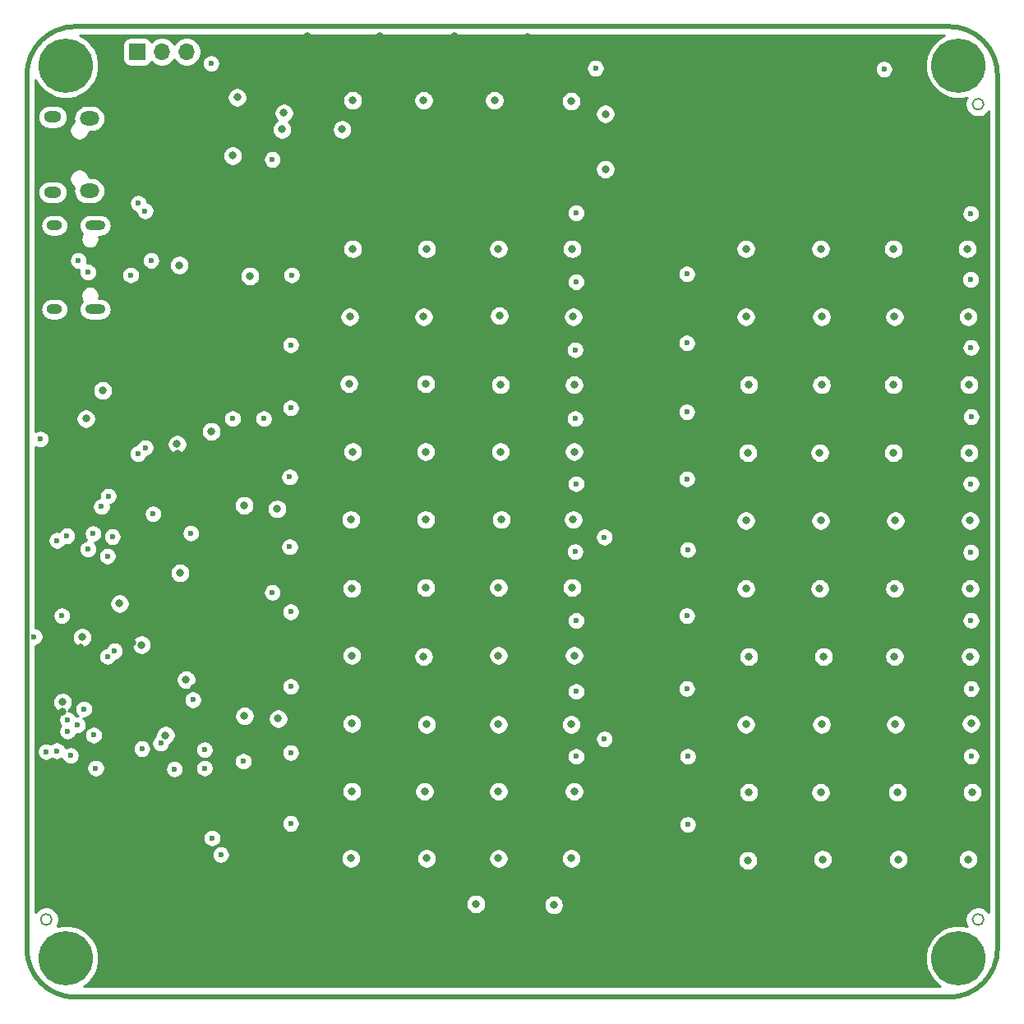
<source format=gbr>
G04 #@! TF.GenerationSoftware,KiCad,Pcbnew,5.1.5+dfsg1-2build2*
G04 #@! TF.CreationDate,2021-03-30T07:29:48+02:00*
G04 #@! TF.ProjectId,Logic_KiCad,4c6f6769-635f-44b6-9943-61642e6b6963,rev?*
G04 #@! TF.SameCoordinates,Original*
G04 #@! TF.FileFunction,Copper,L3,Inr*
G04 #@! TF.FilePolarity,Positive*
%FSLAX46Y46*%
G04 Gerber Fmt 4.6, Leading zero omitted, Abs format (unit mm)*
G04 Created by KiCad (PCBNEW 5.1.5+dfsg1-2build2) date 2021-03-30 07:29:48*
%MOMM*%
%LPD*%
G04 APERTURE LIST*
G04 #@! TA.AperFunction,Profile*
%ADD10C,0.200000*%
G04 #@! TD*
G04 #@! TA.AperFunction,Profile*
%ADD11C,0.500000*%
G04 #@! TD*
G04 #@! TA.AperFunction,ViaPad*
%ADD12O,1.800000X1.150000*%
G04 #@! TD*
G04 #@! TA.AperFunction,ViaPad*
%ADD13O,2.000000X1.450000*%
G04 #@! TD*
G04 #@! TA.AperFunction,ViaPad*
%ADD14O,2.100000X1.000000*%
G04 #@! TD*
G04 #@! TA.AperFunction,ViaPad*
%ADD15O,1.600000X1.000000*%
G04 #@! TD*
G04 #@! TA.AperFunction,ViaPad*
%ADD16O,1.700000X1.700000*%
G04 #@! TD*
G04 #@! TA.AperFunction,ViaPad*
%ADD17R,1.700000X1.700000*%
G04 #@! TD*
G04 #@! TA.AperFunction,ViaPad*
%ADD18C,5.600000*%
G04 #@! TD*
G04 #@! TA.AperFunction,ViaPad*
%ADD19C,0.600000*%
G04 #@! TD*
G04 #@! TA.AperFunction,ViaPad*
%ADD20C,0.800000*%
G04 #@! TD*
G04 #@! TA.AperFunction,Conductor*
%ADD21C,0.254000*%
G04 #@! TD*
G04 APERTURE END LIST*
D10*
X97576000Y-127000000D02*
G75*
G03X97576000Y-127000000I-576000J0D01*
G01*
X193576000Y-127000000D02*
G75*
G03X193576000Y-127000000I-576000J0D01*
G01*
X193576000Y-43000000D02*
G75*
G03X193576000Y-43000000I-576000J0D01*
G01*
D11*
X195000000Y-130000000D02*
G75*
G02X190000000Y-135000000I-5000000J0D01*
G01*
X100000000Y-135000000D02*
G75*
G02X95000000Y-130000000I0J5000000D01*
G01*
X195000000Y-40000000D02*
G75*
G03X190000000Y-35000000I-5000000J0D01*
G01*
X100000000Y-35000000D02*
G75*
G03X95000000Y-40000000I0J-5000000D01*
G01*
X100000000Y-35000000D02*
X190000000Y-35000000D01*
X95000000Y-130000000D02*
X95000000Y-40000000D01*
X190000000Y-135000000D02*
X100000000Y-135000000D01*
X195000000Y-40000000D02*
X195000000Y-130000000D01*
D12*
G04 #@! TO.N,Net-(J1-Pad6)*
G04 #@! TO.C,J1*
X97650000Y-52075000D03*
X97650000Y-44325000D03*
D13*
X101450000Y-51925000D03*
X101450000Y-44475000D03*
G04 #@! TD*
D14*
G04 #@! TO.N,Net-(J2-PadS1)*
G04 #@! TO.C,J2*
X102030000Y-64120000D03*
X102030000Y-55480000D03*
D15*
X97850000Y-55480000D03*
X97850000Y-64120000D03*
G04 #@! TD*
D16*
G04 #@! TO.N,Net-(SW1-Pad3)*
G04 #@! TO.C,SW1*
X111460000Y-37600000D03*
G04 #@! TO.N,Net-(D92-Pad1)*
X108920000Y-37600000D03*
D17*
G04 #@! TO.N,+5V*
X106380000Y-37600000D03*
G04 #@! TD*
D18*
G04 #@! TO.N,N/C*
G04 #@! TO.C,H4*
X191000000Y-131000000D03*
G04 #@! TD*
G04 #@! TO.N,N/C*
G04 #@! TO.C,H3*
X99000000Y-39000000D03*
G04 #@! TD*
G04 #@! TO.N,N/C*
G04 #@! TO.C,H2*
X191000000Y-39000000D03*
G04 #@! TD*
G04 #@! TO.N,N/C*
G04 #@! TO.C,H1*
X99000000Y-131000000D03*
G04 #@! TD*
D19*
G04 #@! TO.N,GND*
X103470000Y-106210000D03*
X104420000Y-106220000D03*
X105340000Y-106160000D03*
X103990000Y-105410000D03*
X104940000Y-105380000D03*
X105880000Y-105350000D03*
X106350000Y-106070000D03*
X107440000Y-106090000D03*
X106910000Y-105420000D03*
X107380000Y-104470000D03*
X106450000Y-104470000D03*
X105470000Y-104420000D03*
X104490000Y-104450000D03*
X103510000Y-104450000D03*
X104100000Y-103630000D03*
X104970000Y-103590000D03*
X105870000Y-103590000D03*
X106770000Y-103540000D03*
X107170000Y-102730000D03*
X106370000Y-102720000D03*
X105440000Y-102710000D03*
X104570000Y-102720000D03*
X103630000Y-102680000D03*
D20*
X107780000Y-45140000D03*
X117700000Y-65800000D03*
X112450000Y-108050000D03*
X110280000Y-100740000D03*
X100566000Y-98996000D03*
X112190000Y-103150000D03*
X105840000Y-98510000D03*
X110500000Y-79030000D03*
X117420000Y-80520000D03*
X123880000Y-36000000D03*
X131380000Y-36000000D03*
X139080000Y-36000000D03*
X146580000Y-36100000D03*
X187380000Y-51000000D03*
X179880000Y-51000000D03*
X172180000Y-51000000D03*
X164602702Y-51022702D03*
X164680000Y-58100000D03*
X172280000Y-58000000D03*
X179880000Y-58000000D03*
X187380000Y-58100000D03*
X164680000Y-65000000D03*
X172180000Y-65000000D03*
X179880000Y-65100000D03*
X187380000Y-65000000D03*
X187380000Y-72000000D03*
X179880000Y-72000000D03*
X172280000Y-72000000D03*
X164680000Y-72000000D03*
X164680000Y-79000000D03*
X172280000Y-79000000D03*
X179880000Y-79000000D03*
X187380000Y-79000000D03*
X164680000Y-86000000D03*
X172280000Y-86000000D03*
X179780000Y-86000000D03*
X187380000Y-85900000D03*
X164680000Y-92900000D03*
X172280000Y-93000000D03*
X179780000Y-93000000D03*
X187380000Y-93000000D03*
X164680000Y-107000000D03*
X164680000Y-100000000D03*
X172280000Y-100000000D03*
X179880000Y-100000000D03*
X187380000Y-107100000D03*
X187380000Y-100000000D03*
X179880000Y-107000000D03*
X172280000Y-107000000D03*
X179880000Y-114000000D03*
X164680000Y-113900000D03*
X172280000Y-113900000D03*
X187380000Y-114000000D03*
X131380000Y-50900000D03*
X138980000Y-50900000D03*
X146580000Y-50900000D03*
X123780000Y-57900000D03*
X131380000Y-58000000D03*
X138980000Y-58000000D03*
X146580000Y-58000000D03*
X146680000Y-65000000D03*
X139080000Y-65100000D03*
X131480000Y-65000000D03*
X123880000Y-65000000D03*
X123880000Y-71900000D03*
X131480000Y-71900000D03*
X131480000Y-79100000D03*
X123880000Y-78900000D03*
X138980000Y-79100000D03*
X139080000Y-71900000D03*
X146630000Y-72050000D03*
X146680000Y-78900000D03*
X123880000Y-85900000D03*
X131480000Y-85900000D03*
X139080000Y-85900000D03*
X146680000Y-85900000D03*
X123780000Y-100000000D03*
X123880000Y-106900000D03*
X139080000Y-107000000D03*
X146680000Y-106900000D03*
X131480000Y-100000000D03*
X131480000Y-93000000D03*
X123880000Y-92900000D03*
X138980000Y-92900000D03*
X146680000Y-92900000D03*
X138980000Y-99900000D03*
X146580000Y-100000000D03*
X123880000Y-113900000D03*
X131380000Y-113800000D03*
X139080000Y-113900000D03*
X146580000Y-113900000D03*
X179780000Y-131800000D03*
X153880000Y-114600000D03*
X159780000Y-130500000D03*
X152180000Y-130600000D03*
X144580000Y-130600000D03*
X136980000Y-130500000D03*
X129380000Y-130500000D03*
X121780000Y-130500000D03*
X115480000Y-38700000D03*
X102780000Y-122900000D03*
X102780000Y-116200000D03*
X110280000Y-122800000D03*
X108750000Y-55800000D03*
X105100000Y-55500000D03*
X105000000Y-63500000D03*
X116400000Y-93600000D03*
X114600000Y-53700000D03*
X117300000Y-102200000D03*
X113400000Y-74100000D03*
X123800000Y-50800000D03*
X160800000Y-95300000D03*
X98680000Y-105600000D03*
X171000000Y-38800000D03*
X103700000Y-50700000D03*
G04 #@! TO.N,+3V3*
X100700000Y-97920000D03*
X104550000Y-94440000D03*
X109290000Y-108020000D03*
X111410000Y-102290000D03*
X106821721Y-98700333D03*
X110470000Y-78030000D03*
X141280000Y-125400000D03*
X149280000Y-125500000D03*
X102800000Y-72500000D03*
X101100000Y-75400000D03*
X154600000Y-49700000D03*
X98680000Y-104599997D03*
X154600000Y-44000000D03*
X110800000Y-91300000D03*
G04 #@! TO.N,V_LED_1*
X151080000Y-42700000D03*
X135880000Y-42600000D03*
X128580000Y-42600000D03*
X143180000Y-42600000D03*
X191880000Y-57900000D03*
X184280000Y-57900000D03*
X176780000Y-57900000D03*
X169080000Y-57900000D03*
X169080000Y-64900000D03*
X176880000Y-64900000D03*
X184380000Y-64900000D03*
X191980000Y-64900000D03*
X176880000Y-71900000D03*
X169380000Y-71900000D03*
X184280000Y-71900000D03*
X192080000Y-71900000D03*
X192080000Y-78900000D03*
X184280000Y-78900000D03*
X176680000Y-78900000D03*
X169280000Y-78900000D03*
X128580000Y-57900000D03*
X136180000Y-57900000D03*
X143580000Y-57900000D03*
X151180000Y-57900000D03*
X128280000Y-64900000D03*
X135880000Y-64900000D03*
X143680000Y-64800000D03*
X151280000Y-64900000D03*
X143780000Y-71900000D03*
X151380000Y-71900000D03*
X136080000Y-71800000D03*
X128180000Y-71800000D03*
X128580000Y-78800000D03*
X143780000Y-78800000D03*
X151380000Y-78800000D03*
X136080000Y-78800000D03*
X121480000Y-43900000D03*
D19*
G04 #@! TO.N,BTN_END*
X102100000Y-111400000D03*
X99500008Y-110100000D03*
G04 #@! TO.N,BARVA_4*
X103310000Y-99900000D03*
X106850000Y-109400000D03*
G04 #@! TO.N,BARVA_5*
X104040000Y-99320000D03*
X110200000Y-111500000D03*
G04 #@! TO.N,BARVA_6*
X113300000Y-111400000D03*
X113300000Y-109500000D03*
G04 #@! TO.N,BTN_ENTER*
X114080000Y-118600000D03*
X97000000Y-109700000D03*
G04 #@! TO.N,BTN_NEW_GAME*
X114980000Y-120300000D03*
X98085414Y-109612155D03*
D20*
G04 #@! TO.N,V_LED_2*
X169080000Y-85900000D03*
X176780000Y-85900000D03*
X184480000Y-85900000D03*
X192180000Y-85900000D03*
X169080000Y-92900000D03*
X176680000Y-92900000D03*
X184380000Y-92900000D03*
X192180000Y-92900000D03*
X169380000Y-99900000D03*
X177080000Y-99900000D03*
X184380000Y-99900000D03*
X192180000Y-99900000D03*
X136080000Y-85800000D03*
X143880000Y-85800000D03*
X151280000Y-85800000D03*
X128380000Y-85800000D03*
X128480000Y-92900000D03*
X136080000Y-92800000D03*
X143580000Y-92800000D03*
X151180000Y-92800000D03*
X128480000Y-99800000D03*
X135880000Y-99900000D03*
X143580000Y-99800000D03*
X151380000Y-99800000D03*
X120780000Y-84700000D03*
G04 #@! TO.N,V_LED_3*
X169080000Y-106900000D03*
X169380000Y-113900000D03*
X176880000Y-106900000D03*
X184480000Y-106900000D03*
X192280000Y-106800000D03*
X176780000Y-113900000D03*
X184680000Y-113900000D03*
X192380000Y-113900000D03*
X169280000Y-120900000D03*
X176980000Y-120800000D03*
X184780000Y-120800000D03*
X191980000Y-120800000D03*
X136180000Y-106900000D03*
X128480000Y-106800000D03*
X128480000Y-113800000D03*
X135980000Y-113800000D03*
X143580000Y-113800000D03*
X151380000Y-113800000D03*
X151080000Y-106900000D03*
X143580000Y-106900000D03*
X128380000Y-120700000D03*
X136180000Y-120700000D03*
X143580000Y-120700000D03*
X151080000Y-120700000D03*
X120880000Y-106300000D03*
D19*
G04 #@! TO.N,Net-(D7-Pad2)*
X107190000Y-78380000D03*
X107180000Y-54000000D03*
X101300000Y-60300000D03*
X100300000Y-59100000D03*
X107800000Y-59100000D03*
G04 #@! TO.N,Net-(D8-Pad2)*
X106450002Y-79010000D03*
X106480000Y-53200000D03*
X105700000Y-60600000D03*
G04 #@! TO.N,/herni_LED.sch/2.sch/DATA_IN*
X151580000Y-54200000D03*
X122280000Y-60600000D03*
G04 #@! TO.N,/herni_LED.sch/3.sch/DATA_IN*
X151580000Y-61300000D03*
X122180000Y-67800000D03*
G04 #@! TO.N,/herni_LED.sch/4.ch/DATA_IN*
X151480000Y-68300000D03*
X122180000Y-74300000D03*
G04 #@! TO.N,/herni_LED.sch/5.sch/DATA_IN*
X151480000Y-75400000D03*
X122080000Y-81400000D03*
G04 #@! TO.N,/herni_LED.sch/6.sch/DATA_IN*
X151580000Y-82100000D03*
X122080000Y-88600000D03*
G04 #@! TO.N,/herni_LED.sch/7.sch/DATA_IN*
X151480000Y-89100000D03*
X122180000Y-95300000D03*
G04 #@! TO.N,/herni_LED.sch/8.sch/DATA_IN*
X151580000Y-96200000D03*
X122180000Y-103000000D03*
G04 #@! TO.N,/herni_LED.sch/9.sch/DATA_IN*
X151580000Y-103500000D03*
X122180000Y-109800000D03*
G04 #@! TO.N,/herni_LED.sch/10.sch/DATA_IN*
X151580000Y-110200000D03*
X122180000Y-117100000D03*
G04 #@! TO.N,/hodnoceni_LED.sch/2.sch/DATA_IN*
X192240000Y-54270000D03*
X162980000Y-60500000D03*
G04 #@! TO.N,/hodnoceni_LED.sch/3.sch/DATA_IN*
X192230000Y-61050000D03*
X162980000Y-67600000D03*
G04 #@! TO.N,/hodnoceni_LED.sch/4.ch/DATA_IN*
X192270000Y-68070000D03*
X162980000Y-74700000D03*
G04 #@! TO.N,/hodnoceni_LED.sch/5.sch/DATA_IN*
X192280000Y-75200000D03*
X162980000Y-81600000D03*
G04 #@! TO.N,/hodnoceni_LED.sch/6.sch/DATA_IN*
X192270000Y-82100000D03*
X163080000Y-88900000D03*
G04 #@! TO.N,/hodnoceni_LED.sch/7.sch/DATA_IN*
X192240000Y-89160000D03*
X162980000Y-95700000D03*
G04 #@! TO.N,/hodnoceni_LED.sch/8.sch/DATA_IN*
X192270000Y-96170000D03*
X162980000Y-103200000D03*
G04 #@! TO.N,/hodnoceni_LED.sch/9.sch/DATA_IN*
X192280000Y-103210000D03*
X163080000Y-110200000D03*
G04 #@! TO.N,/hodnoceni_LED.sch/10.sch/DATA_IN*
X192280000Y-110180000D03*
X163080000Y-117200000D03*
G04 #@! TO.N,IO0*
X108000000Y-85200000D03*
X98600000Y-95700000D03*
X95750000Y-97850000D03*
X99200000Y-107600000D03*
D20*
G04 #@! TO.N,+5V*
X110710000Y-59590000D03*
X117400000Y-84320000D03*
X117420000Y-106020000D03*
X116680000Y-42300000D03*
X117980000Y-60700000D03*
X121280000Y-45600000D03*
X127480000Y-45600000D03*
X116200000Y-48300000D03*
X114000000Y-76700000D03*
D19*
G04 #@! TO.N,ZAPINANI_1_CAST_LED*
X100879026Y-105298636D03*
X113980000Y-38800000D03*
G04 #@! TO.N,ZAPINANI_2_CAST_LED*
X101880000Y-108000000D03*
X111900000Y-87200000D03*
G04 #@! TO.N,TX_ESP*
X102690000Y-84460000D03*
X101820000Y-87240000D03*
G04 #@! TO.N,RX_ESP*
X103380000Y-83370000D03*
X103810000Y-87550000D03*
G04 #@! TO.N,Net-(R8-Pad2)*
X99120000Y-87480000D03*
X101290000Y-88840000D03*
G04 #@! TO.N,Net-(R9-Pad2)*
X98110000Y-87940000D03*
X103290000Y-89550000D03*
G04 #@! TO.N,DATA_herni_LED_LS*
X108790000Y-108845000D03*
X119400000Y-75400000D03*
G04 #@! TO.N,DATA_hodnoceni_LED_LS*
X120300000Y-93300000D03*
X154500000Y-87600000D03*
G04 #@! TO.N,DATA_zadani_LED_LS*
X112100000Y-104360000D03*
X120300000Y-48700000D03*
G04 #@! TO.N,PREPINAC_2*
X117300000Y-110700000D03*
X183300000Y-39400000D03*
G04 #@! TO.N,PREPINAC_1*
X96380000Y-77500000D03*
X153580000Y-39300000D03*
X116200000Y-75400000D03*
X99200000Y-106400000D03*
G04 #@! TO.N,PREPINAC_3*
X154500000Y-108400000D03*
X100200000Y-106975000D03*
G04 #@! TD*
D21*
G04 #@! TO.N,GND*
G36*
X189372918Y-35955943D02*
G01*
X188810315Y-36331862D01*
X188331862Y-36810315D01*
X187955943Y-37372918D01*
X187697006Y-37998048D01*
X187565000Y-38661682D01*
X187565000Y-39338318D01*
X187697006Y-40001952D01*
X187955943Y-40627082D01*
X188331862Y-41189685D01*
X188810315Y-41668138D01*
X189372918Y-42044057D01*
X189998048Y-42302994D01*
X190661682Y-42435000D01*
X191338318Y-42435000D01*
X191852834Y-42332656D01*
X191826163Y-42372571D01*
X191726312Y-42613631D01*
X191675409Y-42869539D01*
X191675409Y-43130461D01*
X191726312Y-43386369D01*
X191826163Y-43627429D01*
X191971123Y-43844377D01*
X192155623Y-44028877D01*
X192372571Y-44173837D01*
X192613631Y-44273688D01*
X192869539Y-44324591D01*
X193130461Y-44324591D01*
X193386369Y-44273688D01*
X193627429Y-44173837D01*
X193844377Y-44028877D01*
X194028877Y-43844377D01*
X194115000Y-43715485D01*
X194115001Y-126284517D01*
X194028877Y-126155623D01*
X193844377Y-125971123D01*
X193627429Y-125826163D01*
X193386369Y-125726312D01*
X193130461Y-125675409D01*
X192869539Y-125675409D01*
X192613631Y-125726312D01*
X192372571Y-125826163D01*
X192155623Y-125971123D01*
X191971123Y-126155623D01*
X191826163Y-126372571D01*
X191726312Y-126613631D01*
X191675409Y-126869539D01*
X191675409Y-127130461D01*
X191726312Y-127386369D01*
X191826163Y-127627429D01*
X191852834Y-127667344D01*
X191338318Y-127565000D01*
X190661682Y-127565000D01*
X189998048Y-127697006D01*
X189372918Y-127955943D01*
X188810315Y-128331862D01*
X188331862Y-128810315D01*
X187955943Y-129372918D01*
X187697006Y-129998048D01*
X187565000Y-130661682D01*
X187565000Y-131338318D01*
X187697006Y-132001952D01*
X187955943Y-132627082D01*
X188331862Y-133189685D01*
X188810315Y-133668138D01*
X189116913Y-133873000D01*
X100883087Y-133873000D01*
X101189685Y-133668138D01*
X101668138Y-133189685D01*
X102044057Y-132627082D01*
X102302994Y-132001952D01*
X102435000Y-131338318D01*
X102435000Y-130661682D01*
X102302994Y-129998048D01*
X102044057Y-129372918D01*
X101668138Y-128810315D01*
X101189685Y-128331862D01*
X100627082Y-127955943D01*
X100001952Y-127697006D01*
X99338318Y-127565000D01*
X98661682Y-127565000D01*
X98147166Y-127667344D01*
X98173837Y-127627429D01*
X98273688Y-127386369D01*
X98324591Y-127130461D01*
X98324591Y-126869539D01*
X98273688Y-126613631D01*
X98173837Y-126372571D01*
X98028877Y-126155623D01*
X97844377Y-125971123D01*
X97627429Y-125826163D01*
X97386369Y-125726312D01*
X97130461Y-125675409D01*
X96869539Y-125675409D01*
X96613631Y-125726312D01*
X96372571Y-125826163D01*
X96155623Y-125971123D01*
X95971123Y-126155623D01*
X95885000Y-126284515D01*
X95885000Y-125298061D01*
X140245000Y-125298061D01*
X140245000Y-125501939D01*
X140284774Y-125701898D01*
X140362795Y-125890256D01*
X140476063Y-126059774D01*
X140620226Y-126203937D01*
X140789744Y-126317205D01*
X140978102Y-126395226D01*
X141178061Y-126435000D01*
X141381939Y-126435000D01*
X141581898Y-126395226D01*
X141770256Y-126317205D01*
X141939774Y-126203937D01*
X142083937Y-126059774D01*
X142197205Y-125890256D01*
X142275226Y-125701898D01*
X142315000Y-125501939D01*
X142315000Y-125398061D01*
X148245000Y-125398061D01*
X148245000Y-125601939D01*
X148284774Y-125801898D01*
X148362795Y-125990256D01*
X148476063Y-126159774D01*
X148620226Y-126303937D01*
X148789744Y-126417205D01*
X148978102Y-126495226D01*
X149178061Y-126535000D01*
X149381939Y-126535000D01*
X149581898Y-126495226D01*
X149770256Y-126417205D01*
X149939774Y-126303937D01*
X150083937Y-126159774D01*
X150197205Y-125990256D01*
X150275226Y-125801898D01*
X150315000Y-125601939D01*
X150315000Y-125398061D01*
X150275226Y-125198102D01*
X150197205Y-125009744D01*
X150083937Y-124840226D01*
X149939774Y-124696063D01*
X149770256Y-124582795D01*
X149581898Y-124504774D01*
X149381939Y-124465000D01*
X149178061Y-124465000D01*
X148978102Y-124504774D01*
X148789744Y-124582795D01*
X148620226Y-124696063D01*
X148476063Y-124840226D01*
X148362795Y-125009744D01*
X148284774Y-125198102D01*
X148245000Y-125398061D01*
X142315000Y-125398061D01*
X142315000Y-125298061D01*
X142275226Y-125098102D01*
X142197205Y-124909744D01*
X142083937Y-124740226D01*
X141939774Y-124596063D01*
X141770256Y-124482795D01*
X141581898Y-124404774D01*
X141381939Y-124365000D01*
X141178061Y-124365000D01*
X140978102Y-124404774D01*
X140789744Y-124482795D01*
X140620226Y-124596063D01*
X140476063Y-124740226D01*
X140362795Y-124909744D01*
X140284774Y-125098102D01*
X140245000Y-125298061D01*
X95885000Y-125298061D01*
X95885000Y-120207911D01*
X114045000Y-120207911D01*
X114045000Y-120392089D01*
X114080932Y-120572729D01*
X114151414Y-120742889D01*
X114253738Y-120896028D01*
X114383972Y-121026262D01*
X114537111Y-121128586D01*
X114707271Y-121199068D01*
X114887911Y-121235000D01*
X115072089Y-121235000D01*
X115252729Y-121199068D01*
X115422889Y-121128586D01*
X115576028Y-121026262D01*
X115706262Y-120896028D01*
X115808586Y-120742889D01*
X115868575Y-120598061D01*
X127345000Y-120598061D01*
X127345000Y-120801939D01*
X127384774Y-121001898D01*
X127462795Y-121190256D01*
X127576063Y-121359774D01*
X127720226Y-121503937D01*
X127889744Y-121617205D01*
X128078102Y-121695226D01*
X128278061Y-121735000D01*
X128481939Y-121735000D01*
X128681898Y-121695226D01*
X128870256Y-121617205D01*
X129039774Y-121503937D01*
X129183937Y-121359774D01*
X129297205Y-121190256D01*
X129375226Y-121001898D01*
X129415000Y-120801939D01*
X129415000Y-120598061D01*
X135145000Y-120598061D01*
X135145000Y-120801939D01*
X135184774Y-121001898D01*
X135262795Y-121190256D01*
X135376063Y-121359774D01*
X135520226Y-121503937D01*
X135689744Y-121617205D01*
X135878102Y-121695226D01*
X136078061Y-121735000D01*
X136281939Y-121735000D01*
X136481898Y-121695226D01*
X136670256Y-121617205D01*
X136839774Y-121503937D01*
X136983937Y-121359774D01*
X137097205Y-121190256D01*
X137175226Y-121001898D01*
X137215000Y-120801939D01*
X137215000Y-120598061D01*
X142545000Y-120598061D01*
X142545000Y-120801939D01*
X142584774Y-121001898D01*
X142662795Y-121190256D01*
X142776063Y-121359774D01*
X142920226Y-121503937D01*
X143089744Y-121617205D01*
X143278102Y-121695226D01*
X143478061Y-121735000D01*
X143681939Y-121735000D01*
X143881898Y-121695226D01*
X144070256Y-121617205D01*
X144239774Y-121503937D01*
X144383937Y-121359774D01*
X144497205Y-121190256D01*
X144575226Y-121001898D01*
X144615000Y-120801939D01*
X144615000Y-120598061D01*
X150045000Y-120598061D01*
X150045000Y-120801939D01*
X150084774Y-121001898D01*
X150162795Y-121190256D01*
X150276063Y-121359774D01*
X150420226Y-121503937D01*
X150589744Y-121617205D01*
X150778102Y-121695226D01*
X150978061Y-121735000D01*
X151181939Y-121735000D01*
X151381898Y-121695226D01*
X151570256Y-121617205D01*
X151739774Y-121503937D01*
X151883937Y-121359774D01*
X151997205Y-121190256D01*
X152075226Y-121001898D01*
X152115000Y-120801939D01*
X152115000Y-120798061D01*
X168245000Y-120798061D01*
X168245000Y-121001939D01*
X168284774Y-121201898D01*
X168362795Y-121390256D01*
X168476063Y-121559774D01*
X168620226Y-121703937D01*
X168789744Y-121817205D01*
X168978102Y-121895226D01*
X169178061Y-121935000D01*
X169381939Y-121935000D01*
X169581898Y-121895226D01*
X169770256Y-121817205D01*
X169939774Y-121703937D01*
X170083937Y-121559774D01*
X170197205Y-121390256D01*
X170275226Y-121201898D01*
X170315000Y-121001939D01*
X170315000Y-120798061D01*
X170295109Y-120698061D01*
X175945000Y-120698061D01*
X175945000Y-120901939D01*
X175984774Y-121101898D01*
X176062795Y-121290256D01*
X176176063Y-121459774D01*
X176320226Y-121603937D01*
X176489744Y-121717205D01*
X176678102Y-121795226D01*
X176878061Y-121835000D01*
X177081939Y-121835000D01*
X177281898Y-121795226D01*
X177470256Y-121717205D01*
X177639774Y-121603937D01*
X177783937Y-121459774D01*
X177897205Y-121290256D01*
X177975226Y-121101898D01*
X178015000Y-120901939D01*
X178015000Y-120698061D01*
X183745000Y-120698061D01*
X183745000Y-120901939D01*
X183784774Y-121101898D01*
X183862795Y-121290256D01*
X183976063Y-121459774D01*
X184120226Y-121603937D01*
X184289744Y-121717205D01*
X184478102Y-121795226D01*
X184678061Y-121835000D01*
X184881939Y-121835000D01*
X185081898Y-121795226D01*
X185270256Y-121717205D01*
X185439774Y-121603937D01*
X185583937Y-121459774D01*
X185697205Y-121290256D01*
X185775226Y-121101898D01*
X185815000Y-120901939D01*
X185815000Y-120698061D01*
X190945000Y-120698061D01*
X190945000Y-120901939D01*
X190984774Y-121101898D01*
X191062795Y-121290256D01*
X191176063Y-121459774D01*
X191320226Y-121603937D01*
X191489744Y-121717205D01*
X191678102Y-121795226D01*
X191878061Y-121835000D01*
X192081939Y-121835000D01*
X192281898Y-121795226D01*
X192470256Y-121717205D01*
X192639774Y-121603937D01*
X192783937Y-121459774D01*
X192897205Y-121290256D01*
X192975226Y-121101898D01*
X193015000Y-120901939D01*
X193015000Y-120698061D01*
X192975226Y-120498102D01*
X192897205Y-120309744D01*
X192783937Y-120140226D01*
X192639774Y-119996063D01*
X192470256Y-119882795D01*
X192281898Y-119804774D01*
X192081939Y-119765000D01*
X191878061Y-119765000D01*
X191678102Y-119804774D01*
X191489744Y-119882795D01*
X191320226Y-119996063D01*
X191176063Y-120140226D01*
X191062795Y-120309744D01*
X190984774Y-120498102D01*
X190945000Y-120698061D01*
X185815000Y-120698061D01*
X185775226Y-120498102D01*
X185697205Y-120309744D01*
X185583937Y-120140226D01*
X185439774Y-119996063D01*
X185270256Y-119882795D01*
X185081898Y-119804774D01*
X184881939Y-119765000D01*
X184678061Y-119765000D01*
X184478102Y-119804774D01*
X184289744Y-119882795D01*
X184120226Y-119996063D01*
X183976063Y-120140226D01*
X183862795Y-120309744D01*
X183784774Y-120498102D01*
X183745000Y-120698061D01*
X178015000Y-120698061D01*
X177975226Y-120498102D01*
X177897205Y-120309744D01*
X177783937Y-120140226D01*
X177639774Y-119996063D01*
X177470256Y-119882795D01*
X177281898Y-119804774D01*
X177081939Y-119765000D01*
X176878061Y-119765000D01*
X176678102Y-119804774D01*
X176489744Y-119882795D01*
X176320226Y-119996063D01*
X176176063Y-120140226D01*
X176062795Y-120309744D01*
X175984774Y-120498102D01*
X175945000Y-120698061D01*
X170295109Y-120698061D01*
X170275226Y-120598102D01*
X170197205Y-120409744D01*
X170083937Y-120240226D01*
X169939774Y-120096063D01*
X169770256Y-119982795D01*
X169581898Y-119904774D01*
X169381939Y-119865000D01*
X169178061Y-119865000D01*
X168978102Y-119904774D01*
X168789744Y-119982795D01*
X168620226Y-120096063D01*
X168476063Y-120240226D01*
X168362795Y-120409744D01*
X168284774Y-120598102D01*
X168245000Y-120798061D01*
X152115000Y-120798061D01*
X152115000Y-120598061D01*
X152075226Y-120398102D01*
X151997205Y-120209744D01*
X151883937Y-120040226D01*
X151739774Y-119896063D01*
X151570256Y-119782795D01*
X151381898Y-119704774D01*
X151181939Y-119665000D01*
X150978061Y-119665000D01*
X150778102Y-119704774D01*
X150589744Y-119782795D01*
X150420226Y-119896063D01*
X150276063Y-120040226D01*
X150162795Y-120209744D01*
X150084774Y-120398102D01*
X150045000Y-120598061D01*
X144615000Y-120598061D01*
X144575226Y-120398102D01*
X144497205Y-120209744D01*
X144383937Y-120040226D01*
X144239774Y-119896063D01*
X144070256Y-119782795D01*
X143881898Y-119704774D01*
X143681939Y-119665000D01*
X143478061Y-119665000D01*
X143278102Y-119704774D01*
X143089744Y-119782795D01*
X142920226Y-119896063D01*
X142776063Y-120040226D01*
X142662795Y-120209744D01*
X142584774Y-120398102D01*
X142545000Y-120598061D01*
X137215000Y-120598061D01*
X137175226Y-120398102D01*
X137097205Y-120209744D01*
X136983937Y-120040226D01*
X136839774Y-119896063D01*
X136670256Y-119782795D01*
X136481898Y-119704774D01*
X136281939Y-119665000D01*
X136078061Y-119665000D01*
X135878102Y-119704774D01*
X135689744Y-119782795D01*
X135520226Y-119896063D01*
X135376063Y-120040226D01*
X135262795Y-120209744D01*
X135184774Y-120398102D01*
X135145000Y-120598061D01*
X129415000Y-120598061D01*
X129375226Y-120398102D01*
X129297205Y-120209744D01*
X129183937Y-120040226D01*
X129039774Y-119896063D01*
X128870256Y-119782795D01*
X128681898Y-119704774D01*
X128481939Y-119665000D01*
X128278061Y-119665000D01*
X128078102Y-119704774D01*
X127889744Y-119782795D01*
X127720226Y-119896063D01*
X127576063Y-120040226D01*
X127462795Y-120209744D01*
X127384774Y-120398102D01*
X127345000Y-120598061D01*
X115868575Y-120598061D01*
X115879068Y-120572729D01*
X115915000Y-120392089D01*
X115915000Y-120207911D01*
X115879068Y-120027271D01*
X115808586Y-119857111D01*
X115706262Y-119703972D01*
X115576028Y-119573738D01*
X115422889Y-119471414D01*
X115252729Y-119400932D01*
X115072089Y-119365000D01*
X114887911Y-119365000D01*
X114707271Y-119400932D01*
X114537111Y-119471414D01*
X114383972Y-119573738D01*
X114253738Y-119703972D01*
X114151414Y-119857111D01*
X114080932Y-120027271D01*
X114045000Y-120207911D01*
X95885000Y-120207911D01*
X95885000Y-118507911D01*
X113145000Y-118507911D01*
X113145000Y-118692089D01*
X113180932Y-118872729D01*
X113251414Y-119042889D01*
X113353738Y-119196028D01*
X113483972Y-119326262D01*
X113637111Y-119428586D01*
X113807271Y-119499068D01*
X113987911Y-119535000D01*
X114172089Y-119535000D01*
X114352729Y-119499068D01*
X114522889Y-119428586D01*
X114676028Y-119326262D01*
X114806262Y-119196028D01*
X114908586Y-119042889D01*
X114979068Y-118872729D01*
X115015000Y-118692089D01*
X115015000Y-118507911D01*
X114979068Y-118327271D01*
X114908586Y-118157111D01*
X114806262Y-118003972D01*
X114676028Y-117873738D01*
X114522889Y-117771414D01*
X114352729Y-117700932D01*
X114172089Y-117665000D01*
X113987911Y-117665000D01*
X113807271Y-117700932D01*
X113637111Y-117771414D01*
X113483972Y-117873738D01*
X113353738Y-118003972D01*
X113251414Y-118157111D01*
X113180932Y-118327271D01*
X113145000Y-118507911D01*
X95885000Y-118507911D01*
X95885000Y-117007911D01*
X121245000Y-117007911D01*
X121245000Y-117192089D01*
X121280932Y-117372729D01*
X121351414Y-117542889D01*
X121453738Y-117696028D01*
X121583972Y-117826262D01*
X121737111Y-117928586D01*
X121907271Y-117999068D01*
X122087911Y-118035000D01*
X122272089Y-118035000D01*
X122452729Y-117999068D01*
X122622889Y-117928586D01*
X122776028Y-117826262D01*
X122906262Y-117696028D01*
X123008586Y-117542889D01*
X123079068Y-117372729D01*
X123115000Y-117192089D01*
X123115000Y-117107911D01*
X162145000Y-117107911D01*
X162145000Y-117292089D01*
X162180932Y-117472729D01*
X162251414Y-117642889D01*
X162353738Y-117796028D01*
X162483972Y-117926262D01*
X162637111Y-118028586D01*
X162807271Y-118099068D01*
X162987911Y-118135000D01*
X163172089Y-118135000D01*
X163352729Y-118099068D01*
X163522889Y-118028586D01*
X163676028Y-117926262D01*
X163806262Y-117796028D01*
X163908586Y-117642889D01*
X163979068Y-117472729D01*
X164015000Y-117292089D01*
X164015000Y-117107911D01*
X163979068Y-116927271D01*
X163908586Y-116757111D01*
X163806262Y-116603972D01*
X163676028Y-116473738D01*
X163522889Y-116371414D01*
X163352729Y-116300932D01*
X163172089Y-116265000D01*
X162987911Y-116265000D01*
X162807271Y-116300932D01*
X162637111Y-116371414D01*
X162483972Y-116473738D01*
X162353738Y-116603972D01*
X162251414Y-116757111D01*
X162180932Y-116927271D01*
X162145000Y-117107911D01*
X123115000Y-117107911D01*
X123115000Y-117007911D01*
X123079068Y-116827271D01*
X123008586Y-116657111D01*
X122906262Y-116503972D01*
X122776028Y-116373738D01*
X122622889Y-116271414D01*
X122452729Y-116200932D01*
X122272089Y-116165000D01*
X122087911Y-116165000D01*
X121907271Y-116200932D01*
X121737111Y-116271414D01*
X121583972Y-116373738D01*
X121453738Y-116503972D01*
X121351414Y-116657111D01*
X121280932Y-116827271D01*
X121245000Y-117007911D01*
X95885000Y-117007911D01*
X95885000Y-113698061D01*
X127445000Y-113698061D01*
X127445000Y-113901939D01*
X127484774Y-114101898D01*
X127562795Y-114290256D01*
X127676063Y-114459774D01*
X127820226Y-114603937D01*
X127989744Y-114717205D01*
X128178102Y-114795226D01*
X128378061Y-114835000D01*
X128581939Y-114835000D01*
X128781898Y-114795226D01*
X128970256Y-114717205D01*
X129139774Y-114603937D01*
X129283937Y-114459774D01*
X129397205Y-114290256D01*
X129475226Y-114101898D01*
X129515000Y-113901939D01*
X129515000Y-113698061D01*
X134945000Y-113698061D01*
X134945000Y-113901939D01*
X134984774Y-114101898D01*
X135062795Y-114290256D01*
X135176063Y-114459774D01*
X135320226Y-114603937D01*
X135489744Y-114717205D01*
X135678102Y-114795226D01*
X135878061Y-114835000D01*
X136081939Y-114835000D01*
X136281898Y-114795226D01*
X136470256Y-114717205D01*
X136639774Y-114603937D01*
X136783937Y-114459774D01*
X136897205Y-114290256D01*
X136975226Y-114101898D01*
X137015000Y-113901939D01*
X137015000Y-113698061D01*
X142545000Y-113698061D01*
X142545000Y-113901939D01*
X142584774Y-114101898D01*
X142662795Y-114290256D01*
X142776063Y-114459774D01*
X142920226Y-114603937D01*
X143089744Y-114717205D01*
X143278102Y-114795226D01*
X143478061Y-114835000D01*
X143681939Y-114835000D01*
X143881898Y-114795226D01*
X144070256Y-114717205D01*
X144239774Y-114603937D01*
X144383937Y-114459774D01*
X144497205Y-114290256D01*
X144575226Y-114101898D01*
X144615000Y-113901939D01*
X144615000Y-113698061D01*
X150345000Y-113698061D01*
X150345000Y-113901939D01*
X150384774Y-114101898D01*
X150462795Y-114290256D01*
X150576063Y-114459774D01*
X150720226Y-114603937D01*
X150889744Y-114717205D01*
X151078102Y-114795226D01*
X151278061Y-114835000D01*
X151481939Y-114835000D01*
X151681898Y-114795226D01*
X151870256Y-114717205D01*
X152039774Y-114603937D01*
X152183937Y-114459774D01*
X152297205Y-114290256D01*
X152375226Y-114101898D01*
X152415000Y-113901939D01*
X152415000Y-113798061D01*
X168345000Y-113798061D01*
X168345000Y-114001939D01*
X168384774Y-114201898D01*
X168462795Y-114390256D01*
X168576063Y-114559774D01*
X168720226Y-114703937D01*
X168889744Y-114817205D01*
X169078102Y-114895226D01*
X169278061Y-114935000D01*
X169481939Y-114935000D01*
X169681898Y-114895226D01*
X169870256Y-114817205D01*
X170039774Y-114703937D01*
X170183937Y-114559774D01*
X170297205Y-114390256D01*
X170375226Y-114201898D01*
X170415000Y-114001939D01*
X170415000Y-113798061D01*
X175745000Y-113798061D01*
X175745000Y-114001939D01*
X175784774Y-114201898D01*
X175862795Y-114390256D01*
X175976063Y-114559774D01*
X176120226Y-114703937D01*
X176289744Y-114817205D01*
X176478102Y-114895226D01*
X176678061Y-114935000D01*
X176881939Y-114935000D01*
X177081898Y-114895226D01*
X177270256Y-114817205D01*
X177439774Y-114703937D01*
X177583937Y-114559774D01*
X177697205Y-114390256D01*
X177775226Y-114201898D01*
X177815000Y-114001939D01*
X177815000Y-113798061D01*
X183645000Y-113798061D01*
X183645000Y-114001939D01*
X183684774Y-114201898D01*
X183762795Y-114390256D01*
X183876063Y-114559774D01*
X184020226Y-114703937D01*
X184189744Y-114817205D01*
X184378102Y-114895226D01*
X184578061Y-114935000D01*
X184781939Y-114935000D01*
X184981898Y-114895226D01*
X185170256Y-114817205D01*
X185339774Y-114703937D01*
X185483937Y-114559774D01*
X185597205Y-114390256D01*
X185675226Y-114201898D01*
X185715000Y-114001939D01*
X185715000Y-113798061D01*
X191345000Y-113798061D01*
X191345000Y-114001939D01*
X191384774Y-114201898D01*
X191462795Y-114390256D01*
X191576063Y-114559774D01*
X191720226Y-114703937D01*
X191889744Y-114817205D01*
X192078102Y-114895226D01*
X192278061Y-114935000D01*
X192481939Y-114935000D01*
X192681898Y-114895226D01*
X192870256Y-114817205D01*
X193039774Y-114703937D01*
X193183937Y-114559774D01*
X193297205Y-114390256D01*
X193375226Y-114201898D01*
X193415000Y-114001939D01*
X193415000Y-113798061D01*
X193375226Y-113598102D01*
X193297205Y-113409744D01*
X193183937Y-113240226D01*
X193039774Y-113096063D01*
X192870256Y-112982795D01*
X192681898Y-112904774D01*
X192481939Y-112865000D01*
X192278061Y-112865000D01*
X192078102Y-112904774D01*
X191889744Y-112982795D01*
X191720226Y-113096063D01*
X191576063Y-113240226D01*
X191462795Y-113409744D01*
X191384774Y-113598102D01*
X191345000Y-113798061D01*
X185715000Y-113798061D01*
X185675226Y-113598102D01*
X185597205Y-113409744D01*
X185483937Y-113240226D01*
X185339774Y-113096063D01*
X185170256Y-112982795D01*
X184981898Y-112904774D01*
X184781939Y-112865000D01*
X184578061Y-112865000D01*
X184378102Y-112904774D01*
X184189744Y-112982795D01*
X184020226Y-113096063D01*
X183876063Y-113240226D01*
X183762795Y-113409744D01*
X183684774Y-113598102D01*
X183645000Y-113798061D01*
X177815000Y-113798061D01*
X177775226Y-113598102D01*
X177697205Y-113409744D01*
X177583937Y-113240226D01*
X177439774Y-113096063D01*
X177270256Y-112982795D01*
X177081898Y-112904774D01*
X176881939Y-112865000D01*
X176678061Y-112865000D01*
X176478102Y-112904774D01*
X176289744Y-112982795D01*
X176120226Y-113096063D01*
X175976063Y-113240226D01*
X175862795Y-113409744D01*
X175784774Y-113598102D01*
X175745000Y-113798061D01*
X170415000Y-113798061D01*
X170375226Y-113598102D01*
X170297205Y-113409744D01*
X170183937Y-113240226D01*
X170039774Y-113096063D01*
X169870256Y-112982795D01*
X169681898Y-112904774D01*
X169481939Y-112865000D01*
X169278061Y-112865000D01*
X169078102Y-112904774D01*
X168889744Y-112982795D01*
X168720226Y-113096063D01*
X168576063Y-113240226D01*
X168462795Y-113409744D01*
X168384774Y-113598102D01*
X168345000Y-113798061D01*
X152415000Y-113798061D01*
X152415000Y-113698061D01*
X152375226Y-113498102D01*
X152297205Y-113309744D01*
X152183937Y-113140226D01*
X152039774Y-112996063D01*
X151870256Y-112882795D01*
X151681898Y-112804774D01*
X151481939Y-112765000D01*
X151278061Y-112765000D01*
X151078102Y-112804774D01*
X150889744Y-112882795D01*
X150720226Y-112996063D01*
X150576063Y-113140226D01*
X150462795Y-113309744D01*
X150384774Y-113498102D01*
X150345000Y-113698061D01*
X144615000Y-113698061D01*
X144575226Y-113498102D01*
X144497205Y-113309744D01*
X144383937Y-113140226D01*
X144239774Y-112996063D01*
X144070256Y-112882795D01*
X143881898Y-112804774D01*
X143681939Y-112765000D01*
X143478061Y-112765000D01*
X143278102Y-112804774D01*
X143089744Y-112882795D01*
X142920226Y-112996063D01*
X142776063Y-113140226D01*
X142662795Y-113309744D01*
X142584774Y-113498102D01*
X142545000Y-113698061D01*
X137015000Y-113698061D01*
X136975226Y-113498102D01*
X136897205Y-113309744D01*
X136783937Y-113140226D01*
X136639774Y-112996063D01*
X136470256Y-112882795D01*
X136281898Y-112804774D01*
X136081939Y-112765000D01*
X135878061Y-112765000D01*
X135678102Y-112804774D01*
X135489744Y-112882795D01*
X135320226Y-112996063D01*
X135176063Y-113140226D01*
X135062795Y-113309744D01*
X134984774Y-113498102D01*
X134945000Y-113698061D01*
X129515000Y-113698061D01*
X129475226Y-113498102D01*
X129397205Y-113309744D01*
X129283937Y-113140226D01*
X129139774Y-112996063D01*
X128970256Y-112882795D01*
X128781898Y-112804774D01*
X128581939Y-112765000D01*
X128378061Y-112765000D01*
X128178102Y-112804774D01*
X127989744Y-112882795D01*
X127820226Y-112996063D01*
X127676063Y-113140226D01*
X127562795Y-113309744D01*
X127484774Y-113498102D01*
X127445000Y-113698061D01*
X95885000Y-113698061D01*
X95885000Y-111307911D01*
X101165000Y-111307911D01*
X101165000Y-111492089D01*
X101200932Y-111672729D01*
X101271414Y-111842889D01*
X101373738Y-111996028D01*
X101503972Y-112126262D01*
X101657111Y-112228586D01*
X101827271Y-112299068D01*
X102007911Y-112335000D01*
X102192089Y-112335000D01*
X102372729Y-112299068D01*
X102542889Y-112228586D01*
X102696028Y-112126262D01*
X102826262Y-111996028D01*
X102928586Y-111842889D01*
X102999068Y-111672729D01*
X103035000Y-111492089D01*
X103035000Y-111407911D01*
X109265000Y-111407911D01*
X109265000Y-111592089D01*
X109300932Y-111772729D01*
X109371414Y-111942889D01*
X109473738Y-112096028D01*
X109603972Y-112226262D01*
X109757111Y-112328586D01*
X109927271Y-112399068D01*
X110107911Y-112435000D01*
X110292089Y-112435000D01*
X110472729Y-112399068D01*
X110642889Y-112328586D01*
X110796028Y-112226262D01*
X110926262Y-112096028D01*
X111028586Y-111942889D01*
X111099068Y-111772729D01*
X111135000Y-111592089D01*
X111135000Y-111407911D01*
X111115109Y-111307911D01*
X112365000Y-111307911D01*
X112365000Y-111492089D01*
X112400932Y-111672729D01*
X112471414Y-111842889D01*
X112573738Y-111996028D01*
X112703972Y-112126262D01*
X112857111Y-112228586D01*
X113027271Y-112299068D01*
X113207911Y-112335000D01*
X113392089Y-112335000D01*
X113572729Y-112299068D01*
X113742889Y-112228586D01*
X113896028Y-112126262D01*
X114026262Y-111996028D01*
X114128586Y-111842889D01*
X114199068Y-111672729D01*
X114235000Y-111492089D01*
X114235000Y-111307911D01*
X114199068Y-111127271D01*
X114128586Y-110957111D01*
X114026262Y-110803972D01*
X113896028Y-110673738D01*
X113797511Y-110607911D01*
X116365000Y-110607911D01*
X116365000Y-110792089D01*
X116400932Y-110972729D01*
X116471414Y-111142889D01*
X116573738Y-111296028D01*
X116703972Y-111426262D01*
X116857111Y-111528586D01*
X117027271Y-111599068D01*
X117207911Y-111635000D01*
X117392089Y-111635000D01*
X117572729Y-111599068D01*
X117742889Y-111528586D01*
X117896028Y-111426262D01*
X118026262Y-111296028D01*
X118128586Y-111142889D01*
X118199068Y-110972729D01*
X118235000Y-110792089D01*
X118235000Y-110607911D01*
X118199068Y-110427271D01*
X118128586Y-110257111D01*
X118026262Y-110103972D01*
X117896028Y-109973738D01*
X117742889Y-109871414D01*
X117572729Y-109800932D01*
X117392089Y-109765000D01*
X117207911Y-109765000D01*
X117027271Y-109800932D01*
X116857111Y-109871414D01*
X116703972Y-109973738D01*
X116573738Y-110103972D01*
X116471414Y-110257111D01*
X116400932Y-110427271D01*
X116365000Y-110607911D01*
X113797511Y-110607911D01*
X113742889Y-110571414D01*
X113572729Y-110500932D01*
X113392089Y-110465000D01*
X113207911Y-110465000D01*
X113027271Y-110500932D01*
X112857111Y-110571414D01*
X112703972Y-110673738D01*
X112573738Y-110803972D01*
X112471414Y-110957111D01*
X112400932Y-111127271D01*
X112365000Y-111307911D01*
X111115109Y-111307911D01*
X111099068Y-111227271D01*
X111028586Y-111057111D01*
X110926262Y-110903972D01*
X110796028Y-110773738D01*
X110642889Y-110671414D01*
X110472729Y-110600932D01*
X110292089Y-110565000D01*
X110107911Y-110565000D01*
X109927271Y-110600932D01*
X109757111Y-110671414D01*
X109603972Y-110773738D01*
X109473738Y-110903972D01*
X109371414Y-111057111D01*
X109300932Y-111227271D01*
X109265000Y-111407911D01*
X103035000Y-111407911D01*
X103035000Y-111307911D01*
X102999068Y-111127271D01*
X102928586Y-110957111D01*
X102826262Y-110803972D01*
X102696028Y-110673738D01*
X102542889Y-110571414D01*
X102372729Y-110500932D01*
X102192089Y-110465000D01*
X102007911Y-110465000D01*
X101827271Y-110500932D01*
X101657111Y-110571414D01*
X101503972Y-110673738D01*
X101373738Y-110803972D01*
X101271414Y-110957111D01*
X101200932Y-111127271D01*
X101165000Y-111307911D01*
X95885000Y-111307911D01*
X95885000Y-109607911D01*
X96065000Y-109607911D01*
X96065000Y-109792089D01*
X96100932Y-109972729D01*
X96171414Y-110142889D01*
X96273738Y-110296028D01*
X96403972Y-110426262D01*
X96557111Y-110528586D01*
X96727271Y-110599068D01*
X96907911Y-110635000D01*
X97092089Y-110635000D01*
X97272729Y-110599068D01*
X97442889Y-110528586D01*
X97596028Y-110426262D01*
X97605973Y-110416317D01*
X97642525Y-110440741D01*
X97812685Y-110511223D01*
X97993325Y-110547155D01*
X98177503Y-110547155D01*
X98358143Y-110511223D01*
X98528303Y-110440741D01*
X98607259Y-110387984D01*
X98671422Y-110542889D01*
X98773746Y-110696028D01*
X98903980Y-110826262D01*
X99057119Y-110928586D01*
X99227279Y-110999068D01*
X99407919Y-111035000D01*
X99592097Y-111035000D01*
X99772737Y-110999068D01*
X99942897Y-110928586D01*
X100096036Y-110826262D01*
X100226270Y-110696028D01*
X100328594Y-110542889D01*
X100399076Y-110372729D01*
X100435008Y-110192089D01*
X100435008Y-110007911D01*
X100399076Y-109827271D01*
X100328594Y-109657111D01*
X100226270Y-109503972D01*
X100096036Y-109373738D01*
X99997519Y-109307911D01*
X105915000Y-109307911D01*
X105915000Y-109492089D01*
X105950932Y-109672729D01*
X106021414Y-109842889D01*
X106123738Y-109996028D01*
X106253972Y-110126262D01*
X106407111Y-110228586D01*
X106577271Y-110299068D01*
X106757911Y-110335000D01*
X106942089Y-110335000D01*
X107122729Y-110299068D01*
X107292889Y-110228586D01*
X107446028Y-110126262D01*
X107576262Y-109996028D01*
X107678586Y-109842889D01*
X107749068Y-109672729D01*
X107785000Y-109492089D01*
X107785000Y-109307911D01*
X107749068Y-109127271D01*
X107678586Y-108957111D01*
X107576262Y-108803972D01*
X107525201Y-108752911D01*
X107855000Y-108752911D01*
X107855000Y-108937089D01*
X107890932Y-109117729D01*
X107961414Y-109287889D01*
X108063738Y-109441028D01*
X108193972Y-109571262D01*
X108347111Y-109673586D01*
X108517271Y-109744068D01*
X108697911Y-109780000D01*
X108882089Y-109780000D01*
X109062729Y-109744068D01*
X109232889Y-109673586D01*
X109386028Y-109571262D01*
X109516262Y-109441028D01*
X109538390Y-109407911D01*
X112365000Y-109407911D01*
X112365000Y-109592089D01*
X112400932Y-109772729D01*
X112471414Y-109942889D01*
X112573738Y-110096028D01*
X112703972Y-110226262D01*
X112857111Y-110328586D01*
X113027271Y-110399068D01*
X113207911Y-110435000D01*
X113392089Y-110435000D01*
X113572729Y-110399068D01*
X113742889Y-110328586D01*
X113896028Y-110226262D01*
X114026262Y-110096028D01*
X114128586Y-109942889D01*
X114199068Y-109772729D01*
X114211961Y-109707911D01*
X121245000Y-109707911D01*
X121245000Y-109892089D01*
X121280932Y-110072729D01*
X121351414Y-110242889D01*
X121453738Y-110396028D01*
X121583972Y-110526262D01*
X121737111Y-110628586D01*
X121907271Y-110699068D01*
X122087911Y-110735000D01*
X122272089Y-110735000D01*
X122452729Y-110699068D01*
X122622889Y-110628586D01*
X122776028Y-110526262D01*
X122906262Y-110396028D01*
X123008586Y-110242889D01*
X123064495Y-110107911D01*
X150645000Y-110107911D01*
X150645000Y-110292089D01*
X150680932Y-110472729D01*
X150751414Y-110642889D01*
X150853738Y-110796028D01*
X150983972Y-110926262D01*
X151137111Y-111028586D01*
X151307271Y-111099068D01*
X151487911Y-111135000D01*
X151672089Y-111135000D01*
X151852729Y-111099068D01*
X152022889Y-111028586D01*
X152176028Y-110926262D01*
X152306262Y-110796028D01*
X152408586Y-110642889D01*
X152479068Y-110472729D01*
X152515000Y-110292089D01*
X152515000Y-110107911D01*
X162145000Y-110107911D01*
X162145000Y-110292089D01*
X162180932Y-110472729D01*
X162251414Y-110642889D01*
X162353738Y-110796028D01*
X162483972Y-110926262D01*
X162637111Y-111028586D01*
X162807271Y-111099068D01*
X162987911Y-111135000D01*
X163172089Y-111135000D01*
X163352729Y-111099068D01*
X163522889Y-111028586D01*
X163676028Y-110926262D01*
X163806262Y-110796028D01*
X163908586Y-110642889D01*
X163979068Y-110472729D01*
X164015000Y-110292089D01*
X164015000Y-110107911D01*
X164011022Y-110087911D01*
X191345000Y-110087911D01*
X191345000Y-110272089D01*
X191380932Y-110452729D01*
X191451414Y-110622889D01*
X191553738Y-110776028D01*
X191683972Y-110906262D01*
X191837111Y-111008586D01*
X192007271Y-111079068D01*
X192187911Y-111115000D01*
X192372089Y-111115000D01*
X192552729Y-111079068D01*
X192722889Y-111008586D01*
X192876028Y-110906262D01*
X193006262Y-110776028D01*
X193108586Y-110622889D01*
X193179068Y-110452729D01*
X193215000Y-110272089D01*
X193215000Y-110087911D01*
X193179068Y-109907271D01*
X193108586Y-109737111D01*
X193006262Y-109583972D01*
X192876028Y-109453738D01*
X192722889Y-109351414D01*
X192552729Y-109280932D01*
X192372089Y-109245000D01*
X192187911Y-109245000D01*
X192007271Y-109280932D01*
X191837111Y-109351414D01*
X191683972Y-109453738D01*
X191553738Y-109583972D01*
X191451414Y-109737111D01*
X191380932Y-109907271D01*
X191345000Y-110087911D01*
X164011022Y-110087911D01*
X163979068Y-109927271D01*
X163908586Y-109757111D01*
X163806262Y-109603972D01*
X163676028Y-109473738D01*
X163522889Y-109371414D01*
X163352729Y-109300932D01*
X163172089Y-109265000D01*
X162987911Y-109265000D01*
X162807271Y-109300932D01*
X162637111Y-109371414D01*
X162483972Y-109473738D01*
X162353738Y-109603972D01*
X162251414Y-109757111D01*
X162180932Y-109927271D01*
X162145000Y-110107911D01*
X152515000Y-110107911D01*
X152479068Y-109927271D01*
X152408586Y-109757111D01*
X152306262Y-109603972D01*
X152176028Y-109473738D01*
X152022889Y-109371414D01*
X151852729Y-109300932D01*
X151672089Y-109265000D01*
X151487911Y-109265000D01*
X151307271Y-109300932D01*
X151137111Y-109371414D01*
X150983972Y-109473738D01*
X150853738Y-109603972D01*
X150751414Y-109757111D01*
X150680932Y-109927271D01*
X150645000Y-110107911D01*
X123064495Y-110107911D01*
X123079068Y-110072729D01*
X123115000Y-109892089D01*
X123115000Y-109707911D01*
X123079068Y-109527271D01*
X123008586Y-109357111D01*
X122906262Y-109203972D01*
X122776028Y-109073738D01*
X122622889Y-108971414D01*
X122452729Y-108900932D01*
X122272089Y-108865000D01*
X122087911Y-108865000D01*
X121907271Y-108900932D01*
X121737111Y-108971414D01*
X121583972Y-109073738D01*
X121453738Y-109203972D01*
X121351414Y-109357111D01*
X121280932Y-109527271D01*
X121245000Y-109707911D01*
X114211961Y-109707911D01*
X114235000Y-109592089D01*
X114235000Y-109407911D01*
X114199068Y-109227271D01*
X114128586Y-109057111D01*
X114026262Y-108903972D01*
X113896028Y-108773738D01*
X113742889Y-108671414D01*
X113572729Y-108600932D01*
X113392089Y-108565000D01*
X113207911Y-108565000D01*
X113027271Y-108600932D01*
X112857111Y-108671414D01*
X112703972Y-108773738D01*
X112573738Y-108903972D01*
X112471414Y-109057111D01*
X112400932Y-109227271D01*
X112365000Y-109407911D01*
X109538390Y-109407911D01*
X109618586Y-109287889D01*
X109689068Y-109117729D01*
X109720013Y-108962159D01*
X109780256Y-108937205D01*
X109949774Y-108823937D01*
X110093937Y-108679774D01*
X110207205Y-108510256D01*
X110285226Y-108321898D01*
X110288008Y-108307911D01*
X153565000Y-108307911D01*
X153565000Y-108492089D01*
X153600932Y-108672729D01*
X153671414Y-108842889D01*
X153773738Y-108996028D01*
X153903972Y-109126262D01*
X154057111Y-109228586D01*
X154227271Y-109299068D01*
X154407911Y-109335000D01*
X154592089Y-109335000D01*
X154772729Y-109299068D01*
X154942889Y-109228586D01*
X155096028Y-109126262D01*
X155226262Y-108996028D01*
X155328586Y-108842889D01*
X155399068Y-108672729D01*
X155435000Y-108492089D01*
X155435000Y-108307911D01*
X155399068Y-108127271D01*
X155328586Y-107957111D01*
X155226262Y-107803972D01*
X155096028Y-107673738D01*
X154942889Y-107571414D01*
X154772729Y-107500932D01*
X154592089Y-107465000D01*
X154407911Y-107465000D01*
X154227271Y-107500932D01*
X154057111Y-107571414D01*
X153903972Y-107673738D01*
X153773738Y-107803972D01*
X153671414Y-107957111D01*
X153600932Y-108127271D01*
X153565000Y-108307911D01*
X110288008Y-108307911D01*
X110325000Y-108121939D01*
X110325000Y-107918061D01*
X110285226Y-107718102D01*
X110207205Y-107529744D01*
X110093937Y-107360226D01*
X109949774Y-107216063D01*
X109780256Y-107102795D01*
X109591898Y-107024774D01*
X109391939Y-106985000D01*
X109188061Y-106985000D01*
X108988102Y-107024774D01*
X108799744Y-107102795D01*
X108630226Y-107216063D01*
X108486063Y-107360226D01*
X108372795Y-107529744D01*
X108294774Y-107718102D01*
X108255000Y-107918061D01*
X108255000Y-108077960D01*
X108193972Y-108118738D01*
X108063738Y-108248972D01*
X107961414Y-108402111D01*
X107890932Y-108572271D01*
X107855000Y-108752911D01*
X107525201Y-108752911D01*
X107446028Y-108673738D01*
X107292889Y-108571414D01*
X107122729Y-108500932D01*
X106942089Y-108465000D01*
X106757911Y-108465000D01*
X106577271Y-108500932D01*
X106407111Y-108571414D01*
X106253972Y-108673738D01*
X106123738Y-108803972D01*
X106021414Y-108957111D01*
X105950932Y-109127271D01*
X105915000Y-109307911D01*
X99997519Y-109307911D01*
X99942897Y-109271414D01*
X99772737Y-109200932D01*
X99592097Y-109165000D01*
X99407919Y-109165000D01*
X99227279Y-109200932D01*
X99057119Y-109271414D01*
X98978163Y-109324171D01*
X98914000Y-109169266D01*
X98811676Y-109016127D01*
X98681442Y-108885893D01*
X98528303Y-108783569D01*
X98358143Y-108713087D01*
X98177503Y-108677155D01*
X97993325Y-108677155D01*
X97812685Y-108713087D01*
X97642525Y-108783569D01*
X97489386Y-108885893D01*
X97479441Y-108895838D01*
X97442889Y-108871414D01*
X97272729Y-108800932D01*
X97092089Y-108765000D01*
X96907911Y-108765000D01*
X96727271Y-108800932D01*
X96557111Y-108871414D01*
X96403972Y-108973738D01*
X96273738Y-109103972D01*
X96171414Y-109257111D01*
X96100932Y-109427271D01*
X96065000Y-109607911D01*
X95885000Y-109607911D01*
X95885000Y-104498058D01*
X97645000Y-104498058D01*
X97645000Y-104701936D01*
X97684774Y-104901895D01*
X97762795Y-105090253D01*
X97876063Y-105259771D01*
X98020226Y-105403934D01*
X98189744Y-105517202D01*
X98378102Y-105595223D01*
X98578061Y-105634997D01*
X98661952Y-105634997D01*
X98603972Y-105673738D01*
X98473738Y-105803972D01*
X98371414Y-105957111D01*
X98300932Y-106127271D01*
X98265000Y-106307911D01*
X98265000Y-106492089D01*
X98300932Y-106672729D01*
X98371414Y-106842889D01*
X98473738Y-106996028D01*
X98477710Y-107000000D01*
X98473738Y-107003972D01*
X98371414Y-107157111D01*
X98300932Y-107327271D01*
X98265000Y-107507911D01*
X98265000Y-107692089D01*
X98300932Y-107872729D01*
X98371414Y-108042889D01*
X98473738Y-108196028D01*
X98603972Y-108326262D01*
X98757111Y-108428586D01*
X98927271Y-108499068D01*
X99107911Y-108535000D01*
X99292089Y-108535000D01*
X99472729Y-108499068D01*
X99642889Y-108428586D01*
X99796028Y-108326262D01*
X99926262Y-108196028D01*
X100028586Y-108042889D01*
X100085478Y-107905538D01*
X100107911Y-107910000D01*
X100292089Y-107910000D01*
X100302590Y-107907911D01*
X100945000Y-107907911D01*
X100945000Y-108092089D01*
X100980932Y-108272729D01*
X101051414Y-108442889D01*
X101153738Y-108596028D01*
X101283972Y-108726262D01*
X101437111Y-108828586D01*
X101607271Y-108899068D01*
X101787911Y-108935000D01*
X101972089Y-108935000D01*
X102152729Y-108899068D01*
X102322889Y-108828586D01*
X102476028Y-108726262D01*
X102606262Y-108596028D01*
X102708586Y-108442889D01*
X102779068Y-108272729D01*
X102815000Y-108092089D01*
X102815000Y-107907911D01*
X102779068Y-107727271D01*
X102708586Y-107557111D01*
X102606262Y-107403972D01*
X102476028Y-107273738D01*
X102322889Y-107171414D01*
X102152729Y-107100932D01*
X101972089Y-107065000D01*
X101787911Y-107065000D01*
X101607271Y-107100932D01*
X101437111Y-107171414D01*
X101283972Y-107273738D01*
X101153738Y-107403972D01*
X101051414Y-107557111D01*
X100980932Y-107727271D01*
X100945000Y-107907911D01*
X100302590Y-107907911D01*
X100472729Y-107874068D01*
X100642889Y-107803586D01*
X100796028Y-107701262D01*
X100926262Y-107571028D01*
X101028586Y-107417889D01*
X101099068Y-107247729D01*
X101135000Y-107067089D01*
X101135000Y-106882911D01*
X101099068Y-106702271D01*
X101028586Y-106532111D01*
X100926262Y-106378972D01*
X100796028Y-106248738D01*
X100767699Y-106229809D01*
X100786937Y-106233636D01*
X100971115Y-106233636D01*
X101151755Y-106197704D01*
X101321915Y-106127222D01*
X101475054Y-106024898D01*
X101581891Y-105918061D01*
X116385000Y-105918061D01*
X116385000Y-106121939D01*
X116424774Y-106321898D01*
X116502795Y-106510256D01*
X116616063Y-106679774D01*
X116760226Y-106823937D01*
X116929744Y-106937205D01*
X117118102Y-107015226D01*
X117318061Y-107055000D01*
X117521939Y-107055000D01*
X117721898Y-107015226D01*
X117910256Y-106937205D01*
X118079774Y-106823937D01*
X118223937Y-106679774D01*
X118337205Y-106510256D01*
X118415226Y-106321898D01*
X118439858Y-106198061D01*
X119845000Y-106198061D01*
X119845000Y-106401939D01*
X119884774Y-106601898D01*
X119962795Y-106790256D01*
X120076063Y-106959774D01*
X120220226Y-107103937D01*
X120389744Y-107217205D01*
X120578102Y-107295226D01*
X120778061Y-107335000D01*
X120981939Y-107335000D01*
X121181898Y-107295226D01*
X121370256Y-107217205D01*
X121539774Y-107103937D01*
X121683937Y-106959774D01*
X121797205Y-106790256D01*
X121835393Y-106698061D01*
X127445000Y-106698061D01*
X127445000Y-106901939D01*
X127484774Y-107101898D01*
X127562795Y-107290256D01*
X127676063Y-107459774D01*
X127820226Y-107603937D01*
X127989744Y-107717205D01*
X128178102Y-107795226D01*
X128378061Y-107835000D01*
X128581939Y-107835000D01*
X128781898Y-107795226D01*
X128970256Y-107717205D01*
X129139774Y-107603937D01*
X129283937Y-107459774D01*
X129397205Y-107290256D01*
X129475226Y-107101898D01*
X129515000Y-106901939D01*
X129515000Y-106798061D01*
X135145000Y-106798061D01*
X135145000Y-107001939D01*
X135184774Y-107201898D01*
X135262795Y-107390256D01*
X135376063Y-107559774D01*
X135520226Y-107703937D01*
X135689744Y-107817205D01*
X135878102Y-107895226D01*
X136078061Y-107935000D01*
X136281939Y-107935000D01*
X136481898Y-107895226D01*
X136670256Y-107817205D01*
X136839774Y-107703937D01*
X136983937Y-107559774D01*
X137097205Y-107390256D01*
X137175226Y-107201898D01*
X137215000Y-107001939D01*
X137215000Y-106798061D01*
X142545000Y-106798061D01*
X142545000Y-107001939D01*
X142584774Y-107201898D01*
X142662795Y-107390256D01*
X142776063Y-107559774D01*
X142920226Y-107703937D01*
X143089744Y-107817205D01*
X143278102Y-107895226D01*
X143478061Y-107935000D01*
X143681939Y-107935000D01*
X143881898Y-107895226D01*
X144070256Y-107817205D01*
X144239774Y-107703937D01*
X144383937Y-107559774D01*
X144497205Y-107390256D01*
X144575226Y-107201898D01*
X144615000Y-107001939D01*
X144615000Y-106798061D01*
X150045000Y-106798061D01*
X150045000Y-107001939D01*
X150084774Y-107201898D01*
X150162795Y-107390256D01*
X150276063Y-107559774D01*
X150420226Y-107703937D01*
X150589744Y-107817205D01*
X150778102Y-107895226D01*
X150978061Y-107935000D01*
X151181939Y-107935000D01*
X151381898Y-107895226D01*
X151570256Y-107817205D01*
X151739774Y-107703937D01*
X151883937Y-107559774D01*
X151997205Y-107390256D01*
X152075226Y-107201898D01*
X152115000Y-107001939D01*
X152115000Y-106798061D01*
X168045000Y-106798061D01*
X168045000Y-107001939D01*
X168084774Y-107201898D01*
X168162795Y-107390256D01*
X168276063Y-107559774D01*
X168420226Y-107703937D01*
X168589744Y-107817205D01*
X168778102Y-107895226D01*
X168978061Y-107935000D01*
X169181939Y-107935000D01*
X169381898Y-107895226D01*
X169570256Y-107817205D01*
X169739774Y-107703937D01*
X169883937Y-107559774D01*
X169997205Y-107390256D01*
X170075226Y-107201898D01*
X170115000Y-107001939D01*
X170115000Y-106798061D01*
X175845000Y-106798061D01*
X175845000Y-107001939D01*
X175884774Y-107201898D01*
X175962795Y-107390256D01*
X176076063Y-107559774D01*
X176220226Y-107703937D01*
X176389744Y-107817205D01*
X176578102Y-107895226D01*
X176778061Y-107935000D01*
X176981939Y-107935000D01*
X177181898Y-107895226D01*
X177370256Y-107817205D01*
X177539774Y-107703937D01*
X177683937Y-107559774D01*
X177797205Y-107390256D01*
X177875226Y-107201898D01*
X177915000Y-107001939D01*
X177915000Y-106798061D01*
X183445000Y-106798061D01*
X183445000Y-107001939D01*
X183484774Y-107201898D01*
X183562795Y-107390256D01*
X183676063Y-107559774D01*
X183820226Y-107703937D01*
X183989744Y-107817205D01*
X184178102Y-107895226D01*
X184378061Y-107935000D01*
X184581939Y-107935000D01*
X184781898Y-107895226D01*
X184970256Y-107817205D01*
X185139774Y-107703937D01*
X185283937Y-107559774D01*
X185397205Y-107390256D01*
X185475226Y-107201898D01*
X185515000Y-107001939D01*
X185515000Y-106798061D01*
X185495109Y-106698061D01*
X191245000Y-106698061D01*
X191245000Y-106901939D01*
X191284774Y-107101898D01*
X191362795Y-107290256D01*
X191476063Y-107459774D01*
X191620226Y-107603937D01*
X191789744Y-107717205D01*
X191978102Y-107795226D01*
X192178061Y-107835000D01*
X192381939Y-107835000D01*
X192581898Y-107795226D01*
X192770256Y-107717205D01*
X192939774Y-107603937D01*
X193083937Y-107459774D01*
X193197205Y-107290256D01*
X193275226Y-107101898D01*
X193315000Y-106901939D01*
X193315000Y-106698061D01*
X193275226Y-106498102D01*
X193197205Y-106309744D01*
X193083937Y-106140226D01*
X192939774Y-105996063D01*
X192770256Y-105882795D01*
X192581898Y-105804774D01*
X192381939Y-105765000D01*
X192178061Y-105765000D01*
X191978102Y-105804774D01*
X191789744Y-105882795D01*
X191620226Y-105996063D01*
X191476063Y-106140226D01*
X191362795Y-106309744D01*
X191284774Y-106498102D01*
X191245000Y-106698061D01*
X185495109Y-106698061D01*
X185475226Y-106598102D01*
X185397205Y-106409744D01*
X185283937Y-106240226D01*
X185139774Y-106096063D01*
X184970256Y-105982795D01*
X184781898Y-105904774D01*
X184581939Y-105865000D01*
X184378061Y-105865000D01*
X184178102Y-105904774D01*
X183989744Y-105982795D01*
X183820226Y-106096063D01*
X183676063Y-106240226D01*
X183562795Y-106409744D01*
X183484774Y-106598102D01*
X183445000Y-106798061D01*
X177915000Y-106798061D01*
X177875226Y-106598102D01*
X177797205Y-106409744D01*
X177683937Y-106240226D01*
X177539774Y-106096063D01*
X177370256Y-105982795D01*
X177181898Y-105904774D01*
X176981939Y-105865000D01*
X176778061Y-105865000D01*
X176578102Y-105904774D01*
X176389744Y-105982795D01*
X176220226Y-106096063D01*
X176076063Y-106240226D01*
X175962795Y-106409744D01*
X175884774Y-106598102D01*
X175845000Y-106798061D01*
X170115000Y-106798061D01*
X170075226Y-106598102D01*
X169997205Y-106409744D01*
X169883937Y-106240226D01*
X169739774Y-106096063D01*
X169570256Y-105982795D01*
X169381898Y-105904774D01*
X169181939Y-105865000D01*
X168978061Y-105865000D01*
X168778102Y-105904774D01*
X168589744Y-105982795D01*
X168420226Y-106096063D01*
X168276063Y-106240226D01*
X168162795Y-106409744D01*
X168084774Y-106598102D01*
X168045000Y-106798061D01*
X152115000Y-106798061D01*
X152075226Y-106598102D01*
X151997205Y-106409744D01*
X151883937Y-106240226D01*
X151739774Y-106096063D01*
X151570256Y-105982795D01*
X151381898Y-105904774D01*
X151181939Y-105865000D01*
X150978061Y-105865000D01*
X150778102Y-105904774D01*
X150589744Y-105982795D01*
X150420226Y-106096063D01*
X150276063Y-106240226D01*
X150162795Y-106409744D01*
X150084774Y-106598102D01*
X150045000Y-106798061D01*
X144615000Y-106798061D01*
X144575226Y-106598102D01*
X144497205Y-106409744D01*
X144383937Y-106240226D01*
X144239774Y-106096063D01*
X144070256Y-105982795D01*
X143881898Y-105904774D01*
X143681939Y-105865000D01*
X143478061Y-105865000D01*
X143278102Y-105904774D01*
X143089744Y-105982795D01*
X142920226Y-106096063D01*
X142776063Y-106240226D01*
X142662795Y-106409744D01*
X142584774Y-106598102D01*
X142545000Y-106798061D01*
X137215000Y-106798061D01*
X137175226Y-106598102D01*
X137097205Y-106409744D01*
X136983937Y-106240226D01*
X136839774Y-106096063D01*
X136670256Y-105982795D01*
X136481898Y-105904774D01*
X136281939Y-105865000D01*
X136078061Y-105865000D01*
X135878102Y-105904774D01*
X135689744Y-105982795D01*
X135520226Y-106096063D01*
X135376063Y-106240226D01*
X135262795Y-106409744D01*
X135184774Y-106598102D01*
X135145000Y-106798061D01*
X129515000Y-106798061D01*
X129515000Y-106698061D01*
X129475226Y-106498102D01*
X129397205Y-106309744D01*
X129283937Y-106140226D01*
X129139774Y-105996063D01*
X128970256Y-105882795D01*
X128781898Y-105804774D01*
X128581939Y-105765000D01*
X128378061Y-105765000D01*
X128178102Y-105804774D01*
X127989744Y-105882795D01*
X127820226Y-105996063D01*
X127676063Y-106140226D01*
X127562795Y-106309744D01*
X127484774Y-106498102D01*
X127445000Y-106698061D01*
X121835393Y-106698061D01*
X121875226Y-106601898D01*
X121915000Y-106401939D01*
X121915000Y-106198061D01*
X121875226Y-105998102D01*
X121797205Y-105809744D01*
X121683937Y-105640226D01*
X121539774Y-105496063D01*
X121370256Y-105382795D01*
X121181898Y-105304774D01*
X120981939Y-105265000D01*
X120778061Y-105265000D01*
X120578102Y-105304774D01*
X120389744Y-105382795D01*
X120220226Y-105496063D01*
X120076063Y-105640226D01*
X119962795Y-105809744D01*
X119884774Y-105998102D01*
X119845000Y-106198061D01*
X118439858Y-106198061D01*
X118455000Y-106121939D01*
X118455000Y-105918061D01*
X118415226Y-105718102D01*
X118337205Y-105529744D01*
X118223937Y-105360226D01*
X118079774Y-105216063D01*
X117910256Y-105102795D01*
X117721898Y-105024774D01*
X117521939Y-104985000D01*
X117318061Y-104985000D01*
X117118102Y-105024774D01*
X116929744Y-105102795D01*
X116760226Y-105216063D01*
X116616063Y-105360226D01*
X116502795Y-105529744D01*
X116424774Y-105718102D01*
X116385000Y-105918061D01*
X101581891Y-105918061D01*
X101605288Y-105894664D01*
X101707612Y-105741525D01*
X101778094Y-105571365D01*
X101814026Y-105390725D01*
X101814026Y-105206547D01*
X101778094Y-105025907D01*
X101707612Y-104855747D01*
X101605288Y-104702608D01*
X101475054Y-104572374D01*
X101321915Y-104470050D01*
X101151755Y-104399568D01*
X100971115Y-104363636D01*
X100786937Y-104363636D01*
X100606297Y-104399568D01*
X100436137Y-104470050D01*
X100282998Y-104572374D01*
X100152764Y-104702608D01*
X100050440Y-104855747D01*
X99979958Y-105025907D01*
X99944026Y-105206547D01*
X99944026Y-105390725D01*
X99979958Y-105571365D01*
X100050440Y-105741525D01*
X100152764Y-105894664D01*
X100282998Y-106024898D01*
X100311327Y-106043827D01*
X100292089Y-106040000D01*
X100107911Y-106040000D01*
X100066344Y-106048268D01*
X100028586Y-105957111D01*
X99926262Y-105803972D01*
X99796028Y-105673738D01*
X99642889Y-105571414D01*
X99472729Y-105500932D01*
X99292089Y-105465000D01*
X99248382Y-105465000D01*
X99339774Y-105403934D01*
X99483937Y-105259771D01*
X99597205Y-105090253D01*
X99675226Y-104901895D01*
X99715000Y-104701936D01*
X99715000Y-104498058D01*
X99675226Y-104298099D01*
X99662722Y-104267911D01*
X111165000Y-104267911D01*
X111165000Y-104452089D01*
X111200932Y-104632729D01*
X111271414Y-104802889D01*
X111373738Y-104956028D01*
X111503972Y-105086262D01*
X111657111Y-105188586D01*
X111827271Y-105259068D01*
X112007911Y-105295000D01*
X112192089Y-105295000D01*
X112372729Y-105259068D01*
X112542889Y-105188586D01*
X112696028Y-105086262D01*
X112826262Y-104956028D01*
X112928586Y-104802889D01*
X112999068Y-104632729D01*
X113035000Y-104452089D01*
X113035000Y-104267911D01*
X112999068Y-104087271D01*
X112928586Y-103917111D01*
X112826262Y-103763972D01*
X112696028Y-103633738D01*
X112542889Y-103531414D01*
X112372729Y-103460932D01*
X112192089Y-103425000D01*
X112007911Y-103425000D01*
X111827271Y-103460932D01*
X111657111Y-103531414D01*
X111503972Y-103633738D01*
X111373738Y-103763972D01*
X111271414Y-103917111D01*
X111200932Y-104087271D01*
X111165000Y-104267911D01*
X99662722Y-104267911D01*
X99597205Y-104109741D01*
X99483937Y-103940223D01*
X99339774Y-103796060D01*
X99170256Y-103682792D01*
X98981898Y-103604771D01*
X98781939Y-103564997D01*
X98578061Y-103564997D01*
X98378102Y-103604771D01*
X98189744Y-103682792D01*
X98020226Y-103796060D01*
X97876063Y-103940223D01*
X97762795Y-104109741D01*
X97684774Y-104298099D01*
X97645000Y-104498058D01*
X95885000Y-104498058D01*
X95885000Y-102188061D01*
X110375000Y-102188061D01*
X110375000Y-102391939D01*
X110414774Y-102591898D01*
X110492795Y-102780256D01*
X110606063Y-102949774D01*
X110750226Y-103093937D01*
X110919744Y-103207205D01*
X111108102Y-103285226D01*
X111308061Y-103325000D01*
X111511939Y-103325000D01*
X111711898Y-103285226D01*
X111900256Y-103207205D01*
X112069774Y-103093937D01*
X112213937Y-102949774D01*
X112241908Y-102907911D01*
X121245000Y-102907911D01*
X121245000Y-103092089D01*
X121280932Y-103272729D01*
X121351414Y-103442889D01*
X121453738Y-103596028D01*
X121583972Y-103726262D01*
X121737111Y-103828586D01*
X121907271Y-103899068D01*
X122087911Y-103935000D01*
X122272089Y-103935000D01*
X122452729Y-103899068D01*
X122622889Y-103828586D01*
X122776028Y-103726262D01*
X122906262Y-103596028D01*
X123008586Y-103442889D01*
X123023074Y-103407911D01*
X150645000Y-103407911D01*
X150645000Y-103592089D01*
X150680932Y-103772729D01*
X150751414Y-103942889D01*
X150853738Y-104096028D01*
X150983972Y-104226262D01*
X151137111Y-104328586D01*
X151307271Y-104399068D01*
X151487911Y-104435000D01*
X151672089Y-104435000D01*
X151852729Y-104399068D01*
X152022889Y-104328586D01*
X152176028Y-104226262D01*
X152306262Y-104096028D01*
X152408586Y-103942889D01*
X152479068Y-103772729D01*
X152515000Y-103592089D01*
X152515000Y-103407911D01*
X152479068Y-103227271D01*
X152429628Y-103107911D01*
X162045000Y-103107911D01*
X162045000Y-103292089D01*
X162080932Y-103472729D01*
X162151414Y-103642889D01*
X162253738Y-103796028D01*
X162383972Y-103926262D01*
X162537111Y-104028586D01*
X162707271Y-104099068D01*
X162887911Y-104135000D01*
X163072089Y-104135000D01*
X163252729Y-104099068D01*
X163422889Y-104028586D01*
X163576028Y-103926262D01*
X163706262Y-103796028D01*
X163808586Y-103642889D01*
X163879068Y-103472729D01*
X163915000Y-103292089D01*
X163915000Y-103117911D01*
X191345000Y-103117911D01*
X191345000Y-103302089D01*
X191380932Y-103482729D01*
X191451414Y-103652889D01*
X191553738Y-103806028D01*
X191683972Y-103936262D01*
X191837111Y-104038586D01*
X192007271Y-104109068D01*
X192187911Y-104145000D01*
X192372089Y-104145000D01*
X192552729Y-104109068D01*
X192722889Y-104038586D01*
X192876028Y-103936262D01*
X193006262Y-103806028D01*
X193108586Y-103652889D01*
X193179068Y-103482729D01*
X193215000Y-103302089D01*
X193215000Y-103117911D01*
X193179068Y-102937271D01*
X193108586Y-102767111D01*
X193006262Y-102613972D01*
X192876028Y-102483738D01*
X192722889Y-102381414D01*
X192552729Y-102310932D01*
X192372089Y-102275000D01*
X192187911Y-102275000D01*
X192007271Y-102310932D01*
X191837111Y-102381414D01*
X191683972Y-102483738D01*
X191553738Y-102613972D01*
X191451414Y-102767111D01*
X191380932Y-102937271D01*
X191345000Y-103117911D01*
X163915000Y-103117911D01*
X163915000Y-103107911D01*
X163879068Y-102927271D01*
X163808586Y-102757111D01*
X163706262Y-102603972D01*
X163576028Y-102473738D01*
X163422889Y-102371414D01*
X163252729Y-102300932D01*
X163072089Y-102265000D01*
X162887911Y-102265000D01*
X162707271Y-102300932D01*
X162537111Y-102371414D01*
X162383972Y-102473738D01*
X162253738Y-102603972D01*
X162151414Y-102757111D01*
X162080932Y-102927271D01*
X162045000Y-103107911D01*
X152429628Y-103107911D01*
X152408586Y-103057111D01*
X152306262Y-102903972D01*
X152176028Y-102773738D01*
X152022889Y-102671414D01*
X151852729Y-102600932D01*
X151672089Y-102565000D01*
X151487911Y-102565000D01*
X151307271Y-102600932D01*
X151137111Y-102671414D01*
X150983972Y-102773738D01*
X150853738Y-102903972D01*
X150751414Y-103057111D01*
X150680932Y-103227271D01*
X150645000Y-103407911D01*
X123023074Y-103407911D01*
X123079068Y-103272729D01*
X123115000Y-103092089D01*
X123115000Y-102907911D01*
X123079068Y-102727271D01*
X123008586Y-102557111D01*
X122906262Y-102403972D01*
X122776028Y-102273738D01*
X122622889Y-102171414D01*
X122452729Y-102100932D01*
X122272089Y-102065000D01*
X122087911Y-102065000D01*
X121907271Y-102100932D01*
X121737111Y-102171414D01*
X121583972Y-102273738D01*
X121453738Y-102403972D01*
X121351414Y-102557111D01*
X121280932Y-102727271D01*
X121245000Y-102907911D01*
X112241908Y-102907911D01*
X112327205Y-102780256D01*
X112405226Y-102591898D01*
X112445000Y-102391939D01*
X112445000Y-102188061D01*
X112405226Y-101988102D01*
X112327205Y-101799744D01*
X112213937Y-101630226D01*
X112069774Y-101486063D01*
X111900256Y-101372795D01*
X111711898Y-101294774D01*
X111511939Y-101255000D01*
X111308061Y-101255000D01*
X111108102Y-101294774D01*
X110919744Y-101372795D01*
X110750226Y-101486063D01*
X110606063Y-101630226D01*
X110492795Y-101799744D01*
X110414774Y-101988102D01*
X110375000Y-102188061D01*
X95885000Y-102188061D01*
X95885000Y-99807911D01*
X102375000Y-99807911D01*
X102375000Y-99992089D01*
X102410932Y-100172729D01*
X102481414Y-100342889D01*
X102583738Y-100496028D01*
X102713972Y-100626262D01*
X102867111Y-100728586D01*
X103037271Y-100799068D01*
X103217911Y-100835000D01*
X103402089Y-100835000D01*
X103582729Y-100799068D01*
X103752889Y-100728586D01*
X103906028Y-100626262D01*
X104036262Y-100496028D01*
X104138586Y-100342889D01*
X104178843Y-100245700D01*
X104312729Y-100219068D01*
X104482889Y-100148586D01*
X104636028Y-100046262D01*
X104766262Y-99916028D01*
X104868586Y-99762889D01*
X104939068Y-99592729D01*
X104975000Y-99412089D01*
X104975000Y-99227911D01*
X104939068Y-99047271D01*
X104868586Y-98877111D01*
X104766262Y-98723972D01*
X104640684Y-98598394D01*
X105786721Y-98598394D01*
X105786721Y-98802272D01*
X105826495Y-99002231D01*
X105904516Y-99190589D01*
X106017784Y-99360107D01*
X106161947Y-99504270D01*
X106331465Y-99617538D01*
X106519823Y-99695559D01*
X106719782Y-99735333D01*
X106923660Y-99735333D01*
X107111040Y-99698061D01*
X127445000Y-99698061D01*
X127445000Y-99901939D01*
X127484774Y-100101898D01*
X127562795Y-100290256D01*
X127676063Y-100459774D01*
X127820226Y-100603937D01*
X127989744Y-100717205D01*
X128178102Y-100795226D01*
X128378061Y-100835000D01*
X128581939Y-100835000D01*
X128781898Y-100795226D01*
X128970256Y-100717205D01*
X129139774Y-100603937D01*
X129283937Y-100459774D01*
X129397205Y-100290256D01*
X129475226Y-100101898D01*
X129515000Y-99901939D01*
X129515000Y-99798061D01*
X134845000Y-99798061D01*
X134845000Y-100001939D01*
X134884774Y-100201898D01*
X134962795Y-100390256D01*
X135076063Y-100559774D01*
X135220226Y-100703937D01*
X135389744Y-100817205D01*
X135578102Y-100895226D01*
X135778061Y-100935000D01*
X135981939Y-100935000D01*
X136181898Y-100895226D01*
X136370256Y-100817205D01*
X136539774Y-100703937D01*
X136683937Y-100559774D01*
X136797205Y-100390256D01*
X136875226Y-100201898D01*
X136915000Y-100001939D01*
X136915000Y-99798061D01*
X136895109Y-99698061D01*
X142545000Y-99698061D01*
X142545000Y-99901939D01*
X142584774Y-100101898D01*
X142662795Y-100290256D01*
X142776063Y-100459774D01*
X142920226Y-100603937D01*
X143089744Y-100717205D01*
X143278102Y-100795226D01*
X143478061Y-100835000D01*
X143681939Y-100835000D01*
X143881898Y-100795226D01*
X144070256Y-100717205D01*
X144239774Y-100603937D01*
X144383937Y-100459774D01*
X144497205Y-100290256D01*
X144575226Y-100101898D01*
X144615000Y-99901939D01*
X144615000Y-99698061D01*
X150345000Y-99698061D01*
X150345000Y-99901939D01*
X150384774Y-100101898D01*
X150462795Y-100290256D01*
X150576063Y-100459774D01*
X150720226Y-100603937D01*
X150889744Y-100717205D01*
X151078102Y-100795226D01*
X151278061Y-100835000D01*
X151481939Y-100835000D01*
X151681898Y-100795226D01*
X151870256Y-100717205D01*
X152039774Y-100603937D01*
X152183937Y-100459774D01*
X152297205Y-100290256D01*
X152375226Y-100101898D01*
X152415000Y-99901939D01*
X152415000Y-99798061D01*
X168345000Y-99798061D01*
X168345000Y-100001939D01*
X168384774Y-100201898D01*
X168462795Y-100390256D01*
X168576063Y-100559774D01*
X168720226Y-100703937D01*
X168889744Y-100817205D01*
X169078102Y-100895226D01*
X169278061Y-100935000D01*
X169481939Y-100935000D01*
X169681898Y-100895226D01*
X169870256Y-100817205D01*
X170039774Y-100703937D01*
X170183937Y-100559774D01*
X170297205Y-100390256D01*
X170375226Y-100201898D01*
X170415000Y-100001939D01*
X170415000Y-99798061D01*
X176045000Y-99798061D01*
X176045000Y-100001939D01*
X176084774Y-100201898D01*
X176162795Y-100390256D01*
X176276063Y-100559774D01*
X176420226Y-100703937D01*
X176589744Y-100817205D01*
X176778102Y-100895226D01*
X176978061Y-100935000D01*
X177181939Y-100935000D01*
X177381898Y-100895226D01*
X177570256Y-100817205D01*
X177739774Y-100703937D01*
X177883937Y-100559774D01*
X177997205Y-100390256D01*
X178075226Y-100201898D01*
X178115000Y-100001939D01*
X178115000Y-99798061D01*
X183345000Y-99798061D01*
X183345000Y-100001939D01*
X183384774Y-100201898D01*
X183462795Y-100390256D01*
X183576063Y-100559774D01*
X183720226Y-100703937D01*
X183889744Y-100817205D01*
X184078102Y-100895226D01*
X184278061Y-100935000D01*
X184481939Y-100935000D01*
X184681898Y-100895226D01*
X184870256Y-100817205D01*
X185039774Y-100703937D01*
X185183937Y-100559774D01*
X185297205Y-100390256D01*
X185375226Y-100201898D01*
X185415000Y-100001939D01*
X185415000Y-99798061D01*
X191145000Y-99798061D01*
X191145000Y-100001939D01*
X191184774Y-100201898D01*
X191262795Y-100390256D01*
X191376063Y-100559774D01*
X191520226Y-100703937D01*
X191689744Y-100817205D01*
X191878102Y-100895226D01*
X192078061Y-100935000D01*
X192281939Y-100935000D01*
X192481898Y-100895226D01*
X192670256Y-100817205D01*
X192839774Y-100703937D01*
X192983937Y-100559774D01*
X193097205Y-100390256D01*
X193175226Y-100201898D01*
X193215000Y-100001939D01*
X193215000Y-99798061D01*
X193175226Y-99598102D01*
X193097205Y-99409744D01*
X192983937Y-99240226D01*
X192839774Y-99096063D01*
X192670256Y-98982795D01*
X192481898Y-98904774D01*
X192281939Y-98865000D01*
X192078061Y-98865000D01*
X191878102Y-98904774D01*
X191689744Y-98982795D01*
X191520226Y-99096063D01*
X191376063Y-99240226D01*
X191262795Y-99409744D01*
X191184774Y-99598102D01*
X191145000Y-99798061D01*
X185415000Y-99798061D01*
X185375226Y-99598102D01*
X185297205Y-99409744D01*
X185183937Y-99240226D01*
X185039774Y-99096063D01*
X184870256Y-98982795D01*
X184681898Y-98904774D01*
X184481939Y-98865000D01*
X184278061Y-98865000D01*
X184078102Y-98904774D01*
X183889744Y-98982795D01*
X183720226Y-99096063D01*
X183576063Y-99240226D01*
X183462795Y-99409744D01*
X183384774Y-99598102D01*
X183345000Y-99798061D01*
X178115000Y-99798061D01*
X178075226Y-99598102D01*
X177997205Y-99409744D01*
X177883937Y-99240226D01*
X177739774Y-99096063D01*
X177570256Y-98982795D01*
X177381898Y-98904774D01*
X177181939Y-98865000D01*
X176978061Y-98865000D01*
X176778102Y-98904774D01*
X176589744Y-98982795D01*
X176420226Y-99096063D01*
X176276063Y-99240226D01*
X176162795Y-99409744D01*
X176084774Y-99598102D01*
X176045000Y-99798061D01*
X170415000Y-99798061D01*
X170375226Y-99598102D01*
X170297205Y-99409744D01*
X170183937Y-99240226D01*
X170039774Y-99096063D01*
X169870256Y-98982795D01*
X169681898Y-98904774D01*
X169481939Y-98865000D01*
X169278061Y-98865000D01*
X169078102Y-98904774D01*
X168889744Y-98982795D01*
X168720226Y-99096063D01*
X168576063Y-99240226D01*
X168462795Y-99409744D01*
X168384774Y-99598102D01*
X168345000Y-99798061D01*
X152415000Y-99798061D01*
X152415000Y-99698061D01*
X152375226Y-99498102D01*
X152297205Y-99309744D01*
X152183937Y-99140226D01*
X152039774Y-98996063D01*
X151870256Y-98882795D01*
X151681898Y-98804774D01*
X151481939Y-98765000D01*
X151278061Y-98765000D01*
X151078102Y-98804774D01*
X150889744Y-98882795D01*
X150720226Y-98996063D01*
X150576063Y-99140226D01*
X150462795Y-99309744D01*
X150384774Y-99498102D01*
X150345000Y-99698061D01*
X144615000Y-99698061D01*
X144575226Y-99498102D01*
X144497205Y-99309744D01*
X144383937Y-99140226D01*
X144239774Y-98996063D01*
X144070256Y-98882795D01*
X143881898Y-98804774D01*
X143681939Y-98765000D01*
X143478061Y-98765000D01*
X143278102Y-98804774D01*
X143089744Y-98882795D01*
X142920226Y-98996063D01*
X142776063Y-99140226D01*
X142662795Y-99309744D01*
X142584774Y-99498102D01*
X142545000Y-99698061D01*
X136895109Y-99698061D01*
X136875226Y-99598102D01*
X136797205Y-99409744D01*
X136683937Y-99240226D01*
X136539774Y-99096063D01*
X136370256Y-98982795D01*
X136181898Y-98904774D01*
X135981939Y-98865000D01*
X135778061Y-98865000D01*
X135578102Y-98904774D01*
X135389744Y-98982795D01*
X135220226Y-99096063D01*
X135076063Y-99240226D01*
X134962795Y-99409744D01*
X134884774Y-99598102D01*
X134845000Y-99798061D01*
X129515000Y-99798061D01*
X129515000Y-99698061D01*
X129475226Y-99498102D01*
X129397205Y-99309744D01*
X129283937Y-99140226D01*
X129139774Y-98996063D01*
X128970256Y-98882795D01*
X128781898Y-98804774D01*
X128581939Y-98765000D01*
X128378061Y-98765000D01*
X128178102Y-98804774D01*
X127989744Y-98882795D01*
X127820226Y-98996063D01*
X127676063Y-99140226D01*
X127562795Y-99309744D01*
X127484774Y-99498102D01*
X127445000Y-99698061D01*
X107111040Y-99698061D01*
X107123619Y-99695559D01*
X107311977Y-99617538D01*
X107481495Y-99504270D01*
X107625658Y-99360107D01*
X107738926Y-99190589D01*
X107816947Y-99002231D01*
X107856721Y-98802272D01*
X107856721Y-98598394D01*
X107816947Y-98398435D01*
X107738926Y-98210077D01*
X107625658Y-98040559D01*
X107481495Y-97896396D01*
X107311977Y-97783128D01*
X107123619Y-97705107D01*
X106923660Y-97665333D01*
X106719782Y-97665333D01*
X106519823Y-97705107D01*
X106331465Y-97783128D01*
X106161947Y-97896396D01*
X106017784Y-98040559D01*
X105904516Y-98210077D01*
X105826495Y-98398435D01*
X105786721Y-98598394D01*
X104640684Y-98598394D01*
X104636028Y-98593738D01*
X104482889Y-98491414D01*
X104312729Y-98420932D01*
X104132089Y-98385000D01*
X103947911Y-98385000D01*
X103767271Y-98420932D01*
X103597111Y-98491414D01*
X103443972Y-98593738D01*
X103313738Y-98723972D01*
X103211414Y-98877111D01*
X103171157Y-98974300D01*
X103037271Y-99000932D01*
X102867111Y-99071414D01*
X102713972Y-99173738D01*
X102583738Y-99303972D01*
X102481414Y-99457111D01*
X102410932Y-99627271D01*
X102375000Y-99807911D01*
X95885000Y-99807911D01*
X95885000Y-98776464D01*
X96022729Y-98749068D01*
X96192889Y-98678586D01*
X96346028Y-98576262D01*
X96476262Y-98446028D01*
X96578586Y-98292889D01*
X96649068Y-98122729D01*
X96685000Y-97942089D01*
X96685000Y-97818061D01*
X99665000Y-97818061D01*
X99665000Y-98021939D01*
X99704774Y-98221898D01*
X99782795Y-98410256D01*
X99896063Y-98579774D01*
X100040226Y-98723937D01*
X100209744Y-98837205D01*
X100398102Y-98915226D01*
X100598061Y-98955000D01*
X100801939Y-98955000D01*
X101001898Y-98915226D01*
X101190256Y-98837205D01*
X101359774Y-98723937D01*
X101503937Y-98579774D01*
X101617205Y-98410256D01*
X101695226Y-98221898D01*
X101735000Y-98021939D01*
X101735000Y-97818061D01*
X101695226Y-97618102D01*
X101617205Y-97429744D01*
X101503937Y-97260226D01*
X101359774Y-97116063D01*
X101190256Y-97002795D01*
X101001898Y-96924774D01*
X100801939Y-96885000D01*
X100598061Y-96885000D01*
X100398102Y-96924774D01*
X100209744Y-97002795D01*
X100040226Y-97116063D01*
X99896063Y-97260226D01*
X99782795Y-97429744D01*
X99704774Y-97618102D01*
X99665000Y-97818061D01*
X96685000Y-97818061D01*
X96685000Y-97757911D01*
X96649068Y-97577271D01*
X96578586Y-97407111D01*
X96476262Y-97253972D01*
X96346028Y-97123738D01*
X96192889Y-97021414D01*
X96022729Y-96950932D01*
X95885000Y-96923536D01*
X95885000Y-95607911D01*
X97665000Y-95607911D01*
X97665000Y-95792089D01*
X97700932Y-95972729D01*
X97771414Y-96142889D01*
X97873738Y-96296028D01*
X98003972Y-96426262D01*
X98157111Y-96528586D01*
X98327271Y-96599068D01*
X98507911Y-96635000D01*
X98692089Y-96635000D01*
X98872729Y-96599068D01*
X99042889Y-96528586D01*
X99196028Y-96426262D01*
X99326262Y-96296028D01*
X99428586Y-96142889D01*
X99499068Y-95972729D01*
X99535000Y-95792089D01*
X99535000Y-95607911D01*
X99499068Y-95427271D01*
X99428586Y-95257111D01*
X99326262Y-95103972D01*
X99196028Y-94973738D01*
X99042889Y-94871414D01*
X98872729Y-94800932D01*
X98692089Y-94765000D01*
X98507911Y-94765000D01*
X98327271Y-94800932D01*
X98157111Y-94871414D01*
X98003972Y-94973738D01*
X97873738Y-95103972D01*
X97771414Y-95257111D01*
X97700932Y-95427271D01*
X97665000Y-95607911D01*
X95885000Y-95607911D01*
X95885000Y-94338061D01*
X103515000Y-94338061D01*
X103515000Y-94541939D01*
X103554774Y-94741898D01*
X103632795Y-94930256D01*
X103746063Y-95099774D01*
X103890226Y-95243937D01*
X104059744Y-95357205D01*
X104248102Y-95435226D01*
X104448061Y-95475000D01*
X104651939Y-95475000D01*
X104851898Y-95435226D01*
X105040256Y-95357205D01*
X105209774Y-95243937D01*
X105245800Y-95207911D01*
X121245000Y-95207911D01*
X121245000Y-95392089D01*
X121280932Y-95572729D01*
X121351414Y-95742889D01*
X121453738Y-95896028D01*
X121583972Y-96026262D01*
X121737111Y-96128586D01*
X121907271Y-96199068D01*
X122087911Y-96235000D01*
X122272089Y-96235000D01*
X122452729Y-96199068D01*
X122622889Y-96128586D01*
X122653831Y-96107911D01*
X150645000Y-96107911D01*
X150645000Y-96292089D01*
X150680932Y-96472729D01*
X150751414Y-96642889D01*
X150853738Y-96796028D01*
X150983972Y-96926262D01*
X151137111Y-97028586D01*
X151307271Y-97099068D01*
X151487911Y-97135000D01*
X151672089Y-97135000D01*
X151852729Y-97099068D01*
X152022889Y-97028586D01*
X152176028Y-96926262D01*
X152306262Y-96796028D01*
X152408586Y-96642889D01*
X152479068Y-96472729D01*
X152515000Y-96292089D01*
X152515000Y-96107911D01*
X152479068Y-95927271D01*
X152408586Y-95757111D01*
X152308894Y-95607911D01*
X162045000Y-95607911D01*
X162045000Y-95792089D01*
X162080932Y-95972729D01*
X162151414Y-96142889D01*
X162253738Y-96296028D01*
X162383972Y-96426262D01*
X162537111Y-96528586D01*
X162707271Y-96599068D01*
X162887911Y-96635000D01*
X163072089Y-96635000D01*
X163252729Y-96599068D01*
X163422889Y-96528586D01*
X163576028Y-96426262D01*
X163706262Y-96296028D01*
X163808586Y-96142889D01*
X163835500Y-96077911D01*
X191335000Y-96077911D01*
X191335000Y-96262089D01*
X191370932Y-96442729D01*
X191441414Y-96612889D01*
X191543738Y-96766028D01*
X191673972Y-96896262D01*
X191827111Y-96998586D01*
X191997271Y-97069068D01*
X192177911Y-97105000D01*
X192362089Y-97105000D01*
X192542729Y-97069068D01*
X192712889Y-96998586D01*
X192866028Y-96896262D01*
X192996262Y-96766028D01*
X193098586Y-96612889D01*
X193169068Y-96442729D01*
X193205000Y-96262089D01*
X193205000Y-96077911D01*
X193169068Y-95897271D01*
X193098586Y-95727111D01*
X192996262Y-95573972D01*
X192866028Y-95443738D01*
X192712889Y-95341414D01*
X192542729Y-95270932D01*
X192362089Y-95235000D01*
X192177911Y-95235000D01*
X191997271Y-95270932D01*
X191827111Y-95341414D01*
X191673972Y-95443738D01*
X191543738Y-95573972D01*
X191441414Y-95727111D01*
X191370932Y-95897271D01*
X191335000Y-96077911D01*
X163835500Y-96077911D01*
X163879068Y-95972729D01*
X163915000Y-95792089D01*
X163915000Y-95607911D01*
X163879068Y-95427271D01*
X163808586Y-95257111D01*
X163706262Y-95103972D01*
X163576028Y-94973738D01*
X163422889Y-94871414D01*
X163252729Y-94800932D01*
X163072089Y-94765000D01*
X162887911Y-94765000D01*
X162707271Y-94800932D01*
X162537111Y-94871414D01*
X162383972Y-94973738D01*
X162253738Y-95103972D01*
X162151414Y-95257111D01*
X162080932Y-95427271D01*
X162045000Y-95607911D01*
X152308894Y-95607911D01*
X152306262Y-95603972D01*
X152176028Y-95473738D01*
X152022889Y-95371414D01*
X151852729Y-95300932D01*
X151672089Y-95265000D01*
X151487911Y-95265000D01*
X151307271Y-95300932D01*
X151137111Y-95371414D01*
X150983972Y-95473738D01*
X150853738Y-95603972D01*
X150751414Y-95757111D01*
X150680932Y-95927271D01*
X150645000Y-96107911D01*
X122653831Y-96107911D01*
X122776028Y-96026262D01*
X122906262Y-95896028D01*
X123008586Y-95742889D01*
X123079068Y-95572729D01*
X123115000Y-95392089D01*
X123115000Y-95207911D01*
X123079068Y-95027271D01*
X123008586Y-94857111D01*
X122906262Y-94703972D01*
X122776028Y-94573738D01*
X122622889Y-94471414D01*
X122452729Y-94400932D01*
X122272089Y-94365000D01*
X122087911Y-94365000D01*
X121907271Y-94400932D01*
X121737111Y-94471414D01*
X121583972Y-94573738D01*
X121453738Y-94703972D01*
X121351414Y-94857111D01*
X121280932Y-95027271D01*
X121245000Y-95207911D01*
X105245800Y-95207911D01*
X105353937Y-95099774D01*
X105467205Y-94930256D01*
X105545226Y-94741898D01*
X105585000Y-94541939D01*
X105585000Y-94338061D01*
X105545226Y-94138102D01*
X105467205Y-93949744D01*
X105353937Y-93780226D01*
X105209774Y-93636063D01*
X105040256Y-93522795D01*
X104851898Y-93444774D01*
X104651939Y-93405000D01*
X104448061Y-93405000D01*
X104248102Y-93444774D01*
X104059744Y-93522795D01*
X103890226Y-93636063D01*
X103746063Y-93780226D01*
X103632795Y-93949744D01*
X103554774Y-94138102D01*
X103515000Y-94338061D01*
X95885000Y-94338061D01*
X95885000Y-93207911D01*
X119365000Y-93207911D01*
X119365000Y-93392089D01*
X119400932Y-93572729D01*
X119471414Y-93742889D01*
X119573738Y-93896028D01*
X119703972Y-94026262D01*
X119857111Y-94128586D01*
X120027271Y-94199068D01*
X120207911Y-94235000D01*
X120392089Y-94235000D01*
X120572729Y-94199068D01*
X120742889Y-94128586D01*
X120896028Y-94026262D01*
X121026262Y-93896028D01*
X121128586Y-93742889D01*
X121199068Y-93572729D01*
X121235000Y-93392089D01*
X121235000Y-93207911D01*
X121199068Y-93027271D01*
X121128586Y-92857111D01*
X121089131Y-92798061D01*
X127445000Y-92798061D01*
X127445000Y-93001939D01*
X127484774Y-93201898D01*
X127562795Y-93390256D01*
X127676063Y-93559774D01*
X127820226Y-93703937D01*
X127989744Y-93817205D01*
X128178102Y-93895226D01*
X128378061Y-93935000D01*
X128581939Y-93935000D01*
X128781898Y-93895226D01*
X128970256Y-93817205D01*
X129139774Y-93703937D01*
X129283937Y-93559774D01*
X129397205Y-93390256D01*
X129475226Y-93201898D01*
X129515000Y-93001939D01*
X129515000Y-92798061D01*
X129495109Y-92698061D01*
X135045000Y-92698061D01*
X135045000Y-92901939D01*
X135084774Y-93101898D01*
X135162795Y-93290256D01*
X135276063Y-93459774D01*
X135420226Y-93603937D01*
X135589744Y-93717205D01*
X135778102Y-93795226D01*
X135978061Y-93835000D01*
X136181939Y-93835000D01*
X136381898Y-93795226D01*
X136570256Y-93717205D01*
X136739774Y-93603937D01*
X136883937Y-93459774D01*
X136997205Y-93290256D01*
X137075226Y-93101898D01*
X137115000Y-92901939D01*
X137115000Y-92698061D01*
X142545000Y-92698061D01*
X142545000Y-92901939D01*
X142584774Y-93101898D01*
X142662795Y-93290256D01*
X142776063Y-93459774D01*
X142920226Y-93603937D01*
X143089744Y-93717205D01*
X143278102Y-93795226D01*
X143478061Y-93835000D01*
X143681939Y-93835000D01*
X143881898Y-93795226D01*
X144070256Y-93717205D01*
X144239774Y-93603937D01*
X144383937Y-93459774D01*
X144497205Y-93290256D01*
X144575226Y-93101898D01*
X144615000Y-92901939D01*
X144615000Y-92698061D01*
X150145000Y-92698061D01*
X150145000Y-92901939D01*
X150184774Y-93101898D01*
X150262795Y-93290256D01*
X150376063Y-93459774D01*
X150520226Y-93603937D01*
X150689744Y-93717205D01*
X150878102Y-93795226D01*
X151078061Y-93835000D01*
X151281939Y-93835000D01*
X151481898Y-93795226D01*
X151670256Y-93717205D01*
X151839774Y-93603937D01*
X151983937Y-93459774D01*
X152097205Y-93290256D01*
X152175226Y-93101898D01*
X152215000Y-92901939D01*
X152215000Y-92798061D01*
X168045000Y-92798061D01*
X168045000Y-93001939D01*
X168084774Y-93201898D01*
X168162795Y-93390256D01*
X168276063Y-93559774D01*
X168420226Y-93703937D01*
X168589744Y-93817205D01*
X168778102Y-93895226D01*
X168978061Y-93935000D01*
X169181939Y-93935000D01*
X169381898Y-93895226D01*
X169570256Y-93817205D01*
X169739774Y-93703937D01*
X169883937Y-93559774D01*
X169997205Y-93390256D01*
X170075226Y-93201898D01*
X170115000Y-93001939D01*
X170115000Y-92798061D01*
X175645000Y-92798061D01*
X175645000Y-93001939D01*
X175684774Y-93201898D01*
X175762795Y-93390256D01*
X175876063Y-93559774D01*
X176020226Y-93703937D01*
X176189744Y-93817205D01*
X176378102Y-93895226D01*
X176578061Y-93935000D01*
X176781939Y-93935000D01*
X176981898Y-93895226D01*
X177170256Y-93817205D01*
X177339774Y-93703937D01*
X177483937Y-93559774D01*
X177597205Y-93390256D01*
X177675226Y-93201898D01*
X177715000Y-93001939D01*
X177715000Y-92798061D01*
X183345000Y-92798061D01*
X183345000Y-93001939D01*
X183384774Y-93201898D01*
X183462795Y-93390256D01*
X183576063Y-93559774D01*
X183720226Y-93703937D01*
X183889744Y-93817205D01*
X184078102Y-93895226D01*
X184278061Y-93935000D01*
X184481939Y-93935000D01*
X184681898Y-93895226D01*
X184870256Y-93817205D01*
X185039774Y-93703937D01*
X185183937Y-93559774D01*
X185297205Y-93390256D01*
X185375226Y-93201898D01*
X185415000Y-93001939D01*
X185415000Y-92798061D01*
X191145000Y-92798061D01*
X191145000Y-93001939D01*
X191184774Y-93201898D01*
X191262795Y-93390256D01*
X191376063Y-93559774D01*
X191520226Y-93703937D01*
X191689744Y-93817205D01*
X191878102Y-93895226D01*
X192078061Y-93935000D01*
X192281939Y-93935000D01*
X192481898Y-93895226D01*
X192670256Y-93817205D01*
X192839774Y-93703937D01*
X192983937Y-93559774D01*
X193097205Y-93390256D01*
X193175226Y-93201898D01*
X193215000Y-93001939D01*
X193215000Y-92798061D01*
X193175226Y-92598102D01*
X193097205Y-92409744D01*
X192983937Y-92240226D01*
X192839774Y-92096063D01*
X192670256Y-91982795D01*
X192481898Y-91904774D01*
X192281939Y-91865000D01*
X192078061Y-91865000D01*
X191878102Y-91904774D01*
X191689744Y-91982795D01*
X191520226Y-92096063D01*
X191376063Y-92240226D01*
X191262795Y-92409744D01*
X191184774Y-92598102D01*
X191145000Y-92798061D01*
X185415000Y-92798061D01*
X185375226Y-92598102D01*
X185297205Y-92409744D01*
X185183937Y-92240226D01*
X185039774Y-92096063D01*
X184870256Y-91982795D01*
X184681898Y-91904774D01*
X184481939Y-91865000D01*
X184278061Y-91865000D01*
X184078102Y-91904774D01*
X183889744Y-91982795D01*
X183720226Y-92096063D01*
X183576063Y-92240226D01*
X183462795Y-92409744D01*
X183384774Y-92598102D01*
X183345000Y-92798061D01*
X177715000Y-92798061D01*
X177675226Y-92598102D01*
X177597205Y-92409744D01*
X177483937Y-92240226D01*
X177339774Y-92096063D01*
X177170256Y-91982795D01*
X176981898Y-91904774D01*
X176781939Y-91865000D01*
X176578061Y-91865000D01*
X176378102Y-91904774D01*
X176189744Y-91982795D01*
X176020226Y-92096063D01*
X175876063Y-92240226D01*
X175762795Y-92409744D01*
X175684774Y-92598102D01*
X175645000Y-92798061D01*
X170115000Y-92798061D01*
X170075226Y-92598102D01*
X169997205Y-92409744D01*
X169883937Y-92240226D01*
X169739774Y-92096063D01*
X169570256Y-91982795D01*
X169381898Y-91904774D01*
X169181939Y-91865000D01*
X168978061Y-91865000D01*
X168778102Y-91904774D01*
X168589744Y-91982795D01*
X168420226Y-92096063D01*
X168276063Y-92240226D01*
X168162795Y-92409744D01*
X168084774Y-92598102D01*
X168045000Y-92798061D01*
X152215000Y-92798061D01*
X152215000Y-92698061D01*
X152175226Y-92498102D01*
X152097205Y-92309744D01*
X151983937Y-92140226D01*
X151839774Y-91996063D01*
X151670256Y-91882795D01*
X151481898Y-91804774D01*
X151281939Y-91765000D01*
X151078061Y-91765000D01*
X150878102Y-91804774D01*
X150689744Y-91882795D01*
X150520226Y-91996063D01*
X150376063Y-92140226D01*
X150262795Y-92309744D01*
X150184774Y-92498102D01*
X150145000Y-92698061D01*
X144615000Y-92698061D01*
X144575226Y-92498102D01*
X144497205Y-92309744D01*
X144383937Y-92140226D01*
X144239774Y-91996063D01*
X144070256Y-91882795D01*
X143881898Y-91804774D01*
X143681939Y-91765000D01*
X143478061Y-91765000D01*
X143278102Y-91804774D01*
X143089744Y-91882795D01*
X142920226Y-91996063D01*
X142776063Y-92140226D01*
X142662795Y-92309744D01*
X142584774Y-92498102D01*
X142545000Y-92698061D01*
X137115000Y-92698061D01*
X137075226Y-92498102D01*
X136997205Y-92309744D01*
X136883937Y-92140226D01*
X136739774Y-91996063D01*
X136570256Y-91882795D01*
X136381898Y-91804774D01*
X136181939Y-91765000D01*
X135978061Y-91765000D01*
X135778102Y-91804774D01*
X135589744Y-91882795D01*
X135420226Y-91996063D01*
X135276063Y-92140226D01*
X135162795Y-92309744D01*
X135084774Y-92498102D01*
X135045000Y-92698061D01*
X129495109Y-92698061D01*
X129475226Y-92598102D01*
X129397205Y-92409744D01*
X129283937Y-92240226D01*
X129139774Y-92096063D01*
X128970256Y-91982795D01*
X128781898Y-91904774D01*
X128581939Y-91865000D01*
X128378061Y-91865000D01*
X128178102Y-91904774D01*
X127989744Y-91982795D01*
X127820226Y-92096063D01*
X127676063Y-92240226D01*
X127562795Y-92409744D01*
X127484774Y-92598102D01*
X127445000Y-92798061D01*
X121089131Y-92798061D01*
X121026262Y-92703972D01*
X120896028Y-92573738D01*
X120742889Y-92471414D01*
X120572729Y-92400932D01*
X120392089Y-92365000D01*
X120207911Y-92365000D01*
X120027271Y-92400932D01*
X119857111Y-92471414D01*
X119703972Y-92573738D01*
X119573738Y-92703972D01*
X119471414Y-92857111D01*
X119400932Y-93027271D01*
X119365000Y-93207911D01*
X95885000Y-93207911D01*
X95885000Y-91198061D01*
X109765000Y-91198061D01*
X109765000Y-91401939D01*
X109804774Y-91601898D01*
X109882795Y-91790256D01*
X109996063Y-91959774D01*
X110140226Y-92103937D01*
X110309744Y-92217205D01*
X110498102Y-92295226D01*
X110698061Y-92335000D01*
X110901939Y-92335000D01*
X111101898Y-92295226D01*
X111290256Y-92217205D01*
X111459774Y-92103937D01*
X111603937Y-91959774D01*
X111717205Y-91790256D01*
X111795226Y-91601898D01*
X111835000Y-91401939D01*
X111835000Y-91198061D01*
X111795226Y-90998102D01*
X111717205Y-90809744D01*
X111603937Y-90640226D01*
X111459774Y-90496063D01*
X111290256Y-90382795D01*
X111101898Y-90304774D01*
X110901939Y-90265000D01*
X110698061Y-90265000D01*
X110498102Y-90304774D01*
X110309744Y-90382795D01*
X110140226Y-90496063D01*
X109996063Y-90640226D01*
X109882795Y-90809744D01*
X109804774Y-90998102D01*
X109765000Y-91198061D01*
X95885000Y-91198061D01*
X95885000Y-87847911D01*
X97175000Y-87847911D01*
X97175000Y-88032089D01*
X97210932Y-88212729D01*
X97281414Y-88382889D01*
X97383738Y-88536028D01*
X97513972Y-88666262D01*
X97667111Y-88768586D01*
X97837271Y-88839068D01*
X98017911Y-88875000D01*
X98202089Y-88875000D01*
X98382729Y-88839068D01*
X98552889Y-88768586D01*
X98583831Y-88747911D01*
X100355000Y-88747911D01*
X100355000Y-88932089D01*
X100390932Y-89112729D01*
X100461414Y-89282889D01*
X100563738Y-89436028D01*
X100693972Y-89566262D01*
X100847111Y-89668586D01*
X101017271Y-89739068D01*
X101197911Y-89775000D01*
X101382089Y-89775000D01*
X101562729Y-89739068D01*
X101732889Y-89668586D01*
X101886028Y-89566262D01*
X101994379Y-89457911D01*
X102355000Y-89457911D01*
X102355000Y-89642089D01*
X102390932Y-89822729D01*
X102461414Y-89992889D01*
X102563738Y-90146028D01*
X102693972Y-90276262D01*
X102847111Y-90378586D01*
X103017271Y-90449068D01*
X103197911Y-90485000D01*
X103382089Y-90485000D01*
X103562729Y-90449068D01*
X103732889Y-90378586D01*
X103886028Y-90276262D01*
X104016262Y-90146028D01*
X104118586Y-89992889D01*
X104189068Y-89822729D01*
X104225000Y-89642089D01*
X104225000Y-89457911D01*
X104189068Y-89277271D01*
X104118586Y-89107111D01*
X104016262Y-88953972D01*
X103886028Y-88823738D01*
X103732889Y-88721414D01*
X103562729Y-88650932D01*
X103382089Y-88615000D01*
X103197911Y-88615000D01*
X103017271Y-88650932D01*
X102847111Y-88721414D01*
X102693972Y-88823738D01*
X102563738Y-88953972D01*
X102461414Y-89107111D01*
X102390932Y-89277271D01*
X102355000Y-89457911D01*
X101994379Y-89457911D01*
X102016262Y-89436028D01*
X102118586Y-89282889D01*
X102189068Y-89112729D01*
X102225000Y-88932089D01*
X102225000Y-88747911D01*
X102189068Y-88567271D01*
X102164481Y-88507911D01*
X121145000Y-88507911D01*
X121145000Y-88692089D01*
X121180932Y-88872729D01*
X121251414Y-89042889D01*
X121353738Y-89196028D01*
X121483972Y-89326262D01*
X121637111Y-89428586D01*
X121807271Y-89499068D01*
X121987911Y-89535000D01*
X122172089Y-89535000D01*
X122352729Y-89499068D01*
X122522889Y-89428586D01*
X122676028Y-89326262D01*
X122806262Y-89196028D01*
X122908586Y-89042889D01*
X122923074Y-89007911D01*
X150545000Y-89007911D01*
X150545000Y-89192089D01*
X150580932Y-89372729D01*
X150651414Y-89542889D01*
X150753738Y-89696028D01*
X150883972Y-89826262D01*
X151037111Y-89928586D01*
X151207271Y-89999068D01*
X151387911Y-90035000D01*
X151572089Y-90035000D01*
X151752729Y-89999068D01*
X151922889Y-89928586D01*
X152076028Y-89826262D01*
X152206262Y-89696028D01*
X152308586Y-89542889D01*
X152379068Y-89372729D01*
X152415000Y-89192089D01*
X152415000Y-89007911D01*
X152379068Y-88827271D01*
X152371049Y-88807911D01*
X162145000Y-88807911D01*
X162145000Y-88992089D01*
X162180932Y-89172729D01*
X162251414Y-89342889D01*
X162353738Y-89496028D01*
X162483972Y-89626262D01*
X162637111Y-89728586D01*
X162807271Y-89799068D01*
X162987911Y-89835000D01*
X163172089Y-89835000D01*
X163352729Y-89799068D01*
X163522889Y-89728586D01*
X163676028Y-89626262D01*
X163806262Y-89496028D01*
X163908586Y-89342889D01*
X163979068Y-89172729D01*
X163999917Y-89067911D01*
X191305000Y-89067911D01*
X191305000Y-89252089D01*
X191340932Y-89432729D01*
X191411414Y-89602889D01*
X191513738Y-89756028D01*
X191643972Y-89886262D01*
X191797111Y-89988586D01*
X191967271Y-90059068D01*
X192147911Y-90095000D01*
X192332089Y-90095000D01*
X192512729Y-90059068D01*
X192682889Y-89988586D01*
X192836028Y-89886262D01*
X192966262Y-89756028D01*
X193068586Y-89602889D01*
X193139068Y-89432729D01*
X193175000Y-89252089D01*
X193175000Y-89067911D01*
X193139068Y-88887271D01*
X193068586Y-88717111D01*
X192966262Y-88563972D01*
X192836028Y-88433738D01*
X192682889Y-88331414D01*
X192512729Y-88260932D01*
X192332089Y-88225000D01*
X192147911Y-88225000D01*
X191967271Y-88260932D01*
X191797111Y-88331414D01*
X191643972Y-88433738D01*
X191513738Y-88563972D01*
X191411414Y-88717111D01*
X191340932Y-88887271D01*
X191305000Y-89067911D01*
X163999917Y-89067911D01*
X164015000Y-88992089D01*
X164015000Y-88807911D01*
X163979068Y-88627271D01*
X163908586Y-88457111D01*
X163806262Y-88303972D01*
X163676028Y-88173738D01*
X163522889Y-88071414D01*
X163352729Y-88000932D01*
X163172089Y-87965000D01*
X162987911Y-87965000D01*
X162807271Y-88000932D01*
X162637111Y-88071414D01*
X162483972Y-88173738D01*
X162353738Y-88303972D01*
X162251414Y-88457111D01*
X162180932Y-88627271D01*
X162145000Y-88807911D01*
X152371049Y-88807911D01*
X152308586Y-88657111D01*
X152206262Y-88503972D01*
X152076028Y-88373738D01*
X151922889Y-88271414D01*
X151752729Y-88200932D01*
X151572089Y-88165000D01*
X151387911Y-88165000D01*
X151207271Y-88200932D01*
X151037111Y-88271414D01*
X150883972Y-88373738D01*
X150753738Y-88503972D01*
X150651414Y-88657111D01*
X150580932Y-88827271D01*
X150545000Y-89007911D01*
X122923074Y-89007911D01*
X122979068Y-88872729D01*
X123015000Y-88692089D01*
X123015000Y-88507911D01*
X122979068Y-88327271D01*
X122908586Y-88157111D01*
X122806262Y-88003972D01*
X122676028Y-87873738D01*
X122522889Y-87771414D01*
X122352729Y-87700932D01*
X122172089Y-87665000D01*
X121987911Y-87665000D01*
X121807271Y-87700932D01*
X121637111Y-87771414D01*
X121483972Y-87873738D01*
X121353738Y-88003972D01*
X121251414Y-88157111D01*
X121180932Y-88327271D01*
X121145000Y-88507911D01*
X102164481Y-88507911D01*
X102118586Y-88397111D01*
X102016262Y-88243972D01*
X101941450Y-88169160D01*
X102092729Y-88139068D01*
X102262889Y-88068586D01*
X102416028Y-87966262D01*
X102546262Y-87836028D01*
X102648586Y-87682889D01*
X102719068Y-87512729D01*
X102729972Y-87457911D01*
X102875000Y-87457911D01*
X102875000Y-87642089D01*
X102910932Y-87822729D01*
X102981414Y-87992889D01*
X103083738Y-88146028D01*
X103213972Y-88276262D01*
X103367111Y-88378586D01*
X103537271Y-88449068D01*
X103717911Y-88485000D01*
X103902089Y-88485000D01*
X104082729Y-88449068D01*
X104252889Y-88378586D01*
X104406028Y-88276262D01*
X104536262Y-88146028D01*
X104638586Y-87992889D01*
X104709068Y-87822729D01*
X104745000Y-87642089D01*
X104745000Y-87457911D01*
X104709068Y-87277271D01*
X104638918Y-87107911D01*
X110965000Y-87107911D01*
X110965000Y-87292089D01*
X111000932Y-87472729D01*
X111071414Y-87642889D01*
X111173738Y-87796028D01*
X111303972Y-87926262D01*
X111457111Y-88028586D01*
X111627271Y-88099068D01*
X111807911Y-88135000D01*
X111992089Y-88135000D01*
X112172729Y-88099068D01*
X112342889Y-88028586D01*
X112496028Y-87926262D01*
X112626262Y-87796028D01*
X112728586Y-87642889D01*
X112784495Y-87507911D01*
X153565000Y-87507911D01*
X153565000Y-87692089D01*
X153600932Y-87872729D01*
X153671414Y-88042889D01*
X153773738Y-88196028D01*
X153903972Y-88326262D01*
X154057111Y-88428586D01*
X154227271Y-88499068D01*
X154407911Y-88535000D01*
X154592089Y-88535000D01*
X154772729Y-88499068D01*
X154942889Y-88428586D01*
X155096028Y-88326262D01*
X155226262Y-88196028D01*
X155328586Y-88042889D01*
X155399068Y-87872729D01*
X155435000Y-87692089D01*
X155435000Y-87507911D01*
X155399068Y-87327271D01*
X155328586Y-87157111D01*
X155226262Y-87003972D01*
X155096028Y-86873738D01*
X154942889Y-86771414D01*
X154772729Y-86700932D01*
X154592089Y-86665000D01*
X154407911Y-86665000D01*
X154227271Y-86700932D01*
X154057111Y-86771414D01*
X153903972Y-86873738D01*
X153773738Y-87003972D01*
X153671414Y-87157111D01*
X153600932Y-87327271D01*
X153565000Y-87507911D01*
X112784495Y-87507911D01*
X112799068Y-87472729D01*
X112835000Y-87292089D01*
X112835000Y-87107911D01*
X112799068Y-86927271D01*
X112728586Y-86757111D01*
X112626262Y-86603972D01*
X112496028Y-86473738D01*
X112342889Y-86371414D01*
X112172729Y-86300932D01*
X111992089Y-86265000D01*
X111807911Y-86265000D01*
X111627271Y-86300932D01*
X111457111Y-86371414D01*
X111303972Y-86473738D01*
X111173738Y-86603972D01*
X111071414Y-86757111D01*
X111000932Y-86927271D01*
X110965000Y-87107911D01*
X104638918Y-87107911D01*
X104638586Y-87107111D01*
X104536262Y-86953972D01*
X104406028Y-86823738D01*
X104252889Y-86721414D01*
X104082729Y-86650932D01*
X103902089Y-86615000D01*
X103717911Y-86615000D01*
X103537271Y-86650932D01*
X103367111Y-86721414D01*
X103213972Y-86823738D01*
X103083738Y-86953972D01*
X102981414Y-87107111D01*
X102910932Y-87277271D01*
X102875000Y-87457911D01*
X102729972Y-87457911D01*
X102755000Y-87332089D01*
X102755000Y-87147911D01*
X102719068Y-86967271D01*
X102648586Y-86797111D01*
X102546262Y-86643972D01*
X102416028Y-86513738D01*
X102262889Y-86411414D01*
X102092729Y-86340932D01*
X101912089Y-86305000D01*
X101727911Y-86305000D01*
X101547271Y-86340932D01*
X101377111Y-86411414D01*
X101223972Y-86513738D01*
X101093738Y-86643972D01*
X100991414Y-86797111D01*
X100920932Y-86967271D01*
X100885000Y-87147911D01*
X100885000Y-87332089D01*
X100920932Y-87512729D01*
X100991414Y-87682889D01*
X101093738Y-87836028D01*
X101168550Y-87910840D01*
X101017271Y-87940932D01*
X100847111Y-88011414D01*
X100693972Y-88113738D01*
X100563738Y-88243972D01*
X100461414Y-88397111D01*
X100390932Y-88567271D01*
X100355000Y-88747911D01*
X98583831Y-88747911D01*
X98706028Y-88666262D01*
X98836262Y-88536028D01*
X98930127Y-88395549D01*
X99027911Y-88415000D01*
X99212089Y-88415000D01*
X99392729Y-88379068D01*
X99562889Y-88308586D01*
X99716028Y-88206262D01*
X99846262Y-88076028D01*
X99948586Y-87922889D01*
X100019068Y-87752729D01*
X100055000Y-87572089D01*
X100055000Y-87387911D01*
X100019068Y-87207271D01*
X99948586Y-87037111D01*
X99846262Y-86883972D01*
X99716028Y-86753738D01*
X99562889Y-86651414D01*
X99392729Y-86580932D01*
X99212089Y-86545000D01*
X99027911Y-86545000D01*
X98847271Y-86580932D01*
X98677111Y-86651414D01*
X98523972Y-86753738D01*
X98393738Y-86883972D01*
X98299873Y-87024451D01*
X98202089Y-87005000D01*
X98017911Y-87005000D01*
X97837271Y-87040932D01*
X97667111Y-87111414D01*
X97513972Y-87213738D01*
X97383738Y-87343972D01*
X97281414Y-87497111D01*
X97210932Y-87667271D01*
X97175000Y-87847911D01*
X95885000Y-87847911D01*
X95885000Y-84367911D01*
X101755000Y-84367911D01*
X101755000Y-84552089D01*
X101790932Y-84732729D01*
X101861414Y-84902889D01*
X101963738Y-85056028D01*
X102093972Y-85186262D01*
X102247111Y-85288586D01*
X102417271Y-85359068D01*
X102597911Y-85395000D01*
X102782089Y-85395000D01*
X102962729Y-85359068D01*
X103132889Y-85288586D01*
X103286028Y-85186262D01*
X103364379Y-85107911D01*
X107065000Y-85107911D01*
X107065000Y-85292089D01*
X107100932Y-85472729D01*
X107171414Y-85642889D01*
X107273738Y-85796028D01*
X107403972Y-85926262D01*
X107557111Y-86028586D01*
X107727271Y-86099068D01*
X107907911Y-86135000D01*
X108092089Y-86135000D01*
X108272729Y-86099068D01*
X108442889Y-86028586D01*
X108596028Y-85926262D01*
X108726262Y-85796028D01*
X108828586Y-85642889D01*
X108899068Y-85472729D01*
X108935000Y-85292089D01*
X108935000Y-85107911D01*
X108899068Y-84927271D01*
X108828586Y-84757111D01*
X108726262Y-84603972D01*
X108596028Y-84473738D01*
X108442889Y-84371414D01*
X108272729Y-84300932D01*
X108092089Y-84265000D01*
X107907911Y-84265000D01*
X107727271Y-84300932D01*
X107557111Y-84371414D01*
X107403972Y-84473738D01*
X107273738Y-84603972D01*
X107171414Y-84757111D01*
X107100932Y-84927271D01*
X107065000Y-85107911D01*
X103364379Y-85107911D01*
X103416262Y-85056028D01*
X103518586Y-84902889D01*
X103589068Y-84732729D01*
X103625000Y-84552089D01*
X103625000Y-84367911D01*
X103607142Y-84278136D01*
X103652729Y-84269068D01*
X103775871Y-84218061D01*
X116365000Y-84218061D01*
X116365000Y-84421939D01*
X116404774Y-84621898D01*
X116482795Y-84810256D01*
X116596063Y-84979774D01*
X116740226Y-85123937D01*
X116909744Y-85237205D01*
X117098102Y-85315226D01*
X117298061Y-85355000D01*
X117501939Y-85355000D01*
X117701898Y-85315226D01*
X117890256Y-85237205D01*
X118059774Y-85123937D01*
X118203937Y-84979774D01*
X118317205Y-84810256D01*
X118395226Y-84621898D01*
X118399967Y-84598061D01*
X119745000Y-84598061D01*
X119745000Y-84801939D01*
X119784774Y-85001898D01*
X119862795Y-85190256D01*
X119976063Y-85359774D01*
X120120226Y-85503937D01*
X120289744Y-85617205D01*
X120478102Y-85695226D01*
X120678061Y-85735000D01*
X120881939Y-85735000D01*
X121067645Y-85698061D01*
X127345000Y-85698061D01*
X127345000Y-85901939D01*
X127384774Y-86101898D01*
X127462795Y-86290256D01*
X127576063Y-86459774D01*
X127720226Y-86603937D01*
X127889744Y-86717205D01*
X128078102Y-86795226D01*
X128278061Y-86835000D01*
X128481939Y-86835000D01*
X128681898Y-86795226D01*
X128870256Y-86717205D01*
X129039774Y-86603937D01*
X129183937Y-86459774D01*
X129297205Y-86290256D01*
X129375226Y-86101898D01*
X129415000Y-85901939D01*
X129415000Y-85698061D01*
X135045000Y-85698061D01*
X135045000Y-85901939D01*
X135084774Y-86101898D01*
X135162795Y-86290256D01*
X135276063Y-86459774D01*
X135420226Y-86603937D01*
X135589744Y-86717205D01*
X135778102Y-86795226D01*
X135978061Y-86835000D01*
X136181939Y-86835000D01*
X136381898Y-86795226D01*
X136570256Y-86717205D01*
X136739774Y-86603937D01*
X136883937Y-86459774D01*
X136997205Y-86290256D01*
X137075226Y-86101898D01*
X137115000Y-85901939D01*
X137115000Y-85698061D01*
X142845000Y-85698061D01*
X142845000Y-85901939D01*
X142884774Y-86101898D01*
X142962795Y-86290256D01*
X143076063Y-86459774D01*
X143220226Y-86603937D01*
X143389744Y-86717205D01*
X143578102Y-86795226D01*
X143778061Y-86835000D01*
X143981939Y-86835000D01*
X144181898Y-86795226D01*
X144370256Y-86717205D01*
X144539774Y-86603937D01*
X144683937Y-86459774D01*
X144797205Y-86290256D01*
X144875226Y-86101898D01*
X144915000Y-85901939D01*
X144915000Y-85698061D01*
X150245000Y-85698061D01*
X150245000Y-85901939D01*
X150284774Y-86101898D01*
X150362795Y-86290256D01*
X150476063Y-86459774D01*
X150620226Y-86603937D01*
X150789744Y-86717205D01*
X150978102Y-86795226D01*
X151178061Y-86835000D01*
X151381939Y-86835000D01*
X151581898Y-86795226D01*
X151770256Y-86717205D01*
X151939774Y-86603937D01*
X152083937Y-86459774D01*
X152197205Y-86290256D01*
X152275226Y-86101898D01*
X152315000Y-85901939D01*
X152315000Y-85798061D01*
X168045000Y-85798061D01*
X168045000Y-86001939D01*
X168084774Y-86201898D01*
X168162795Y-86390256D01*
X168276063Y-86559774D01*
X168420226Y-86703937D01*
X168589744Y-86817205D01*
X168778102Y-86895226D01*
X168978061Y-86935000D01*
X169181939Y-86935000D01*
X169381898Y-86895226D01*
X169570256Y-86817205D01*
X169739774Y-86703937D01*
X169883937Y-86559774D01*
X169997205Y-86390256D01*
X170075226Y-86201898D01*
X170115000Y-86001939D01*
X170115000Y-85798061D01*
X175745000Y-85798061D01*
X175745000Y-86001939D01*
X175784774Y-86201898D01*
X175862795Y-86390256D01*
X175976063Y-86559774D01*
X176120226Y-86703937D01*
X176289744Y-86817205D01*
X176478102Y-86895226D01*
X176678061Y-86935000D01*
X176881939Y-86935000D01*
X177081898Y-86895226D01*
X177270256Y-86817205D01*
X177439774Y-86703937D01*
X177583937Y-86559774D01*
X177697205Y-86390256D01*
X177775226Y-86201898D01*
X177815000Y-86001939D01*
X177815000Y-85798061D01*
X183445000Y-85798061D01*
X183445000Y-86001939D01*
X183484774Y-86201898D01*
X183562795Y-86390256D01*
X183676063Y-86559774D01*
X183820226Y-86703937D01*
X183989744Y-86817205D01*
X184178102Y-86895226D01*
X184378061Y-86935000D01*
X184581939Y-86935000D01*
X184781898Y-86895226D01*
X184970256Y-86817205D01*
X185139774Y-86703937D01*
X185283937Y-86559774D01*
X185397205Y-86390256D01*
X185475226Y-86201898D01*
X185515000Y-86001939D01*
X185515000Y-85798061D01*
X191145000Y-85798061D01*
X191145000Y-86001939D01*
X191184774Y-86201898D01*
X191262795Y-86390256D01*
X191376063Y-86559774D01*
X191520226Y-86703937D01*
X191689744Y-86817205D01*
X191878102Y-86895226D01*
X192078061Y-86935000D01*
X192281939Y-86935000D01*
X192481898Y-86895226D01*
X192670256Y-86817205D01*
X192839774Y-86703937D01*
X192983937Y-86559774D01*
X193097205Y-86390256D01*
X193175226Y-86201898D01*
X193215000Y-86001939D01*
X193215000Y-85798061D01*
X193175226Y-85598102D01*
X193097205Y-85409744D01*
X192983937Y-85240226D01*
X192839774Y-85096063D01*
X192670256Y-84982795D01*
X192481898Y-84904774D01*
X192281939Y-84865000D01*
X192078061Y-84865000D01*
X191878102Y-84904774D01*
X191689744Y-84982795D01*
X191520226Y-85096063D01*
X191376063Y-85240226D01*
X191262795Y-85409744D01*
X191184774Y-85598102D01*
X191145000Y-85798061D01*
X185515000Y-85798061D01*
X185475226Y-85598102D01*
X185397205Y-85409744D01*
X185283937Y-85240226D01*
X185139774Y-85096063D01*
X184970256Y-84982795D01*
X184781898Y-84904774D01*
X184581939Y-84865000D01*
X184378061Y-84865000D01*
X184178102Y-84904774D01*
X183989744Y-84982795D01*
X183820226Y-85096063D01*
X183676063Y-85240226D01*
X183562795Y-85409744D01*
X183484774Y-85598102D01*
X183445000Y-85798061D01*
X177815000Y-85798061D01*
X177775226Y-85598102D01*
X177697205Y-85409744D01*
X177583937Y-85240226D01*
X177439774Y-85096063D01*
X177270256Y-84982795D01*
X177081898Y-84904774D01*
X176881939Y-84865000D01*
X176678061Y-84865000D01*
X176478102Y-84904774D01*
X176289744Y-84982795D01*
X176120226Y-85096063D01*
X175976063Y-85240226D01*
X175862795Y-85409744D01*
X175784774Y-85598102D01*
X175745000Y-85798061D01*
X170115000Y-85798061D01*
X170075226Y-85598102D01*
X169997205Y-85409744D01*
X169883937Y-85240226D01*
X169739774Y-85096063D01*
X169570256Y-84982795D01*
X169381898Y-84904774D01*
X169181939Y-84865000D01*
X168978061Y-84865000D01*
X168778102Y-84904774D01*
X168589744Y-84982795D01*
X168420226Y-85096063D01*
X168276063Y-85240226D01*
X168162795Y-85409744D01*
X168084774Y-85598102D01*
X168045000Y-85798061D01*
X152315000Y-85798061D01*
X152315000Y-85698061D01*
X152275226Y-85498102D01*
X152197205Y-85309744D01*
X152083937Y-85140226D01*
X151939774Y-84996063D01*
X151770256Y-84882795D01*
X151581898Y-84804774D01*
X151381939Y-84765000D01*
X151178061Y-84765000D01*
X150978102Y-84804774D01*
X150789744Y-84882795D01*
X150620226Y-84996063D01*
X150476063Y-85140226D01*
X150362795Y-85309744D01*
X150284774Y-85498102D01*
X150245000Y-85698061D01*
X144915000Y-85698061D01*
X144875226Y-85498102D01*
X144797205Y-85309744D01*
X144683937Y-85140226D01*
X144539774Y-84996063D01*
X144370256Y-84882795D01*
X144181898Y-84804774D01*
X143981939Y-84765000D01*
X143778061Y-84765000D01*
X143578102Y-84804774D01*
X143389744Y-84882795D01*
X143220226Y-84996063D01*
X143076063Y-85140226D01*
X142962795Y-85309744D01*
X142884774Y-85498102D01*
X142845000Y-85698061D01*
X137115000Y-85698061D01*
X137075226Y-85498102D01*
X136997205Y-85309744D01*
X136883937Y-85140226D01*
X136739774Y-84996063D01*
X136570256Y-84882795D01*
X136381898Y-84804774D01*
X136181939Y-84765000D01*
X135978061Y-84765000D01*
X135778102Y-84804774D01*
X135589744Y-84882795D01*
X135420226Y-84996063D01*
X135276063Y-85140226D01*
X135162795Y-85309744D01*
X135084774Y-85498102D01*
X135045000Y-85698061D01*
X129415000Y-85698061D01*
X129375226Y-85498102D01*
X129297205Y-85309744D01*
X129183937Y-85140226D01*
X129039774Y-84996063D01*
X128870256Y-84882795D01*
X128681898Y-84804774D01*
X128481939Y-84765000D01*
X128278061Y-84765000D01*
X128078102Y-84804774D01*
X127889744Y-84882795D01*
X127720226Y-84996063D01*
X127576063Y-85140226D01*
X127462795Y-85309744D01*
X127384774Y-85498102D01*
X127345000Y-85698061D01*
X121067645Y-85698061D01*
X121081898Y-85695226D01*
X121270256Y-85617205D01*
X121439774Y-85503937D01*
X121583937Y-85359774D01*
X121697205Y-85190256D01*
X121775226Y-85001898D01*
X121815000Y-84801939D01*
X121815000Y-84598061D01*
X121775226Y-84398102D01*
X121697205Y-84209744D01*
X121583937Y-84040226D01*
X121439774Y-83896063D01*
X121270256Y-83782795D01*
X121081898Y-83704774D01*
X120881939Y-83665000D01*
X120678061Y-83665000D01*
X120478102Y-83704774D01*
X120289744Y-83782795D01*
X120120226Y-83896063D01*
X119976063Y-84040226D01*
X119862795Y-84209744D01*
X119784774Y-84398102D01*
X119745000Y-84598061D01*
X118399967Y-84598061D01*
X118435000Y-84421939D01*
X118435000Y-84218061D01*
X118395226Y-84018102D01*
X118317205Y-83829744D01*
X118203937Y-83660226D01*
X118059774Y-83516063D01*
X117890256Y-83402795D01*
X117701898Y-83324774D01*
X117501939Y-83285000D01*
X117298061Y-83285000D01*
X117098102Y-83324774D01*
X116909744Y-83402795D01*
X116740226Y-83516063D01*
X116596063Y-83660226D01*
X116482795Y-83829744D01*
X116404774Y-84018102D01*
X116365000Y-84218061D01*
X103775871Y-84218061D01*
X103822889Y-84198586D01*
X103976028Y-84096262D01*
X104106262Y-83966028D01*
X104208586Y-83812889D01*
X104279068Y-83642729D01*
X104315000Y-83462089D01*
X104315000Y-83277911D01*
X104279068Y-83097271D01*
X104208586Y-82927111D01*
X104106262Y-82773972D01*
X103976028Y-82643738D01*
X103822889Y-82541414D01*
X103652729Y-82470932D01*
X103472089Y-82435000D01*
X103287911Y-82435000D01*
X103107271Y-82470932D01*
X102937111Y-82541414D01*
X102783972Y-82643738D01*
X102653738Y-82773972D01*
X102551414Y-82927111D01*
X102480932Y-83097271D01*
X102445000Y-83277911D01*
X102445000Y-83462089D01*
X102462858Y-83551864D01*
X102417271Y-83560932D01*
X102247111Y-83631414D01*
X102093972Y-83733738D01*
X101963738Y-83863972D01*
X101861414Y-84017111D01*
X101790932Y-84187271D01*
X101755000Y-84367911D01*
X95885000Y-84367911D01*
X95885000Y-81307911D01*
X121145000Y-81307911D01*
X121145000Y-81492089D01*
X121180932Y-81672729D01*
X121251414Y-81842889D01*
X121353738Y-81996028D01*
X121483972Y-82126262D01*
X121637111Y-82228586D01*
X121807271Y-82299068D01*
X121987911Y-82335000D01*
X122172089Y-82335000D01*
X122352729Y-82299068D01*
X122522889Y-82228586D01*
X122676028Y-82126262D01*
X122794379Y-82007911D01*
X150645000Y-82007911D01*
X150645000Y-82192089D01*
X150680932Y-82372729D01*
X150751414Y-82542889D01*
X150853738Y-82696028D01*
X150983972Y-82826262D01*
X151137111Y-82928586D01*
X151307271Y-82999068D01*
X151487911Y-83035000D01*
X151672089Y-83035000D01*
X151852729Y-82999068D01*
X152022889Y-82928586D01*
X152176028Y-82826262D01*
X152306262Y-82696028D01*
X152408586Y-82542889D01*
X152479068Y-82372729D01*
X152515000Y-82192089D01*
X152515000Y-82007911D01*
X152479068Y-81827271D01*
X152408586Y-81657111D01*
X152308894Y-81507911D01*
X162045000Y-81507911D01*
X162045000Y-81692089D01*
X162080932Y-81872729D01*
X162151414Y-82042889D01*
X162253738Y-82196028D01*
X162383972Y-82326262D01*
X162537111Y-82428586D01*
X162707271Y-82499068D01*
X162887911Y-82535000D01*
X163072089Y-82535000D01*
X163252729Y-82499068D01*
X163422889Y-82428586D01*
X163576028Y-82326262D01*
X163706262Y-82196028D01*
X163808586Y-82042889D01*
X163823074Y-82007911D01*
X191335000Y-82007911D01*
X191335000Y-82192089D01*
X191370932Y-82372729D01*
X191441414Y-82542889D01*
X191543738Y-82696028D01*
X191673972Y-82826262D01*
X191827111Y-82928586D01*
X191997271Y-82999068D01*
X192177911Y-83035000D01*
X192362089Y-83035000D01*
X192542729Y-82999068D01*
X192712889Y-82928586D01*
X192866028Y-82826262D01*
X192996262Y-82696028D01*
X193098586Y-82542889D01*
X193169068Y-82372729D01*
X193205000Y-82192089D01*
X193205000Y-82007911D01*
X193169068Y-81827271D01*
X193098586Y-81657111D01*
X192996262Y-81503972D01*
X192866028Y-81373738D01*
X192712889Y-81271414D01*
X192542729Y-81200932D01*
X192362089Y-81165000D01*
X192177911Y-81165000D01*
X191997271Y-81200932D01*
X191827111Y-81271414D01*
X191673972Y-81373738D01*
X191543738Y-81503972D01*
X191441414Y-81657111D01*
X191370932Y-81827271D01*
X191335000Y-82007911D01*
X163823074Y-82007911D01*
X163879068Y-81872729D01*
X163915000Y-81692089D01*
X163915000Y-81507911D01*
X163879068Y-81327271D01*
X163808586Y-81157111D01*
X163706262Y-81003972D01*
X163576028Y-80873738D01*
X163422889Y-80771414D01*
X163252729Y-80700932D01*
X163072089Y-80665000D01*
X162887911Y-80665000D01*
X162707271Y-80700932D01*
X162537111Y-80771414D01*
X162383972Y-80873738D01*
X162253738Y-81003972D01*
X162151414Y-81157111D01*
X162080932Y-81327271D01*
X162045000Y-81507911D01*
X152308894Y-81507911D01*
X152306262Y-81503972D01*
X152176028Y-81373738D01*
X152022889Y-81271414D01*
X151852729Y-81200932D01*
X151672089Y-81165000D01*
X151487911Y-81165000D01*
X151307271Y-81200932D01*
X151137111Y-81271414D01*
X150983972Y-81373738D01*
X150853738Y-81503972D01*
X150751414Y-81657111D01*
X150680932Y-81827271D01*
X150645000Y-82007911D01*
X122794379Y-82007911D01*
X122806262Y-81996028D01*
X122908586Y-81842889D01*
X122979068Y-81672729D01*
X123015000Y-81492089D01*
X123015000Y-81307911D01*
X122979068Y-81127271D01*
X122908586Y-80957111D01*
X122806262Y-80803972D01*
X122676028Y-80673738D01*
X122522889Y-80571414D01*
X122352729Y-80500932D01*
X122172089Y-80465000D01*
X121987911Y-80465000D01*
X121807271Y-80500932D01*
X121637111Y-80571414D01*
X121483972Y-80673738D01*
X121353738Y-80803972D01*
X121251414Y-80957111D01*
X121180932Y-81127271D01*
X121145000Y-81307911D01*
X95885000Y-81307911D01*
X95885000Y-78917911D01*
X105515002Y-78917911D01*
X105515002Y-79102089D01*
X105550934Y-79282729D01*
X105621416Y-79452889D01*
X105723740Y-79606028D01*
X105853974Y-79736262D01*
X106007113Y-79838586D01*
X106177273Y-79909068D01*
X106357913Y-79945000D01*
X106542091Y-79945000D01*
X106722731Y-79909068D01*
X106892891Y-79838586D01*
X107046030Y-79736262D01*
X107176264Y-79606028D01*
X107278588Y-79452889D01*
X107340517Y-79303378D01*
X107462729Y-79279068D01*
X107632889Y-79208586D01*
X107786028Y-79106262D01*
X107916262Y-78976028D01*
X108018586Y-78822889D01*
X108089068Y-78652729D01*
X108125000Y-78472089D01*
X108125000Y-78287911D01*
X108089068Y-78107271D01*
X108018586Y-77937111D01*
X108012539Y-77928061D01*
X109435000Y-77928061D01*
X109435000Y-78131939D01*
X109474774Y-78331898D01*
X109552795Y-78520256D01*
X109666063Y-78689774D01*
X109810226Y-78833937D01*
X109979744Y-78947205D01*
X110168102Y-79025226D01*
X110368061Y-79065000D01*
X110571939Y-79065000D01*
X110771898Y-79025226D01*
X110960256Y-78947205D01*
X111129774Y-78833937D01*
X111265650Y-78698061D01*
X127545000Y-78698061D01*
X127545000Y-78901939D01*
X127584774Y-79101898D01*
X127662795Y-79290256D01*
X127776063Y-79459774D01*
X127920226Y-79603937D01*
X128089744Y-79717205D01*
X128278102Y-79795226D01*
X128478061Y-79835000D01*
X128681939Y-79835000D01*
X128881898Y-79795226D01*
X129070256Y-79717205D01*
X129239774Y-79603937D01*
X129383937Y-79459774D01*
X129497205Y-79290256D01*
X129575226Y-79101898D01*
X129615000Y-78901939D01*
X129615000Y-78698061D01*
X135045000Y-78698061D01*
X135045000Y-78901939D01*
X135084774Y-79101898D01*
X135162795Y-79290256D01*
X135276063Y-79459774D01*
X135420226Y-79603937D01*
X135589744Y-79717205D01*
X135778102Y-79795226D01*
X135978061Y-79835000D01*
X136181939Y-79835000D01*
X136381898Y-79795226D01*
X136570256Y-79717205D01*
X136739774Y-79603937D01*
X136883937Y-79459774D01*
X136997205Y-79290256D01*
X137075226Y-79101898D01*
X137115000Y-78901939D01*
X137115000Y-78698061D01*
X142745000Y-78698061D01*
X142745000Y-78901939D01*
X142784774Y-79101898D01*
X142862795Y-79290256D01*
X142976063Y-79459774D01*
X143120226Y-79603937D01*
X143289744Y-79717205D01*
X143478102Y-79795226D01*
X143678061Y-79835000D01*
X143881939Y-79835000D01*
X144081898Y-79795226D01*
X144270256Y-79717205D01*
X144439774Y-79603937D01*
X144583937Y-79459774D01*
X144697205Y-79290256D01*
X144775226Y-79101898D01*
X144815000Y-78901939D01*
X144815000Y-78698061D01*
X150345000Y-78698061D01*
X150345000Y-78901939D01*
X150384774Y-79101898D01*
X150462795Y-79290256D01*
X150576063Y-79459774D01*
X150720226Y-79603937D01*
X150889744Y-79717205D01*
X151078102Y-79795226D01*
X151278061Y-79835000D01*
X151481939Y-79835000D01*
X151681898Y-79795226D01*
X151870256Y-79717205D01*
X152039774Y-79603937D01*
X152183937Y-79459774D01*
X152297205Y-79290256D01*
X152375226Y-79101898D01*
X152415000Y-78901939D01*
X152415000Y-78798061D01*
X168245000Y-78798061D01*
X168245000Y-79001939D01*
X168284774Y-79201898D01*
X168362795Y-79390256D01*
X168476063Y-79559774D01*
X168620226Y-79703937D01*
X168789744Y-79817205D01*
X168978102Y-79895226D01*
X169178061Y-79935000D01*
X169381939Y-79935000D01*
X169581898Y-79895226D01*
X169770256Y-79817205D01*
X169939774Y-79703937D01*
X170083937Y-79559774D01*
X170197205Y-79390256D01*
X170275226Y-79201898D01*
X170315000Y-79001939D01*
X170315000Y-78798061D01*
X175645000Y-78798061D01*
X175645000Y-79001939D01*
X175684774Y-79201898D01*
X175762795Y-79390256D01*
X175876063Y-79559774D01*
X176020226Y-79703937D01*
X176189744Y-79817205D01*
X176378102Y-79895226D01*
X176578061Y-79935000D01*
X176781939Y-79935000D01*
X176981898Y-79895226D01*
X177170256Y-79817205D01*
X177339774Y-79703937D01*
X177483937Y-79559774D01*
X177597205Y-79390256D01*
X177675226Y-79201898D01*
X177715000Y-79001939D01*
X177715000Y-78798061D01*
X183245000Y-78798061D01*
X183245000Y-79001939D01*
X183284774Y-79201898D01*
X183362795Y-79390256D01*
X183476063Y-79559774D01*
X183620226Y-79703937D01*
X183789744Y-79817205D01*
X183978102Y-79895226D01*
X184178061Y-79935000D01*
X184381939Y-79935000D01*
X184581898Y-79895226D01*
X184770256Y-79817205D01*
X184939774Y-79703937D01*
X185083937Y-79559774D01*
X185197205Y-79390256D01*
X185275226Y-79201898D01*
X185315000Y-79001939D01*
X185315000Y-78798061D01*
X191045000Y-78798061D01*
X191045000Y-79001939D01*
X191084774Y-79201898D01*
X191162795Y-79390256D01*
X191276063Y-79559774D01*
X191420226Y-79703937D01*
X191589744Y-79817205D01*
X191778102Y-79895226D01*
X191978061Y-79935000D01*
X192181939Y-79935000D01*
X192381898Y-79895226D01*
X192570256Y-79817205D01*
X192739774Y-79703937D01*
X192883937Y-79559774D01*
X192997205Y-79390256D01*
X193075226Y-79201898D01*
X193115000Y-79001939D01*
X193115000Y-78798061D01*
X193075226Y-78598102D01*
X192997205Y-78409744D01*
X192883937Y-78240226D01*
X192739774Y-78096063D01*
X192570256Y-77982795D01*
X192381898Y-77904774D01*
X192181939Y-77865000D01*
X191978061Y-77865000D01*
X191778102Y-77904774D01*
X191589744Y-77982795D01*
X191420226Y-78096063D01*
X191276063Y-78240226D01*
X191162795Y-78409744D01*
X191084774Y-78598102D01*
X191045000Y-78798061D01*
X185315000Y-78798061D01*
X185275226Y-78598102D01*
X185197205Y-78409744D01*
X185083937Y-78240226D01*
X184939774Y-78096063D01*
X184770256Y-77982795D01*
X184581898Y-77904774D01*
X184381939Y-77865000D01*
X184178061Y-77865000D01*
X183978102Y-77904774D01*
X183789744Y-77982795D01*
X183620226Y-78096063D01*
X183476063Y-78240226D01*
X183362795Y-78409744D01*
X183284774Y-78598102D01*
X183245000Y-78798061D01*
X177715000Y-78798061D01*
X177675226Y-78598102D01*
X177597205Y-78409744D01*
X177483937Y-78240226D01*
X177339774Y-78096063D01*
X177170256Y-77982795D01*
X176981898Y-77904774D01*
X176781939Y-77865000D01*
X176578061Y-77865000D01*
X176378102Y-77904774D01*
X176189744Y-77982795D01*
X176020226Y-78096063D01*
X175876063Y-78240226D01*
X175762795Y-78409744D01*
X175684774Y-78598102D01*
X175645000Y-78798061D01*
X170315000Y-78798061D01*
X170275226Y-78598102D01*
X170197205Y-78409744D01*
X170083937Y-78240226D01*
X169939774Y-78096063D01*
X169770256Y-77982795D01*
X169581898Y-77904774D01*
X169381939Y-77865000D01*
X169178061Y-77865000D01*
X168978102Y-77904774D01*
X168789744Y-77982795D01*
X168620226Y-78096063D01*
X168476063Y-78240226D01*
X168362795Y-78409744D01*
X168284774Y-78598102D01*
X168245000Y-78798061D01*
X152415000Y-78798061D01*
X152415000Y-78698061D01*
X152375226Y-78498102D01*
X152297205Y-78309744D01*
X152183937Y-78140226D01*
X152039774Y-77996063D01*
X151870256Y-77882795D01*
X151681898Y-77804774D01*
X151481939Y-77765000D01*
X151278061Y-77765000D01*
X151078102Y-77804774D01*
X150889744Y-77882795D01*
X150720226Y-77996063D01*
X150576063Y-78140226D01*
X150462795Y-78309744D01*
X150384774Y-78498102D01*
X150345000Y-78698061D01*
X144815000Y-78698061D01*
X144775226Y-78498102D01*
X144697205Y-78309744D01*
X144583937Y-78140226D01*
X144439774Y-77996063D01*
X144270256Y-77882795D01*
X144081898Y-77804774D01*
X143881939Y-77765000D01*
X143678061Y-77765000D01*
X143478102Y-77804774D01*
X143289744Y-77882795D01*
X143120226Y-77996063D01*
X142976063Y-78140226D01*
X142862795Y-78309744D01*
X142784774Y-78498102D01*
X142745000Y-78698061D01*
X137115000Y-78698061D01*
X137075226Y-78498102D01*
X136997205Y-78309744D01*
X136883937Y-78140226D01*
X136739774Y-77996063D01*
X136570256Y-77882795D01*
X136381898Y-77804774D01*
X136181939Y-77765000D01*
X135978061Y-77765000D01*
X135778102Y-77804774D01*
X135589744Y-77882795D01*
X135420226Y-77996063D01*
X135276063Y-78140226D01*
X135162795Y-78309744D01*
X135084774Y-78498102D01*
X135045000Y-78698061D01*
X129615000Y-78698061D01*
X129575226Y-78498102D01*
X129497205Y-78309744D01*
X129383937Y-78140226D01*
X129239774Y-77996063D01*
X129070256Y-77882795D01*
X128881898Y-77804774D01*
X128681939Y-77765000D01*
X128478061Y-77765000D01*
X128278102Y-77804774D01*
X128089744Y-77882795D01*
X127920226Y-77996063D01*
X127776063Y-78140226D01*
X127662795Y-78309744D01*
X127584774Y-78498102D01*
X127545000Y-78698061D01*
X111265650Y-78698061D01*
X111273937Y-78689774D01*
X111387205Y-78520256D01*
X111465226Y-78331898D01*
X111505000Y-78131939D01*
X111505000Y-77928061D01*
X111465226Y-77728102D01*
X111387205Y-77539744D01*
X111273937Y-77370226D01*
X111129774Y-77226063D01*
X110960256Y-77112795D01*
X110771898Y-77034774D01*
X110571939Y-76995000D01*
X110368061Y-76995000D01*
X110168102Y-77034774D01*
X109979744Y-77112795D01*
X109810226Y-77226063D01*
X109666063Y-77370226D01*
X109552795Y-77539744D01*
X109474774Y-77728102D01*
X109435000Y-77928061D01*
X108012539Y-77928061D01*
X107916262Y-77783972D01*
X107786028Y-77653738D01*
X107632889Y-77551414D01*
X107462729Y-77480932D01*
X107282089Y-77445000D01*
X107097911Y-77445000D01*
X106917271Y-77480932D01*
X106747111Y-77551414D01*
X106593972Y-77653738D01*
X106463738Y-77783972D01*
X106361414Y-77937111D01*
X106299485Y-78086622D01*
X106177273Y-78110932D01*
X106007113Y-78181414D01*
X105853974Y-78283738D01*
X105723740Y-78413972D01*
X105621416Y-78567111D01*
X105550934Y-78737271D01*
X105515002Y-78917911D01*
X95885000Y-78917911D01*
X95885000Y-78293767D01*
X95937111Y-78328586D01*
X96107271Y-78399068D01*
X96287911Y-78435000D01*
X96472089Y-78435000D01*
X96652729Y-78399068D01*
X96822889Y-78328586D01*
X96976028Y-78226262D01*
X97106262Y-78096028D01*
X97208586Y-77942889D01*
X97279068Y-77772729D01*
X97315000Y-77592089D01*
X97315000Y-77407911D01*
X97279068Y-77227271D01*
X97208586Y-77057111D01*
X97106262Y-76903972D01*
X96976028Y-76773738D01*
X96822889Y-76671414D01*
X96652729Y-76600932D01*
X96638296Y-76598061D01*
X112965000Y-76598061D01*
X112965000Y-76801939D01*
X113004774Y-77001898D01*
X113082795Y-77190256D01*
X113196063Y-77359774D01*
X113340226Y-77503937D01*
X113509744Y-77617205D01*
X113698102Y-77695226D01*
X113898061Y-77735000D01*
X114101939Y-77735000D01*
X114301898Y-77695226D01*
X114490256Y-77617205D01*
X114659774Y-77503937D01*
X114803937Y-77359774D01*
X114917205Y-77190256D01*
X114995226Y-77001898D01*
X115035000Y-76801939D01*
X115035000Y-76598061D01*
X114995226Y-76398102D01*
X114917205Y-76209744D01*
X114803937Y-76040226D01*
X114659774Y-75896063D01*
X114490256Y-75782795D01*
X114301898Y-75704774D01*
X114101939Y-75665000D01*
X113898061Y-75665000D01*
X113698102Y-75704774D01*
X113509744Y-75782795D01*
X113340226Y-75896063D01*
X113196063Y-76040226D01*
X113082795Y-76209744D01*
X113004774Y-76398102D01*
X112965000Y-76598061D01*
X96638296Y-76598061D01*
X96472089Y-76565000D01*
X96287911Y-76565000D01*
X96107271Y-76600932D01*
X95937111Y-76671414D01*
X95885000Y-76706233D01*
X95885000Y-75298061D01*
X100065000Y-75298061D01*
X100065000Y-75501939D01*
X100104774Y-75701898D01*
X100182795Y-75890256D01*
X100296063Y-76059774D01*
X100440226Y-76203937D01*
X100609744Y-76317205D01*
X100798102Y-76395226D01*
X100998061Y-76435000D01*
X101201939Y-76435000D01*
X101401898Y-76395226D01*
X101590256Y-76317205D01*
X101759774Y-76203937D01*
X101903937Y-76059774D01*
X102017205Y-75890256D01*
X102095226Y-75701898D01*
X102135000Y-75501939D01*
X102135000Y-75307911D01*
X115265000Y-75307911D01*
X115265000Y-75492089D01*
X115300932Y-75672729D01*
X115371414Y-75842889D01*
X115473738Y-75996028D01*
X115603972Y-76126262D01*
X115757111Y-76228586D01*
X115927271Y-76299068D01*
X116107911Y-76335000D01*
X116292089Y-76335000D01*
X116472729Y-76299068D01*
X116642889Y-76228586D01*
X116796028Y-76126262D01*
X116926262Y-75996028D01*
X117028586Y-75842889D01*
X117099068Y-75672729D01*
X117135000Y-75492089D01*
X117135000Y-75307911D01*
X118465000Y-75307911D01*
X118465000Y-75492089D01*
X118500932Y-75672729D01*
X118571414Y-75842889D01*
X118673738Y-75996028D01*
X118803972Y-76126262D01*
X118957111Y-76228586D01*
X119127271Y-76299068D01*
X119307911Y-76335000D01*
X119492089Y-76335000D01*
X119672729Y-76299068D01*
X119842889Y-76228586D01*
X119996028Y-76126262D01*
X120126262Y-75996028D01*
X120228586Y-75842889D01*
X120299068Y-75672729D01*
X120335000Y-75492089D01*
X120335000Y-75307911D01*
X150545000Y-75307911D01*
X150545000Y-75492089D01*
X150580932Y-75672729D01*
X150651414Y-75842889D01*
X150753738Y-75996028D01*
X150883972Y-76126262D01*
X151037111Y-76228586D01*
X151207271Y-76299068D01*
X151387911Y-76335000D01*
X151572089Y-76335000D01*
X151752729Y-76299068D01*
X151922889Y-76228586D01*
X152076028Y-76126262D01*
X152206262Y-75996028D01*
X152308586Y-75842889D01*
X152379068Y-75672729D01*
X152415000Y-75492089D01*
X152415000Y-75307911D01*
X152379068Y-75127271D01*
X152308586Y-74957111D01*
X152206262Y-74803972D01*
X152076028Y-74673738D01*
X151977511Y-74607911D01*
X162045000Y-74607911D01*
X162045000Y-74792089D01*
X162080932Y-74972729D01*
X162151414Y-75142889D01*
X162253738Y-75296028D01*
X162383972Y-75426262D01*
X162537111Y-75528586D01*
X162707271Y-75599068D01*
X162887911Y-75635000D01*
X163072089Y-75635000D01*
X163252729Y-75599068D01*
X163422889Y-75528586D01*
X163576028Y-75426262D01*
X163706262Y-75296028D01*
X163808586Y-75142889D01*
X163823074Y-75107911D01*
X191345000Y-75107911D01*
X191345000Y-75292089D01*
X191380932Y-75472729D01*
X191451414Y-75642889D01*
X191553738Y-75796028D01*
X191683972Y-75926262D01*
X191837111Y-76028586D01*
X192007271Y-76099068D01*
X192187911Y-76135000D01*
X192372089Y-76135000D01*
X192552729Y-76099068D01*
X192722889Y-76028586D01*
X192876028Y-75926262D01*
X193006262Y-75796028D01*
X193108586Y-75642889D01*
X193179068Y-75472729D01*
X193215000Y-75292089D01*
X193215000Y-75107911D01*
X193179068Y-74927271D01*
X193108586Y-74757111D01*
X193006262Y-74603972D01*
X192876028Y-74473738D01*
X192722889Y-74371414D01*
X192552729Y-74300932D01*
X192372089Y-74265000D01*
X192187911Y-74265000D01*
X192007271Y-74300932D01*
X191837111Y-74371414D01*
X191683972Y-74473738D01*
X191553738Y-74603972D01*
X191451414Y-74757111D01*
X191380932Y-74927271D01*
X191345000Y-75107911D01*
X163823074Y-75107911D01*
X163879068Y-74972729D01*
X163915000Y-74792089D01*
X163915000Y-74607911D01*
X163879068Y-74427271D01*
X163808586Y-74257111D01*
X163706262Y-74103972D01*
X163576028Y-73973738D01*
X163422889Y-73871414D01*
X163252729Y-73800932D01*
X163072089Y-73765000D01*
X162887911Y-73765000D01*
X162707271Y-73800932D01*
X162537111Y-73871414D01*
X162383972Y-73973738D01*
X162253738Y-74103972D01*
X162151414Y-74257111D01*
X162080932Y-74427271D01*
X162045000Y-74607911D01*
X151977511Y-74607911D01*
X151922889Y-74571414D01*
X151752729Y-74500932D01*
X151572089Y-74465000D01*
X151387911Y-74465000D01*
X151207271Y-74500932D01*
X151037111Y-74571414D01*
X150883972Y-74673738D01*
X150753738Y-74803972D01*
X150651414Y-74957111D01*
X150580932Y-75127271D01*
X150545000Y-75307911D01*
X120335000Y-75307911D01*
X120299068Y-75127271D01*
X120228586Y-74957111D01*
X120126262Y-74803972D01*
X119996028Y-74673738D01*
X119842889Y-74571414D01*
X119672729Y-74500932D01*
X119492089Y-74465000D01*
X119307911Y-74465000D01*
X119127271Y-74500932D01*
X118957111Y-74571414D01*
X118803972Y-74673738D01*
X118673738Y-74803972D01*
X118571414Y-74957111D01*
X118500932Y-75127271D01*
X118465000Y-75307911D01*
X117135000Y-75307911D01*
X117099068Y-75127271D01*
X117028586Y-74957111D01*
X116926262Y-74803972D01*
X116796028Y-74673738D01*
X116642889Y-74571414D01*
X116472729Y-74500932D01*
X116292089Y-74465000D01*
X116107911Y-74465000D01*
X115927271Y-74500932D01*
X115757111Y-74571414D01*
X115603972Y-74673738D01*
X115473738Y-74803972D01*
X115371414Y-74957111D01*
X115300932Y-75127271D01*
X115265000Y-75307911D01*
X102135000Y-75307911D01*
X102135000Y-75298061D01*
X102095226Y-75098102D01*
X102017205Y-74909744D01*
X101903937Y-74740226D01*
X101759774Y-74596063D01*
X101590256Y-74482795D01*
X101401898Y-74404774D01*
X101201939Y-74365000D01*
X100998061Y-74365000D01*
X100798102Y-74404774D01*
X100609744Y-74482795D01*
X100440226Y-74596063D01*
X100296063Y-74740226D01*
X100182795Y-74909744D01*
X100104774Y-75098102D01*
X100065000Y-75298061D01*
X95885000Y-75298061D01*
X95885000Y-74207911D01*
X121245000Y-74207911D01*
X121245000Y-74392089D01*
X121280932Y-74572729D01*
X121351414Y-74742889D01*
X121453738Y-74896028D01*
X121583972Y-75026262D01*
X121737111Y-75128586D01*
X121907271Y-75199068D01*
X122087911Y-75235000D01*
X122272089Y-75235000D01*
X122452729Y-75199068D01*
X122622889Y-75128586D01*
X122776028Y-75026262D01*
X122906262Y-74896028D01*
X123008586Y-74742889D01*
X123079068Y-74572729D01*
X123115000Y-74392089D01*
X123115000Y-74207911D01*
X123079068Y-74027271D01*
X123008586Y-73857111D01*
X122906262Y-73703972D01*
X122776028Y-73573738D01*
X122622889Y-73471414D01*
X122452729Y-73400932D01*
X122272089Y-73365000D01*
X122087911Y-73365000D01*
X121907271Y-73400932D01*
X121737111Y-73471414D01*
X121583972Y-73573738D01*
X121453738Y-73703972D01*
X121351414Y-73857111D01*
X121280932Y-74027271D01*
X121245000Y-74207911D01*
X95885000Y-74207911D01*
X95885000Y-72398061D01*
X101765000Y-72398061D01*
X101765000Y-72601939D01*
X101804774Y-72801898D01*
X101882795Y-72990256D01*
X101996063Y-73159774D01*
X102140226Y-73303937D01*
X102309744Y-73417205D01*
X102498102Y-73495226D01*
X102698061Y-73535000D01*
X102901939Y-73535000D01*
X103101898Y-73495226D01*
X103290256Y-73417205D01*
X103459774Y-73303937D01*
X103603937Y-73159774D01*
X103717205Y-72990256D01*
X103795226Y-72801898D01*
X103835000Y-72601939D01*
X103835000Y-72398061D01*
X103795226Y-72198102D01*
X103717205Y-72009744D01*
X103603937Y-71840226D01*
X103461772Y-71698061D01*
X127145000Y-71698061D01*
X127145000Y-71901939D01*
X127184774Y-72101898D01*
X127262795Y-72290256D01*
X127376063Y-72459774D01*
X127520226Y-72603937D01*
X127689744Y-72717205D01*
X127878102Y-72795226D01*
X128078061Y-72835000D01*
X128281939Y-72835000D01*
X128481898Y-72795226D01*
X128670256Y-72717205D01*
X128839774Y-72603937D01*
X128983937Y-72459774D01*
X129097205Y-72290256D01*
X129175226Y-72101898D01*
X129215000Y-71901939D01*
X129215000Y-71698061D01*
X135045000Y-71698061D01*
X135045000Y-71901939D01*
X135084774Y-72101898D01*
X135162795Y-72290256D01*
X135276063Y-72459774D01*
X135420226Y-72603937D01*
X135589744Y-72717205D01*
X135778102Y-72795226D01*
X135978061Y-72835000D01*
X136181939Y-72835000D01*
X136381898Y-72795226D01*
X136570256Y-72717205D01*
X136739774Y-72603937D01*
X136883937Y-72459774D01*
X136997205Y-72290256D01*
X137075226Y-72101898D01*
X137115000Y-71901939D01*
X137115000Y-71798061D01*
X142745000Y-71798061D01*
X142745000Y-72001939D01*
X142784774Y-72201898D01*
X142862795Y-72390256D01*
X142976063Y-72559774D01*
X143120226Y-72703937D01*
X143289744Y-72817205D01*
X143478102Y-72895226D01*
X143678061Y-72935000D01*
X143881939Y-72935000D01*
X144081898Y-72895226D01*
X144270256Y-72817205D01*
X144439774Y-72703937D01*
X144583937Y-72559774D01*
X144697205Y-72390256D01*
X144775226Y-72201898D01*
X144815000Y-72001939D01*
X144815000Y-71798061D01*
X150345000Y-71798061D01*
X150345000Y-72001939D01*
X150384774Y-72201898D01*
X150462795Y-72390256D01*
X150576063Y-72559774D01*
X150720226Y-72703937D01*
X150889744Y-72817205D01*
X151078102Y-72895226D01*
X151278061Y-72935000D01*
X151481939Y-72935000D01*
X151681898Y-72895226D01*
X151870256Y-72817205D01*
X152039774Y-72703937D01*
X152183937Y-72559774D01*
X152297205Y-72390256D01*
X152375226Y-72201898D01*
X152415000Y-72001939D01*
X152415000Y-71798061D01*
X168345000Y-71798061D01*
X168345000Y-72001939D01*
X168384774Y-72201898D01*
X168462795Y-72390256D01*
X168576063Y-72559774D01*
X168720226Y-72703937D01*
X168889744Y-72817205D01*
X169078102Y-72895226D01*
X169278061Y-72935000D01*
X169481939Y-72935000D01*
X169681898Y-72895226D01*
X169870256Y-72817205D01*
X170039774Y-72703937D01*
X170183937Y-72559774D01*
X170297205Y-72390256D01*
X170375226Y-72201898D01*
X170415000Y-72001939D01*
X170415000Y-71798061D01*
X175845000Y-71798061D01*
X175845000Y-72001939D01*
X175884774Y-72201898D01*
X175962795Y-72390256D01*
X176076063Y-72559774D01*
X176220226Y-72703937D01*
X176389744Y-72817205D01*
X176578102Y-72895226D01*
X176778061Y-72935000D01*
X176981939Y-72935000D01*
X177181898Y-72895226D01*
X177370256Y-72817205D01*
X177539774Y-72703937D01*
X177683937Y-72559774D01*
X177797205Y-72390256D01*
X177875226Y-72201898D01*
X177915000Y-72001939D01*
X177915000Y-71798061D01*
X183245000Y-71798061D01*
X183245000Y-72001939D01*
X183284774Y-72201898D01*
X183362795Y-72390256D01*
X183476063Y-72559774D01*
X183620226Y-72703937D01*
X183789744Y-72817205D01*
X183978102Y-72895226D01*
X184178061Y-72935000D01*
X184381939Y-72935000D01*
X184581898Y-72895226D01*
X184770256Y-72817205D01*
X184939774Y-72703937D01*
X185083937Y-72559774D01*
X185197205Y-72390256D01*
X185275226Y-72201898D01*
X185315000Y-72001939D01*
X185315000Y-71798061D01*
X191045000Y-71798061D01*
X191045000Y-72001939D01*
X191084774Y-72201898D01*
X191162795Y-72390256D01*
X191276063Y-72559774D01*
X191420226Y-72703937D01*
X191589744Y-72817205D01*
X191778102Y-72895226D01*
X191978061Y-72935000D01*
X192181939Y-72935000D01*
X192381898Y-72895226D01*
X192570256Y-72817205D01*
X192739774Y-72703937D01*
X192883937Y-72559774D01*
X192997205Y-72390256D01*
X193075226Y-72201898D01*
X193115000Y-72001939D01*
X193115000Y-71798061D01*
X193075226Y-71598102D01*
X192997205Y-71409744D01*
X192883937Y-71240226D01*
X192739774Y-71096063D01*
X192570256Y-70982795D01*
X192381898Y-70904774D01*
X192181939Y-70865000D01*
X191978061Y-70865000D01*
X191778102Y-70904774D01*
X191589744Y-70982795D01*
X191420226Y-71096063D01*
X191276063Y-71240226D01*
X191162795Y-71409744D01*
X191084774Y-71598102D01*
X191045000Y-71798061D01*
X185315000Y-71798061D01*
X185275226Y-71598102D01*
X185197205Y-71409744D01*
X185083937Y-71240226D01*
X184939774Y-71096063D01*
X184770256Y-70982795D01*
X184581898Y-70904774D01*
X184381939Y-70865000D01*
X184178061Y-70865000D01*
X183978102Y-70904774D01*
X183789744Y-70982795D01*
X183620226Y-71096063D01*
X183476063Y-71240226D01*
X183362795Y-71409744D01*
X183284774Y-71598102D01*
X183245000Y-71798061D01*
X177915000Y-71798061D01*
X177875226Y-71598102D01*
X177797205Y-71409744D01*
X177683937Y-71240226D01*
X177539774Y-71096063D01*
X177370256Y-70982795D01*
X177181898Y-70904774D01*
X176981939Y-70865000D01*
X176778061Y-70865000D01*
X176578102Y-70904774D01*
X176389744Y-70982795D01*
X176220226Y-71096063D01*
X176076063Y-71240226D01*
X175962795Y-71409744D01*
X175884774Y-71598102D01*
X175845000Y-71798061D01*
X170415000Y-71798061D01*
X170375226Y-71598102D01*
X170297205Y-71409744D01*
X170183937Y-71240226D01*
X170039774Y-71096063D01*
X169870256Y-70982795D01*
X169681898Y-70904774D01*
X169481939Y-70865000D01*
X169278061Y-70865000D01*
X169078102Y-70904774D01*
X168889744Y-70982795D01*
X168720226Y-71096063D01*
X168576063Y-71240226D01*
X168462795Y-71409744D01*
X168384774Y-71598102D01*
X168345000Y-71798061D01*
X152415000Y-71798061D01*
X152375226Y-71598102D01*
X152297205Y-71409744D01*
X152183937Y-71240226D01*
X152039774Y-71096063D01*
X151870256Y-70982795D01*
X151681898Y-70904774D01*
X151481939Y-70865000D01*
X151278061Y-70865000D01*
X151078102Y-70904774D01*
X150889744Y-70982795D01*
X150720226Y-71096063D01*
X150576063Y-71240226D01*
X150462795Y-71409744D01*
X150384774Y-71598102D01*
X150345000Y-71798061D01*
X144815000Y-71798061D01*
X144775226Y-71598102D01*
X144697205Y-71409744D01*
X144583937Y-71240226D01*
X144439774Y-71096063D01*
X144270256Y-70982795D01*
X144081898Y-70904774D01*
X143881939Y-70865000D01*
X143678061Y-70865000D01*
X143478102Y-70904774D01*
X143289744Y-70982795D01*
X143120226Y-71096063D01*
X142976063Y-71240226D01*
X142862795Y-71409744D01*
X142784774Y-71598102D01*
X142745000Y-71798061D01*
X137115000Y-71798061D01*
X137115000Y-71698061D01*
X137075226Y-71498102D01*
X136997205Y-71309744D01*
X136883937Y-71140226D01*
X136739774Y-70996063D01*
X136570256Y-70882795D01*
X136381898Y-70804774D01*
X136181939Y-70765000D01*
X135978061Y-70765000D01*
X135778102Y-70804774D01*
X135589744Y-70882795D01*
X135420226Y-70996063D01*
X135276063Y-71140226D01*
X135162795Y-71309744D01*
X135084774Y-71498102D01*
X135045000Y-71698061D01*
X129215000Y-71698061D01*
X129175226Y-71498102D01*
X129097205Y-71309744D01*
X128983937Y-71140226D01*
X128839774Y-70996063D01*
X128670256Y-70882795D01*
X128481898Y-70804774D01*
X128281939Y-70765000D01*
X128078061Y-70765000D01*
X127878102Y-70804774D01*
X127689744Y-70882795D01*
X127520226Y-70996063D01*
X127376063Y-71140226D01*
X127262795Y-71309744D01*
X127184774Y-71498102D01*
X127145000Y-71698061D01*
X103461772Y-71698061D01*
X103459774Y-71696063D01*
X103290256Y-71582795D01*
X103101898Y-71504774D01*
X102901939Y-71465000D01*
X102698061Y-71465000D01*
X102498102Y-71504774D01*
X102309744Y-71582795D01*
X102140226Y-71696063D01*
X101996063Y-71840226D01*
X101882795Y-72009744D01*
X101804774Y-72198102D01*
X101765000Y-72398061D01*
X95885000Y-72398061D01*
X95885000Y-67707911D01*
X121245000Y-67707911D01*
X121245000Y-67892089D01*
X121280932Y-68072729D01*
X121351414Y-68242889D01*
X121453738Y-68396028D01*
X121583972Y-68526262D01*
X121737111Y-68628586D01*
X121907271Y-68699068D01*
X122087911Y-68735000D01*
X122272089Y-68735000D01*
X122452729Y-68699068D01*
X122622889Y-68628586D01*
X122776028Y-68526262D01*
X122906262Y-68396028D01*
X123008586Y-68242889D01*
X123023074Y-68207911D01*
X150545000Y-68207911D01*
X150545000Y-68392089D01*
X150580932Y-68572729D01*
X150651414Y-68742889D01*
X150753738Y-68896028D01*
X150883972Y-69026262D01*
X151037111Y-69128586D01*
X151207271Y-69199068D01*
X151387911Y-69235000D01*
X151572089Y-69235000D01*
X151752729Y-69199068D01*
X151922889Y-69128586D01*
X152076028Y-69026262D01*
X152206262Y-68896028D01*
X152308586Y-68742889D01*
X152379068Y-68572729D01*
X152415000Y-68392089D01*
X152415000Y-68207911D01*
X152379068Y-68027271D01*
X152308586Y-67857111D01*
X152206262Y-67703972D01*
X152076028Y-67573738D01*
X151977511Y-67507911D01*
X162045000Y-67507911D01*
X162045000Y-67692089D01*
X162080932Y-67872729D01*
X162151414Y-68042889D01*
X162253738Y-68196028D01*
X162383972Y-68326262D01*
X162537111Y-68428586D01*
X162707271Y-68499068D01*
X162887911Y-68535000D01*
X163072089Y-68535000D01*
X163252729Y-68499068D01*
X163422889Y-68428586D01*
X163576028Y-68326262D01*
X163706262Y-68196028D01*
X163808586Y-68042889D01*
X163835500Y-67977911D01*
X191335000Y-67977911D01*
X191335000Y-68162089D01*
X191370932Y-68342729D01*
X191441414Y-68512889D01*
X191543738Y-68666028D01*
X191673972Y-68796262D01*
X191827111Y-68898586D01*
X191997271Y-68969068D01*
X192177911Y-69005000D01*
X192362089Y-69005000D01*
X192542729Y-68969068D01*
X192712889Y-68898586D01*
X192866028Y-68796262D01*
X192996262Y-68666028D01*
X193098586Y-68512889D01*
X193169068Y-68342729D01*
X193205000Y-68162089D01*
X193205000Y-67977911D01*
X193169068Y-67797271D01*
X193098586Y-67627111D01*
X192996262Y-67473972D01*
X192866028Y-67343738D01*
X192712889Y-67241414D01*
X192542729Y-67170932D01*
X192362089Y-67135000D01*
X192177911Y-67135000D01*
X191997271Y-67170932D01*
X191827111Y-67241414D01*
X191673972Y-67343738D01*
X191543738Y-67473972D01*
X191441414Y-67627111D01*
X191370932Y-67797271D01*
X191335000Y-67977911D01*
X163835500Y-67977911D01*
X163879068Y-67872729D01*
X163915000Y-67692089D01*
X163915000Y-67507911D01*
X163879068Y-67327271D01*
X163808586Y-67157111D01*
X163706262Y-67003972D01*
X163576028Y-66873738D01*
X163422889Y-66771414D01*
X163252729Y-66700932D01*
X163072089Y-66665000D01*
X162887911Y-66665000D01*
X162707271Y-66700932D01*
X162537111Y-66771414D01*
X162383972Y-66873738D01*
X162253738Y-67003972D01*
X162151414Y-67157111D01*
X162080932Y-67327271D01*
X162045000Y-67507911D01*
X151977511Y-67507911D01*
X151922889Y-67471414D01*
X151752729Y-67400932D01*
X151572089Y-67365000D01*
X151387911Y-67365000D01*
X151207271Y-67400932D01*
X151037111Y-67471414D01*
X150883972Y-67573738D01*
X150753738Y-67703972D01*
X150651414Y-67857111D01*
X150580932Y-68027271D01*
X150545000Y-68207911D01*
X123023074Y-68207911D01*
X123079068Y-68072729D01*
X123115000Y-67892089D01*
X123115000Y-67707911D01*
X123079068Y-67527271D01*
X123008586Y-67357111D01*
X122906262Y-67203972D01*
X122776028Y-67073738D01*
X122622889Y-66971414D01*
X122452729Y-66900932D01*
X122272089Y-66865000D01*
X122087911Y-66865000D01*
X121907271Y-66900932D01*
X121737111Y-66971414D01*
X121583972Y-67073738D01*
X121453738Y-67203972D01*
X121351414Y-67357111D01*
X121280932Y-67527271D01*
X121245000Y-67707911D01*
X95885000Y-67707911D01*
X95885000Y-64120000D01*
X96409509Y-64120000D01*
X96431423Y-64342499D01*
X96496324Y-64556447D01*
X96601716Y-64753623D01*
X96743551Y-64926449D01*
X96916377Y-65068284D01*
X97113553Y-65173676D01*
X97327501Y-65238577D01*
X97494248Y-65255000D01*
X98205752Y-65255000D01*
X98372499Y-65238577D01*
X98586447Y-65173676D01*
X98783623Y-65068284D01*
X98956449Y-64926449D01*
X99098284Y-64753623D01*
X99203676Y-64556447D01*
X99268577Y-64342499D01*
X99290491Y-64120000D01*
X100339509Y-64120000D01*
X100361423Y-64342499D01*
X100426324Y-64556447D01*
X100531716Y-64753623D01*
X100673551Y-64926449D01*
X100846377Y-65068284D01*
X101043553Y-65173676D01*
X101257501Y-65238577D01*
X101424248Y-65255000D01*
X102635752Y-65255000D01*
X102802499Y-65238577D01*
X103016447Y-65173676D01*
X103213623Y-65068284D01*
X103386449Y-64926449D01*
X103491814Y-64798061D01*
X127245000Y-64798061D01*
X127245000Y-65001939D01*
X127284774Y-65201898D01*
X127362795Y-65390256D01*
X127476063Y-65559774D01*
X127620226Y-65703937D01*
X127789744Y-65817205D01*
X127978102Y-65895226D01*
X128178061Y-65935000D01*
X128381939Y-65935000D01*
X128581898Y-65895226D01*
X128770256Y-65817205D01*
X128939774Y-65703937D01*
X129083937Y-65559774D01*
X129197205Y-65390256D01*
X129275226Y-65201898D01*
X129315000Y-65001939D01*
X129315000Y-64798061D01*
X134845000Y-64798061D01*
X134845000Y-65001939D01*
X134884774Y-65201898D01*
X134962795Y-65390256D01*
X135076063Y-65559774D01*
X135220226Y-65703937D01*
X135389744Y-65817205D01*
X135578102Y-65895226D01*
X135778061Y-65935000D01*
X135981939Y-65935000D01*
X136181898Y-65895226D01*
X136370256Y-65817205D01*
X136539774Y-65703937D01*
X136683937Y-65559774D01*
X136797205Y-65390256D01*
X136875226Y-65201898D01*
X136915000Y-65001939D01*
X136915000Y-64798061D01*
X136895109Y-64698061D01*
X142645000Y-64698061D01*
X142645000Y-64901939D01*
X142684774Y-65101898D01*
X142762795Y-65290256D01*
X142876063Y-65459774D01*
X143020226Y-65603937D01*
X143189744Y-65717205D01*
X143378102Y-65795226D01*
X143578061Y-65835000D01*
X143781939Y-65835000D01*
X143981898Y-65795226D01*
X144170256Y-65717205D01*
X144339774Y-65603937D01*
X144483937Y-65459774D01*
X144597205Y-65290256D01*
X144675226Y-65101898D01*
X144715000Y-64901939D01*
X144715000Y-64798061D01*
X150245000Y-64798061D01*
X150245000Y-65001939D01*
X150284774Y-65201898D01*
X150362795Y-65390256D01*
X150476063Y-65559774D01*
X150620226Y-65703937D01*
X150789744Y-65817205D01*
X150978102Y-65895226D01*
X151178061Y-65935000D01*
X151381939Y-65935000D01*
X151581898Y-65895226D01*
X151770256Y-65817205D01*
X151939774Y-65703937D01*
X152083937Y-65559774D01*
X152197205Y-65390256D01*
X152275226Y-65201898D01*
X152315000Y-65001939D01*
X152315000Y-64798061D01*
X168045000Y-64798061D01*
X168045000Y-65001939D01*
X168084774Y-65201898D01*
X168162795Y-65390256D01*
X168276063Y-65559774D01*
X168420226Y-65703937D01*
X168589744Y-65817205D01*
X168778102Y-65895226D01*
X168978061Y-65935000D01*
X169181939Y-65935000D01*
X169381898Y-65895226D01*
X169570256Y-65817205D01*
X169739774Y-65703937D01*
X169883937Y-65559774D01*
X169997205Y-65390256D01*
X170075226Y-65201898D01*
X170115000Y-65001939D01*
X170115000Y-64798061D01*
X175845000Y-64798061D01*
X175845000Y-65001939D01*
X175884774Y-65201898D01*
X175962795Y-65390256D01*
X176076063Y-65559774D01*
X176220226Y-65703937D01*
X176389744Y-65817205D01*
X176578102Y-65895226D01*
X176778061Y-65935000D01*
X176981939Y-65935000D01*
X177181898Y-65895226D01*
X177370256Y-65817205D01*
X177539774Y-65703937D01*
X177683937Y-65559774D01*
X177797205Y-65390256D01*
X177875226Y-65201898D01*
X177915000Y-65001939D01*
X177915000Y-64798061D01*
X183345000Y-64798061D01*
X183345000Y-65001939D01*
X183384774Y-65201898D01*
X183462795Y-65390256D01*
X183576063Y-65559774D01*
X183720226Y-65703937D01*
X183889744Y-65817205D01*
X184078102Y-65895226D01*
X184278061Y-65935000D01*
X184481939Y-65935000D01*
X184681898Y-65895226D01*
X184870256Y-65817205D01*
X185039774Y-65703937D01*
X185183937Y-65559774D01*
X185297205Y-65390256D01*
X185375226Y-65201898D01*
X185415000Y-65001939D01*
X185415000Y-64798061D01*
X190945000Y-64798061D01*
X190945000Y-65001939D01*
X190984774Y-65201898D01*
X191062795Y-65390256D01*
X191176063Y-65559774D01*
X191320226Y-65703937D01*
X191489744Y-65817205D01*
X191678102Y-65895226D01*
X191878061Y-65935000D01*
X192081939Y-65935000D01*
X192281898Y-65895226D01*
X192470256Y-65817205D01*
X192639774Y-65703937D01*
X192783937Y-65559774D01*
X192897205Y-65390256D01*
X192975226Y-65201898D01*
X193015000Y-65001939D01*
X193015000Y-64798061D01*
X192975226Y-64598102D01*
X192897205Y-64409744D01*
X192783937Y-64240226D01*
X192639774Y-64096063D01*
X192470256Y-63982795D01*
X192281898Y-63904774D01*
X192081939Y-63865000D01*
X191878061Y-63865000D01*
X191678102Y-63904774D01*
X191489744Y-63982795D01*
X191320226Y-64096063D01*
X191176063Y-64240226D01*
X191062795Y-64409744D01*
X190984774Y-64598102D01*
X190945000Y-64798061D01*
X185415000Y-64798061D01*
X185375226Y-64598102D01*
X185297205Y-64409744D01*
X185183937Y-64240226D01*
X185039774Y-64096063D01*
X184870256Y-63982795D01*
X184681898Y-63904774D01*
X184481939Y-63865000D01*
X184278061Y-63865000D01*
X184078102Y-63904774D01*
X183889744Y-63982795D01*
X183720226Y-64096063D01*
X183576063Y-64240226D01*
X183462795Y-64409744D01*
X183384774Y-64598102D01*
X183345000Y-64798061D01*
X177915000Y-64798061D01*
X177875226Y-64598102D01*
X177797205Y-64409744D01*
X177683937Y-64240226D01*
X177539774Y-64096063D01*
X177370256Y-63982795D01*
X177181898Y-63904774D01*
X176981939Y-63865000D01*
X176778061Y-63865000D01*
X176578102Y-63904774D01*
X176389744Y-63982795D01*
X176220226Y-64096063D01*
X176076063Y-64240226D01*
X175962795Y-64409744D01*
X175884774Y-64598102D01*
X175845000Y-64798061D01*
X170115000Y-64798061D01*
X170075226Y-64598102D01*
X169997205Y-64409744D01*
X169883937Y-64240226D01*
X169739774Y-64096063D01*
X169570256Y-63982795D01*
X169381898Y-63904774D01*
X169181939Y-63865000D01*
X168978061Y-63865000D01*
X168778102Y-63904774D01*
X168589744Y-63982795D01*
X168420226Y-64096063D01*
X168276063Y-64240226D01*
X168162795Y-64409744D01*
X168084774Y-64598102D01*
X168045000Y-64798061D01*
X152315000Y-64798061D01*
X152275226Y-64598102D01*
X152197205Y-64409744D01*
X152083937Y-64240226D01*
X151939774Y-64096063D01*
X151770256Y-63982795D01*
X151581898Y-63904774D01*
X151381939Y-63865000D01*
X151178061Y-63865000D01*
X150978102Y-63904774D01*
X150789744Y-63982795D01*
X150620226Y-64096063D01*
X150476063Y-64240226D01*
X150362795Y-64409744D01*
X150284774Y-64598102D01*
X150245000Y-64798061D01*
X144715000Y-64798061D01*
X144715000Y-64698061D01*
X144675226Y-64498102D01*
X144597205Y-64309744D01*
X144483937Y-64140226D01*
X144339774Y-63996063D01*
X144170256Y-63882795D01*
X143981898Y-63804774D01*
X143781939Y-63765000D01*
X143578061Y-63765000D01*
X143378102Y-63804774D01*
X143189744Y-63882795D01*
X143020226Y-63996063D01*
X142876063Y-64140226D01*
X142762795Y-64309744D01*
X142684774Y-64498102D01*
X142645000Y-64698061D01*
X136895109Y-64698061D01*
X136875226Y-64598102D01*
X136797205Y-64409744D01*
X136683937Y-64240226D01*
X136539774Y-64096063D01*
X136370256Y-63982795D01*
X136181898Y-63904774D01*
X135981939Y-63865000D01*
X135778061Y-63865000D01*
X135578102Y-63904774D01*
X135389744Y-63982795D01*
X135220226Y-64096063D01*
X135076063Y-64240226D01*
X134962795Y-64409744D01*
X134884774Y-64598102D01*
X134845000Y-64798061D01*
X129315000Y-64798061D01*
X129275226Y-64598102D01*
X129197205Y-64409744D01*
X129083937Y-64240226D01*
X128939774Y-64096063D01*
X128770256Y-63982795D01*
X128581898Y-63904774D01*
X128381939Y-63865000D01*
X128178061Y-63865000D01*
X127978102Y-63904774D01*
X127789744Y-63982795D01*
X127620226Y-64096063D01*
X127476063Y-64240226D01*
X127362795Y-64409744D01*
X127284774Y-64598102D01*
X127245000Y-64798061D01*
X103491814Y-64798061D01*
X103528284Y-64753623D01*
X103633676Y-64556447D01*
X103698577Y-64342499D01*
X103720491Y-64120000D01*
X103698577Y-63897501D01*
X103633676Y-63683553D01*
X103528284Y-63486377D01*
X103386449Y-63313551D01*
X103213623Y-63171716D01*
X103016447Y-63066324D01*
X102802499Y-63001423D01*
X102635752Y-62985000D01*
X102416904Y-62985000D01*
X102423108Y-62970022D01*
X102460000Y-62784552D01*
X102460000Y-62595448D01*
X102423108Y-62409978D01*
X102350741Y-62235269D01*
X102245681Y-62078036D01*
X102111964Y-61944319D01*
X101954731Y-61839259D01*
X101780022Y-61766892D01*
X101594552Y-61730000D01*
X101405448Y-61730000D01*
X101219978Y-61766892D01*
X101045269Y-61839259D01*
X100888036Y-61944319D01*
X100754319Y-62078036D01*
X100649259Y-62235269D01*
X100576892Y-62409978D01*
X100540000Y-62595448D01*
X100540000Y-62784552D01*
X100576892Y-62970022D01*
X100649259Y-63144731D01*
X100730715Y-63266638D01*
X100673551Y-63313551D01*
X100531716Y-63486377D01*
X100426324Y-63683553D01*
X100361423Y-63897501D01*
X100339509Y-64120000D01*
X99290491Y-64120000D01*
X99268577Y-63897501D01*
X99203676Y-63683553D01*
X99098284Y-63486377D01*
X98956449Y-63313551D01*
X98783623Y-63171716D01*
X98586447Y-63066324D01*
X98372499Y-63001423D01*
X98205752Y-62985000D01*
X97494248Y-62985000D01*
X97327501Y-63001423D01*
X97113553Y-63066324D01*
X96916377Y-63171716D01*
X96743551Y-63313551D01*
X96601716Y-63486377D01*
X96496324Y-63683553D01*
X96431423Y-63897501D01*
X96409509Y-64120000D01*
X95885000Y-64120000D01*
X95885000Y-59007911D01*
X99365000Y-59007911D01*
X99365000Y-59192089D01*
X99400932Y-59372729D01*
X99471414Y-59542889D01*
X99573738Y-59696028D01*
X99703972Y-59826262D01*
X99857111Y-59928586D01*
X100027271Y-59999068D01*
X100207911Y-60035000D01*
X100392089Y-60035000D01*
X100399696Y-60033487D01*
X100365000Y-60207911D01*
X100365000Y-60392089D01*
X100400932Y-60572729D01*
X100471414Y-60742889D01*
X100573738Y-60896028D01*
X100703972Y-61026262D01*
X100857111Y-61128586D01*
X101027271Y-61199068D01*
X101207911Y-61235000D01*
X101392089Y-61235000D01*
X101572729Y-61199068D01*
X101742889Y-61128586D01*
X101896028Y-61026262D01*
X102026262Y-60896028D01*
X102128586Y-60742889D01*
X102199068Y-60572729D01*
X102211961Y-60507911D01*
X104765000Y-60507911D01*
X104765000Y-60692089D01*
X104800932Y-60872729D01*
X104871414Y-61042889D01*
X104973738Y-61196028D01*
X105103972Y-61326262D01*
X105257111Y-61428586D01*
X105427271Y-61499068D01*
X105607911Y-61535000D01*
X105792089Y-61535000D01*
X105972729Y-61499068D01*
X106142889Y-61428586D01*
X106296028Y-61326262D01*
X106426262Y-61196028D01*
X106528586Y-61042889D01*
X106599068Y-60872729D01*
X106635000Y-60692089D01*
X106635000Y-60507911D01*
X106599068Y-60327271D01*
X106528586Y-60157111D01*
X106426262Y-60003972D01*
X106296028Y-59873738D01*
X106142889Y-59771414D01*
X105972729Y-59700932D01*
X105792089Y-59665000D01*
X105607911Y-59665000D01*
X105427271Y-59700932D01*
X105257111Y-59771414D01*
X105103972Y-59873738D01*
X104973738Y-60003972D01*
X104871414Y-60157111D01*
X104800932Y-60327271D01*
X104765000Y-60507911D01*
X102211961Y-60507911D01*
X102235000Y-60392089D01*
X102235000Y-60207911D01*
X102199068Y-60027271D01*
X102128586Y-59857111D01*
X102026262Y-59703972D01*
X101896028Y-59573738D01*
X101742889Y-59471414D01*
X101572729Y-59400932D01*
X101392089Y-59365000D01*
X101207911Y-59365000D01*
X101200304Y-59366513D01*
X101235000Y-59192089D01*
X101235000Y-59007911D01*
X106865000Y-59007911D01*
X106865000Y-59192089D01*
X106900932Y-59372729D01*
X106971414Y-59542889D01*
X107073738Y-59696028D01*
X107203972Y-59826262D01*
X107357111Y-59928586D01*
X107527271Y-59999068D01*
X107707911Y-60035000D01*
X107892089Y-60035000D01*
X108072729Y-59999068D01*
X108242889Y-59928586D01*
X108396028Y-59826262D01*
X108526262Y-59696028D01*
X108628586Y-59542889D01*
X108651296Y-59488061D01*
X109675000Y-59488061D01*
X109675000Y-59691939D01*
X109714774Y-59891898D01*
X109792795Y-60080256D01*
X109906063Y-60249774D01*
X110050226Y-60393937D01*
X110219744Y-60507205D01*
X110408102Y-60585226D01*
X110608061Y-60625000D01*
X110811939Y-60625000D01*
X110947371Y-60598061D01*
X116945000Y-60598061D01*
X116945000Y-60801939D01*
X116984774Y-61001898D01*
X117062795Y-61190256D01*
X117176063Y-61359774D01*
X117320226Y-61503937D01*
X117489744Y-61617205D01*
X117678102Y-61695226D01*
X117878061Y-61735000D01*
X118081939Y-61735000D01*
X118281898Y-61695226D01*
X118470256Y-61617205D01*
X118639774Y-61503937D01*
X118783937Y-61359774D01*
X118897205Y-61190256D01*
X118975226Y-61001898D01*
X119015000Y-60801939D01*
X119015000Y-60598061D01*
X118997069Y-60507911D01*
X121345000Y-60507911D01*
X121345000Y-60692089D01*
X121380932Y-60872729D01*
X121451414Y-61042889D01*
X121553738Y-61196028D01*
X121683972Y-61326262D01*
X121837111Y-61428586D01*
X122007271Y-61499068D01*
X122187911Y-61535000D01*
X122372089Y-61535000D01*
X122552729Y-61499068D01*
X122722889Y-61428586D01*
X122876028Y-61326262D01*
X122994379Y-61207911D01*
X150645000Y-61207911D01*
X150645000Y-61392089D01*
X150680932Y-61572729D01*
X150751414Y-61742889D01*
X150853738Y-61896028D01*
X150983972Y-62026262D01*
X151137111Y-62128586D01*
X151307271Y-62199068D01*
X151487911Y-62235000D01*
X151672089Y-62235000D01*
X151852729Y-62199068D01*
X152022889Y-62128586D01*
X152176028Y-62026262D01*
X152306262Y-61896028D01*
X152408586Y-61742889D01*
X152479068Y-61572729D01*
X152515000Y-61392089D01*
X152515000Y-61207911D01*
X152479068Y-61027271D01*
X152408586Y-60857111D01*
X152306262Y-60703972D01*
X152176028Y-60573738D01*
X152022889Y-60471414D01*
X151869578Y-60407911D01*
X162045000Y-60407911D01*
X162045000Y-60592089D01*
X162080932Y-60772729D01*
X162151414Y-60942889D01*
X162253738Y-61096028D01*
X162383972Y-61226262D01*
X162537111Y-61328586D01*
X162707271Y-61399068D01*
X162887911Y-61435000D01*
X163072089Y-61435000D01*
X163252729Y-61399068D01*
X163422889Y-61328586D01*
X163576028Y-61226262D01*
X163706262Y-61096028D01*
X163798548Y-60957911D01*
X191295000Y-60957911D01*
X191295000Y-61142089D01*
X191330932Y-61322729D01*
X191401414Y-61492889D01*
X191503738Y-61646028D01*
X191633972Y-61776262D01*
X191787111Y-61878586D01*
X191957271Y-61949068D01*
X192137911Y-61985000D01*
X192322089Y-61985000D01*
X192502729Y-61949068D01*
X192672889Y-61878586D01*
X192826028Y-61776262D01*
X192956262Y-61646028D01*
X193058586Y-61492889D01*
X193129068Y-61322729D01*
X193165000Y-61142089D01*
X193165000Y-60957911D01*
X193129068Y-60777271D01*
X193058586Y-60607111D01*
X192956262Y-60453972D01*
X192826028Y-60323738D01*
X192672889Y-60221414D01*
X192502729Y-60150932D01*
X192322089Y-60115000D01*
X192137911Y-60115000D01*
X191957271Y-60150932D01*
X191787111Y-60221414D01*
X191633972Y-60323738D01*
X191503738Y-60453972D01*
X191401414Y-60607111D01*
X191330932Y-60777271D01*
X191295000Y-60957911D01*
X163798548Y-60957911D01*
X163808586Y-60942889D01*
X163879068Y-60772729D01*
X163915000Y-60592089D01*
X163915000Y-60407911D01*
X163879068Y-60227271D01*
X163808586Y-60057111D01*
X163706262Y-59903972D01*
X163576028Y-59773738D01*
X163422889Y-59671414D01*
X163252729Y-59600932D01*
X163072089Y-59565000D01*
X162887911Y-59565000D01*
X162707271Y-59600932D01*
X162537111Y-59671414D01*
X162383972Y-59773738D01*
X162253738Y-59903972D01*
X162151414Y-60057111D01*
X162080932Y-60227271D01*
X162045000Y-60407911D01*
X151869578Y-60407911D01*
X151852729Y-60400932D01*
X151672089Y-60365000D01*
X151487911Y-60365000D01*
X151307271Y-60400932D01*
X151137111Y-60471414D01*
X150983972Y-60573738D01*
X150853738Y-60703972D01*
X150751414Y-60857111D01*
X150680932Y-61027271D01*
X150645000Y-61207911D01*
X122994379Y-61207911D01*
X123006262Y-61196028D01*
X123108586Y-61042889D01*
X123179068Y-60872729D01*
X123215000Y-60692089D01*
X123215000Y-60507911D01*
X123179068Y-60327271D01*
X123108586Y-60157111D01*
X123006262Y-60003972D01*
X122876028Y-59873738D01*
X122722889Y-59771414D01*
X122552729Y-59700932D01*
X122372089Y-59665000D01*
X122187911Y-59665000D01*
X122007271Y-59700932D01*
X121837111Y-59771414D01*
X121683972Y-59873738D01*
X121553738Y-60003972D01*
X121451414Y-60157111D01*
X121380932Y-60327271D01*
X121345000Y-60507911D01*
X118997069Y-60507911D01*
X118975226Y-60398102D01*
X118897205Y-60209744D01*
X118783937Y-60040226D01*
X118639774Y-59896063D01*
X118470256Y-59782795D01*
X118281898Y-59704774D01*
X118081939Y-59665000D01*
X117878061Y-59665000D01*
X117678102Y-59704774D01*
X117489744Y-59782795D01*
X117320226Y-59896063D01*
X117176063Y-60040226D01*
X117062795Y-60209744D01*
X116984774Y-60398102D01*
X116945000Y-60598061D01*
X110947371Y-60598061D01*
X111011898Y-60585226D01*
X111200256Y-60507205D01*
X111369774Y-60393937D01*
X111513937Y-60249774D01*
X111627205Y-60080256D01*
X111705226Y-59891898D01*
X111745000Y-59691939D01*
X111745000Y-59488061D01*
X111705226Y-59288102D01*
X111627205Y-59099744D01*
X111513937Y-58930226D01*
X111369774Y-58786063D01*
X111200256Y-58672795D01*
X111011898Y-58594774D01*
X110811939Y-58555000D01*
X110608061Y-58555000D01*
X110408102Y-58594774D01*
X110219744Y-58672795D01*
X110050226Y-58786063D01*
X109906063Y-58930226D01*
X109792795Y-59099744D01*
X109714774Y-59288102D01*
X109675000Y-59488061D01*
X108651296Y-59488061D01*
X108699068Y-59372729D01*
X108735000Y-59192089D01*
X108735000Y-59007911D01*
X108699068Y-58827271D01*
X108628586Y-58657111D01*
X108526262Y-58503972D01*
X108396028Y-58373738D01*
X108242889Y-58271414D01*
X108072729Y-58200932D01*
X107892089Y-58165000D01*
X107707911Y-58165000D01*
X107527271Y-58200932D01*
X107357111Y-58271414D01*
X107203972Y-58373738D01*
X107073738Y-58503972D01*
X106971414Y-58657111D01*
X106900932Y-58827271D01*
X106865000Y-59007911D01*
X101235000Y-59007911D01*
X101199068Y-58827271D01*
X101128586Y-58657111D01*
X101026262Y-58503972D01*
X100896028Y-58373738D01*
X100742889Y-58271414D01*
X100572729Y-58200932D01*
X100392089Y-58165000D01*
X100207911Y-58165000D01*
X100027271Y-58200932D01*
X99857111Y-58271414D01*
X99703972Y-58373738D01*
X99573738Y-58503972D01*
X99471414Y-58657111D01*
X99400932Y-58827271D01*
X99365000Y-59007911D01*
X95885000Y-59007911D01*
X95885000Y-55480000D01*
X96409509Y-55480000D01*
X96431423Y-55702499D01*
X96496324Y-55916447D01*
X96601716Y-56113623D01*
X96743551Y-56286449D01*
X96916377Y-56428284D01*
X97113553Y-56533676D01*
X97327501Y-56598577D01*
X97494248Y-56615000D01*
X98205752Y-56615000D01*
X98372499Y-56598577D01*
X98586447Y-56533676D01*
X98783623Y-56428284D01*
X98956449Y-56286449D01*
X99098284Y-56113623D01*
X99203676Y-55916447D01*
X99268577Y-55702499D01*
X99290491Y-55480000D01*
X100339509Y-55480000D01*
X100361423Y-55702499D01*
X100426324Y-55916447D01*
X100531716Y-56113623D01*
X100673551Y-56286449D01*
X100730715Y-56333362D01*
X100649259Y-56455269D01*
X100576892Y-56629978D01*
X100540000Y-56815448D01*
X100540000Y-57004552D01*
X100576892Y-57190022D01*
X100649259Y-57364731D01*
X100754319Y-57521964D01*
X100888036Y-57655681D01*
X101045269Y-57760741D01*
X101219978Y-57833108D01*
X101405448Y-57870000D01*
X101594552Y-57870000D01*
X101780022Y-57833108D01*
X101864632Y-57798061D01*
X127545000Y-57798061D01*
X127545000Y-58001939D01*
X127584774Y-58201898D01*
X127662795Y-58390256D01*
X127776063Y-58559774D01*
X127920226Y-58703937D01*
X128089744Y-58817205D01*
X128278102Y-58895226D01*
X128478061Y-58935000D01*
X128681939Y-58935000D01*
X128881898Y-58895226D01*
X129070256Y-58817205D01*
X129239774Y-58703937D01*
X129383937Y-58559774D01*
X129497205Y-58390256D01*
X129575226Y-58201898D01*
X129615000Y-58001939D01*
X129615000Y-57798061D01*
X135145000Y-57798061D01*
X135145000Y-58001939D01*
X135184774Y-58201898D01*
X135262795Y-58390256D01*
X135376063Y-58559774D01*
X135520226Y-58703937D01*
X135689744Y-58817205D01*
X135878102Y-58895226D01*
X136078061Y-58935000D01*
X136281939Y-58935000D01*
X136481898Y-58895226D01*
X136670256Y-58817205D01*
X136839774Y-58703937D01*
X136983937Y-58559774D01*
X137097205Y-58390256D01*
X137175226Y-58201898D01*
X137215000Y-58001939D01*
X137215000Y-57798061D01*
X142545000Y-57798061D01*
X142545000Y-58001939D01*
X142584774Y-58201898D01*
X142662795Y-58390256D01*
X142776063Y-58559774D01*
X142920226Y-58703937D01*
X143089744Y-58817205D01*
X143278102Y-58895226D01*
X143478061Y-58935000D01*
X143681939Y-58935000D01*
X143881898Y-58895226D01*
X144070256Y-58817205D01*
X144239774Y-58703937D01*
X144383937Y-58559774D01*
X144497205Y-58390256D01*
X144575226Y-58201898D01*
X144615000Y-58001939D01*
X144615000Y-57798061D01*
X150145000Y-57798061D01*
X150145000Y-58001939D01*
X150184774Y-58201898D01*
X150262795Y-58390256D01*
X150376063Y-58559774D01*
X150520226Y-58703937D01*
X150689744Y-58817205D01*
X150878102Y-58895226D01*
X151078061Y-58935000D01*
X151281939Y-58935000D01*
X151481898Y-58895226D01*
X151670256Y-58817205D01*
X151839774Y-58703937D01*
X151983937Y-58559774D01*
X152097205Y-58390256D01*
X152175226Y-58201898D01*
X152215000Y-58001939D01*
X152215000Y-57798061D01*
X168045000Y-57798061D01*
X168045000Y-58001939D01*
X168084774Y-58201898D01*
X168162795Y-58390256D01*
X168276063Y-58559774D01*
X168420226Y-58703937D01*
X168589744Y-58817205D01*
X168778102Y-58895226D01*
X168978061Y-58935000D01*
X169181939Y-58935000D01*
X169381898Y-58895226D01*
X169570256Y-58817205D01*
X169739774Y-58703937D01*
X169883937Y-58559774D01*
X169997205Y-58390256D01*
X170075226Y-58201898D01*
X170115000Y-58001939D01*
X170115000Y-57798061D01*
X175745000Y-57798061D01*
X175745000Y-58001939D01*
X175784774Y-58201898D01*
X175862795Y-58390256D01*
X175976063Y-58559774D01*
X176120226Y-58703937D01*
X176289744Y-58817205D01*
X176478102Y-58895226D01*
X176678061Y-58935000D01*
X176881939Y-58935000D01*
X177081898Y-58895226D01*
X177270256Y-58817205D01*
X177439774Y-58703937D01*
X177583937Y-58559774D01*
X177697205Y-58390256D01*
X177775226Y-58201898D01*
X177815000Y-58001939D01*
X177815000Y-57798061D01*
X183245000Y-57798061D01*
X183245000Y-58001939D01*
X183284774Y-58201898D01*
X183362795Y-58390256D01*
X183476063Y-58559774D01*
X183620226Y-58703937D01*
X183789744Y-58817205D01*
X183978102Y-58895226D01*
X184178061Y-58935000D01*
X184381939Y-58935000D01*
X184581898Y-58895226D01*
X184770256Y-58817205D01*
X184939774Y-58703937D01*
X185083937Y-58559774D01*
X185197205Y-58390256D01*
X185275226Y-58201898D01*
X185315000Y-58001939D01*
X185315000Y-57798061D01*
X190845000Y-57798061D01*
X190845000Y-58001939D01*
X190884774Y-58201898D01*
X190962795Y-58390256D01*
X191076063Y-58559774D01*
X191220226Y-58703937D01*
X191389744Y-58817205D01*
X191578102Y-58895226D01*
X191778061Y-58935000D01*
X191981939Y-58935000D01*
X192181898Y-58895226D01*
X192370256Y-58817205D01*
X192539774Y-58703937D01*
X192683937Y-58559774D01*
X192797205Y-58390256D01*
X192875226Y-58201898D01*
X192915000Y-58001939D01*
X192915000Y-57798061D01*
X192875226Y-57598102D01*
X192797205Y-57409744D01*
X192683937Y-57240226D01*
X192539774Y-57096063D01*
X192370256Y-56982795D01*
X192181898Y-56904774D01*
X191981939Y-56865000D01*
X191778061Y-56865000D01*
X191578102Y-56904774D01*
X191389744Y-56982795D01*
X191220226Y-57096063D01*
X191076063Y-57240226D01*
X190962795Y-57409744D01*
X190884774Y-57598102D01*
X190845000Y-57798061D01*
X185315000Y-57798061D01*
X185275226Y-57598102D01*
X185197205Y-57409744D01*
X185083937Y-57240226D01*
X184939774Y-57096063D01*
X184770256Y-56982795D01*
X184581898Y-56904774D01*
X184381939Y-56865000D01*
X184178061Y-56865000D01*
X183978102Y-56904774D01*
X183789744Y-56982795D01*
X183620226Y-57096063D01*
X183476063Y-57240226D01*
X183362795Y-57409744D01*
X183284774Y-57598102D01*
X183245000Y-57798061D01*
X177815000Y-57798061D01*
X177775226Y-57598102D01*
X177697205Y-57409744D01*
X177583937Y-57240226D01*
X177439774Y-57096063D01*
X177270256Y-56982795D01*
X177081898Y-56904774D01*
X176881939Y-56865000D01*
X176678061Y-56865000D01*
X176478102Y-56904774D01*
X176289744Y-56982795D01*
X176120226Y-57096063D01*
X175976063Y-57240226D01*
X175862795Y-57409744D01*
X175784774Y-57598102D01*
X175745000Y-57798061D01*
X170115000Y-57798061D01*
X170075226Y-57598102D01*
X169997205Y-57409744D01*
X169883937Y-57240226D01*
X169739774Y-57096063D01*
X169570256Y-56982795D01*
X169381898Y-56904774D01*
X169181939Y-56865000D01*
X168978061Y-56865000D01*
X168778102Y-56904774D01*
X168589744Y-56982795D01*
X168420226Y-57096063D01*
X168276063Y-57240226D01*
X168162795Y-57409744D01*
X168084774Y-57598102D01*
X168045000Y-57798061D01*
X152215000Y-57798061D01*
X152175226Y-57598102D01*
X152097205Y-57409744D01*
X151983937Y-57240226D01*
X151839774Y-57096063D01*
X151670256Y-56982795D01*
X151481898Y-56904774D01*
X151281939Y-56865000D01*
X151078061Y-56865000D01*
X150878102Y-56904774D01*
X150689744Y-56982795D01*
X150520226Y-57096063D01*
X150376063Y-57240226D01*
X150262795Y-57409744D01*
X150184774Y-57598102D01*
X150145000Y-57798061D01*
X144615000Y-57798061D01*
X144575226Y-57598102D01*
X144497205Y-57409744D01*
X144383937Y-57240226D01*
X144239774Y-57096063D01*
X144070256Y-56982795D01*
X143881898Y-56904774D01*
X143681939Y-56865000D01*
X143478061Y-56865000D01*
X143278102Y-56904774D01*
X143089744Y-56982795D01*
X142920226Y-57096063D01*
X142776063Y-57240226D01*
X142662795Y-57409744D01*
X142584774Y-57598102D01*
X142545000Y-57798061D01*
X137215000Y-57798061D01*
X137175226Y-57598102D01*
X137097205Y-57409744D01*
X136983937Y-57240226D01*
X136839774Y-57096063D01*
X136670256Y-56982795D01*
X136481898Y-56904774D01*
X136281939Y-56865000D01*
X136078061Y-56865000D01*
X135878102Y-56904774D01*
X135689744Y-56982795D01*
X135520226Y-57096063D01*
X135376063Y-57240226D01*
X135262795Y-57409744D01*
X135184774Y-57598102D01*
X135145000Y-57798061D01*
X129615000Y-57798061D01*
X129575226Y-57598102D01*
X129497205Y-57409744D01*
X129383937Y-57240226D01*
X129239774Y-57096063D01*
X129070256Y-56982795D01*
X128881898Y-56904774D01*
X128681939Y-56865000D01*
X128478061Y-56865000D01*
X128278102Y-56904774D01*
X128089744Y-56982795D01*
X127920226Y-57096063D01*
X127776063Y-57240226D01*
X127662795Y-57409744D01*
X127584774Y-57598102D01*
X127545000Y-57798061D01*
X101864632Y-57798061D01*
X101954731Y-57760741D01*
X102111964Y-57655681D01*
X102245681Y-57521964D01*
X102350741Y-57364731D01*
X102423108Y-57190022D01*
X102460000Y-57004552D01*
X102460000Y-56815448D01*
X102423108Y-56629978D01*
X102416904Y-56615000D01*
X102635752Y-56615000D01*
X102802499Y-56598577D01*
X103016447Y-56533676D01*
X103213623Y-56428284D01*
X103386449Y-56286449D01*
X103528284Y-56113623D01*
X103633676Y-55916447D01*
X103698577Y-55702499D01*
X103720491Y-55480000D01*
X103698577Y-55257501D01*
X103633676Y-55043553D01*
X103528284Y-54846377D01*
X103386449Y-54673551D01*
X103213623Y-54531716D01*
X103016447Y-54426324D01*
X102802499Y-54361423D01*
X102635752Y-54345000D01*
X101424248Y-54345000D01*
X101257501Y-54361423D01*
X101043553Y-54426324D01*
X100846377Y-54531716D01*
X100673551Y-54673551D01*
X100531716Y-54846377D01*
X100426324Y-55043553D01*
X100361423Y-55257501D01*
X100339509Y-55480000D01*
X99290491Y-55480000D01*
X99268577Y-55257501D01*
X99203676Y-55043553D01*
X99098284Y-54846377D01*
X98956449Y-54673551D01*
X98783623Y-54531716D01*
X98586447Y-54426324D01*
X98372499Y-54361423D01*
X98205752Y-54345000D01*
X97494248Y-54345000D01*
X97327501Y-54361423D01*
X97113553Y-54426324D01*
X96916377Y-54531716D01*
X96743551Y-54673551D01*
X96601716Y-54846377D01*
X96496324Y-55043553D01*
X96431423Y-55257501D01*
X96409509Y-55480000D01*
X95885000Y-55480000D01*
X95885000Y-52075000D01*
X96109146Y-52075000D01*
X96132508Y-52312201D01*
X96201697Y-52540287D01*
X96314054Y-52750492D01*
X96465261Y-52934739D01*
X96649508Y-53085946D01*
X96859713Y-53198303D01*
X97087799Y-53267492D01*
X97265563Y-53285000D01*
X98034437Y-53285000D01*
X98212201Y-53267492D01*
X98440287Y-53198303D01*
X98650492Y-53085946D01*
X98834739Y-52934739D01*
X98985946Y-52750492D01*
X99098303Y-52540287D01*
X99167492Y-52312201D01*
X99190854Y-52075000D01*
X99167492Y-51837799D01*
X99098303Y-51609713D01*
X98985946Y-51399508D01*
X98834739Y-51215261D01*
X98650492Y-51064054D01*
X98440287Y-50951697D01*
X98212201Y-50882508D01*
X98034437Y-50865000D01*
X97265563Y-50865000D01*
X97087799Y-50882508D01*
X96859713Y-50951697D01*
X96649508Y-51064054D01*
X96465261Y-51215261D01*
X96314054Y-51399508D01*
X96201697Y-51609713D01*
X96132508Y-51837799D01*
X96109146Y-52075000D01*
X95885000Y-52075000D01*
X95885000Y-50598061D01*
X99365000Y-50598061D01*
X99365000Y-50801939D01*
X99404774Y-51001898D01*
X99482795Y-51190256D01*
X99596063Y-51359774D01*
X99740226Y-51503937D01*
X99857718Y-51582442D01*
X99834678Y-51658393D01*
X99808420Y-51925000D01*
X99834678Y-52191607D01*
X99912445Y-52447968D01*
X100038730Y-52684231D01*
X100208682Y-52891318D01*
X100415769Y-53061270D01*
X100652032Y-53187555D01*
X100908393Y-53265322D01*
X101108191Y-53285000D01*
X101791809Y-53285000D01*
X101991607Y-53265322D01*
X102247968Y-53187555D01*
X102396971Y-53107911D01*
X105545000Y-53107911D01*
X105545000Y-53292089D01*
X105580932Y-53472729D01*
X105651414Y-53642889D01*
X105753738Y-53796028D01*
X105883972Y-53926262D01*
X106037111Y-54028586D01*
X106207271Y-54099068D01*
X106248000Y-54107170D01*
X106280932Y-54272729D01*
X106351414Y-54442889D01*
X106453738Y-54596028D01*
X106583972Y-54726262D01*
X106737111Y-54828586D01*
X106907271Y-54899068D01*
X107087911Y-54935000D01*
X107272089Y-54935000D01*
X107452729Y-54899068D01*
X107622889Y-54828586D01*
X107776028Y-54726262D01*
X107906262Y-54596028D01*
X108008586Y-54442889D01*
X108079068Y-54272729D01*
X108111852Y-54107911D01*
X150645000Y-54107911D01*
X150645000Y-54292089D01*
X150680932Y-54472729D01*
X150751414Y-54642889D01*
X150853738Y-54796028D01*
X150983972Y-54926262D01*
X151137111Y-55028586D01*
X151307271Y-55099068D01*
X151487911Y-55135000D01*
X151672089Y-55135000D01*
X151852729Y-55099068D01*
X152022889Y-55028586D01*
X152176028Y-54926262D01*
X152306262Y-54796028D01*
X152408586Y-54642889D01*
X152479068Y-54472729D01*
X152515000Y-54292089D01*
X152515000Y-54177911D01*
X191305000Y-54177911D01*
X191305000Y-54362089D01*
X191340932Y-54542729D01*
X191411414Y-54712889D01*
X191513738Y-54866028D01*
X191643972Y-54996262D01*
X191797111Y-55098586D01*
X191967271Y-55169068D01*
X192147911Y-55205000D01*
X192332089Y-55205000D01*
X192512729Y-55169068D01*
X192682889Y-55098586D01*
X192836028Y-54996262D01*
X192966262Y-54866028D01*
X193068586Y-54712889D01*
X193139068Y-54542729D01*
X193175000Y-54362089D01*
X193175000Y-54177911D01*
X193139068Y-53997271D01*
X193068586Y-53827111D01*
X192966262Y-53673972D01*
X192836028Y-53543738D01*
X192682889Y-53441414D01*
X192512729Y-53370932D01*
X192332089Y-53335000D01*
X192147911Y-53335000D01*
X191967271Y-53370932D01*
X191797111Y-53441414D01*
X191643972Y-53543738D01*
X191513738Y-53673972D01*
X191411414Y-53827111D01*
X191340932Y-53997271D01*
X191305000Y-54177911D01*
X152515000Y-54177911D01*
X152515000Y-54107911D01*
X152479068Y-53927271D01*
X152408586Y-53757111D01*
X152306262Y-53603972D01*
X152176028Y-53473738D01*
X152022889Y-53371414D01*
X151852729Y-53300932D01*
X151672089Y-53265000D01*
X151487911Y-53265000D01*
X151307271Y-53300932D01*
X151137111Y-53371414D01*
X150983972Y-53473738D01*
X150853738Y-53603972D01*
X150751414Y-53757111D01*
X150680932Y-53927271D01*
X150645000Y-54107911D01*
X108111852Y-54107911D01*
X108115000Y-54092089D01*
X108115000Y-53907911D01*
X108079068Y-53727271D01*
X108008586Y-53557111D01*
X107906262Y-53403972D01*
X107776028Y-53273738D01*
X107622889Y-53171414D01*
X107452729Y-53100932D01*
X107412000Y-53092830D01*
X107379068Y-52927271D01*
X107308586Y-52757111D01*
X107206262Y-52603972D01*
X107076028Y-52473738D01*
X106922889Y-52371414D01*
X106752729Y-52300932D01*
X106572089Y-52265000D01*
X106387911Y-52265000D01*
X106207271Y-52300932D01*
X106037111Y-52371414D01*
X105883972Y-52473738D01*
X105753738Y-52603972D01*
X105651414Y-52757111D01*
X105580932Y-52927271D01*
X105545000Y-53107911D01*
X102396971Y-53107911D01*
X102484231Y-53061270D01*
X102691318Y-52891318D01*
X102861270Y-52684231D01*
X102987555Y-52447968D01*
X103065322Y-52191607D01*
X103091580Y-51925000D01*
X103065322Y-51658393D01*
X102987555Y-51402032D01*
X102861270Y-51165769D01*
X102691318Y-50958682D01*
X102484231Y-50788730D01*
X102247968Y-50662445D01*
X101991607Y-50584678D01*
X101791809Y-50565000D01*
X101428424Y-50565000D01*
X101395226Y-50398102D01*
X101317205Y-50209744D01*
X101203937Y-50040226D01*
X101059774Y-49896063D01*
X100890256Y-49782795D01*
X100701898Y-49704774D01*
X100501939Y-49665000D01*
X100298061Y-49665000D01*
X100098102Y-49704774D01*
X99909744Y-49782795D01*
X99740226Y-49896063D01*
X99596063Y-50040226D01*
X99482795Y-50209744D01*
X99404774Y-50398102D01*
X99365000Y-50598061D01*
X95885000Y-50598061D01*
X95885000Y-48198061D01*
X115165000Y-48198061D01*
X115165000Y-48401939D01*
X115204774Y-48601898D01*
X115282795Y-48790256D01*
X115396063Y-48959774D01*
X115540226Y-49103937D01*
X115709744Y-49217205D01*
X115898102Y-49295226D01*
X116098061Y-49335000D01*
X116301939Y-49335000D01*
X116501898Y-49295226D01*
X116690256Y-49217205D01*
X116859774Y-49103937D01*
X117003937Y-48959774D01*
X117117205Y-48790256D01*
X117192735Y-48607911D01*
X119365000Y-48607911D01*
X119365000Y-48792089D01*
X119400932Y-48972729D01*
X119471414Y-49142889D01*
X119573738Y-49296028D01*
X119703972Y-49426262D01*
X119857111Y-49528586D01*
X120027271Y-49599068D01*
X120207911Y-49635000D01*
X120392089Y-49635000D01*
X120572729Y-49599068D01*
X120575160Y-49598061D01*
X153565000Y-49598061D01*
X153565000Y-49801939D01*
X153604774Y-50001898D01*
X153682795Y-50190256D01*
X153796063Y-50359774D01*
X153940226Y-50503937D01*
X154109744Y-50617205D01*
X154298102Y-50695226D01*
X154498061Y-50735000D01*
X154701939Y-50735000D01*
X154901898Y-50695226D01*
X155090256Y-50617205D01*
X155259774Y-50503937D01*
X155403937Y-50359774D01*
X155517205Y-50190256D01*
X155595226Y-50001898D01*
X155635000Y-49801939D01*
X155635000Y-49598061D01*
X155595226Y-49398102D01*
X155517205Y-49209744D01*
X155403937Y-49040226D01*
X155259774Y-48896063D01*
X155090256Y-48782795D01*
X154901898Y-48704774D01*
X154701939Y-48665000D01*
X154498061Y-48665000D01*
X154298102Y-48704774D01*
X154109744Y-48782795D01*
X153940226Y-48896063D01*
X153796063Y-49040226D01*
X153682795Y-49209744D01*
X153604774Y-49398102D01*
X153565000Y-49598061D01*
X120575160Y-49598061D01*
X120742889Y-49528586D01*
X120896028Y-49426262D01*
X121026262Y-49296028D01*
X121128586Y-49142889D01*
X121199068Y-48972729D01*
X121235000Y-48792089D01*
X121235000Y-48607911D01*
X121199068Y-48427271D01*
X121128586Y-48257111D01*
X121026262Y-48103972D01*
X120896028Y-47973738D01*
X120742889Y-47871414D01*
X120572729Y-47800932D01*
X120392089Y-47765000D01*
X120207911Y-47765000D01*
X120027271Y-47800932D01*
X119857111Y-47871414D01*
X119703972Y-47973738D01*
X119573738Y-48103972D01*
X119471414Y-48257111D01*
X119400932Y-48427271D01*
X119365000Y-48607911D01*
X117192735Y-48607911D01*
X117195226Y-48601898D01*
X117235000Y-48401939D01*
X117235000Y-48198061D01*
X117195226Y-47998102D01*
X117117205Y-47809744D01*
X117003937Y-47640226D01*
X116859774Y-47496063D01*
X116690256Y-47382795D01*
X116501898Y-47304774D01*
X116301939Y-47265000D01*
X116098061Y-47265000D01*
X115898102Y-47304774D01*
X115709744Y-47382795D01*
X115540226Y-47496063D01*
X115396063Y-47640226D01*
X115282795Y-47809744D01*
X115204774Y-47998102D01*
X115165000Y-48198061D01*
X95885000Y-48198061D01*
X95885000Y-45598061D01*
X99365000Y-45598061D01*
X99365000Y-45801939D01*
X99404774Y-46001898D01*
X99482795Y-46190256D01*
X99596063Y-46359774D01*
X99740226Y-46503937D01*
X99909744Y-46617205D01*
X100098102Y-46695226D01*
X100298061Y-46735000D01*
X100501939Y-46735000D01*
X100701898Y-46695226D01*
X100890256Y-46617205D01*
X101059774Y-46503937D01*
X101203937Y-46359774D01*
X101317205Y-46190256D01*
X101395226Y-46001898D01*
X101428424Y-45835000D01*
X101791809Y-45835000D01*
X101991607Y-45815322D01*
X102247968Y-45737555D01*
X102484231Y-45611270D01*
X102622176Y-45498061D01*
X120245000Y-45498061D01*
X120245000Y-45701939D01*
X120284774Y-45901898D01*
X120362795Y-46090256D01*
X120476063Y-46259774D01*
X120620226Y-46403937D01*
X120789744Y-46517205D01*
X120978102Y-46595226D01*
X121178061Y-46635000D01*
X121381939Y-46635000D01*
X121581898Y-46595226D01*
X121770256Y-46517205D01*
X121939774Y-46403937D01*
X122083937Y-46259774D01*
X122197205Y-46090256D01*
X122275226Y-45901898D01*
X122315000Y-45701939D01*
X122315000Y-45498061D01*
X126445000Y-45498061D01*
X126445000Y-45701939D01*
X126484774Y-45901898D01*
X126562795Y-46090256D01*
X126676063Y-46259774D01*
X126820226Y-46403937D01*
X126989744Y-46517205D01*
X127178102Y-46595226D01*
X127378061Y-46635000D01*
X127581939Y-46635000D01*
X127781898Y-46595226D01*
X127970256Y-46517205D01*
X128139774Y-46403937D01*
X128283937Y-46259774D01*
X128397205Y-46090256D01*
X128475226Y-45901898D01*
X128515000Y-45701939D01*
X128515000Y-45498061D01*
X128475226Y-45298102D01*
X128397205Y-45109744D01*
X128283937Y-44940226D01*
X128139774Y-44796063D01*
X127970256Y-44682795D01*
X127781898Y-44604774D01*
X127581939Y-44565000D01*
X127378061Y-44565000D01*
X127178102Y-44604774D01*
X126989744Y-44682795D01*
X126820226Y-44796063D01*
X126676063Y-44940226D01*
X126562795Y-45109744D01*
X126484774Y-45298102D01*
X126445000Y-45498061D01*
X122315000Y-45498061D01*
X122275226Y-45298102D01*
X122197205Y-45109744D01*
X122083937Y-44940226D01*
X121963652Y-44819941D01*
X121970256Y-44817205D01*
X122139774Y-44703937D01*
X122283937Y-44559774D01*
X122397205Y-44390256D01*
X122475226Y-44201898D01*
X122515000Y-44001939D01*
X122515000Y-43898061D01*
X153565000Y-43898061D01*
X153565000Y-44101939D01*
X153604774Y-44301898D01*
X153682795Y-44490256D01*
X153796063Y-44659774D01*
X153940226Y-44803937D01*
X154109744Y-44917205D01*
X154298102Y-44995226D01*
X154498061Y-45035000D01*
X154701939Y-45035000D01*
X154901898Y-44995226D01*
X155090256Y-44917205D01*
X155259774Y-44803937D01*
X155403937Y-44659774D01*
X155517205Y-44490256D01*
X155595226Y-44301898D01*
X155635000Y-44101939D01*
X155635000Y-43898061D01*
X155595226Y-43698102D01*
X155517205Y-43509744D01*
X155403937Y-43340226D01*
X155259774Y-43196063D01*
X155090256Y-43082795D01*
X154901898Y-43004774D01*
X154701939Y-42965000D01*
X154498061Y-42965000D01*
X154298102Y-43004774D01*
X154109744Y-43082795D01*
X153940226Y-43196063D01*
X153796063Y-43340226D01*
X153682795Y-43509744D01*
X153604774Y-43698102D01*
X153565000Y-43898061D01*
X122515000Y-43898061D01*
X122515000Y-43798061D01*
X122475226Y-43598102D01*
X122397205Y-43409744D01*
X122283937Y-43240226D01*
X122139774Y-43096063D01*
X121970256Y-42982795D01*
X121781898Y-42904774D01*
X121581939Y-42865000D01*
X121378061Y-42865000D01*
X121178102Y-42904774D01*
X120989744Y-42982795D01*
X120820226Y-43096063D01*
X120676063Y-43240226D01*
X120562795Y-43409744D01*
X120484774Y-43598102D01*
X120445000Y-43798061D01*
X120445000Y-44001939D01*
X120484774Y-44201898D01*
X120562795Y-44390256D01*
X120676063Y-44559774D01*
X120796348Y-44680059D01*
X120789744Y-44682795D01*
X120620226Y-44796063D01*
X120476063Y-44940226D01*
X120362795Y-45109744D01*
X120284774Y-45298102D01*
X120245000Y-45498061D01*
X102622176Y-45498061D01*
X102691318Y-45441318D01*
X102861270Y-45234231D01*
X102987555Y-44997968D01*
X103065322Y-44741607D01*
X103091580Y-44475000D01*
X103065322Y-44208393D01*
X102987555Y-43952032D01*
X102861270Y-43715769D01*
X102691318Y-43508682D01*
X102484231Y-43338730D01*
X102247968Y-43212445D01*
X101991607Y-43134678D01*
X101791809Y-43115000D01*
X101108191Y-43115000D01*
X100908393Y-43134678D01*
X100652032Y-43212445D01*
X100415769Y-43338730D01*
X100208682Y-43508682D01*
X100038730Y-43715769D01*
X99912445Y-43952032D01*
X99834678Y-44208393D01*
X99808420Y-44475000D01*
X99834678Y-44741607D01*
X99857718Y-44817558D01*
X99740226Y-44896063D01*
X99596063Y-45040226D01*
X99482795Y-45209744D01*
X99404774Y-45398102D01*
X99365000Y-45598061D01*
X95885000Y-45598061D01*
X95885000Y-44325000D01*
X96109146Y-44325000D01*
X96132508Y-44562201D01*
X96201697Y-44790287D01*
X96314054Y-45000492D01*
X96465261Y-45184739D01*
X96649508Y-45335946D01*
X96859713Y-45448303D01*
X97087799Y-45517492D01*
X97265563Y-45535000D01*
X98034437Y-45535000D01*
X98212201Y-45517492D01*
X98440287Y-45448303D01*
X98650492Y-45335946D01*
X98834739Y-45184739D01*
X98985946Y-45000492D01*
X99098303Y-44790287D01*
X99167492Y-44562201D01*
X99190854Y-44325000D01*
X99167492Y-44087799D01*
X99098303Y-43859713D01*
X98985946Y-43649508D01*
X98834739Y-43465261D01*
X98650492Y-43314054D01*
X98440287Y-43201697D01*
X98212201Y-43132508D01*
X98034437Y-43115000D01*
X97265563Y-43115000D01*
X97087799Y-43132508D01*
X96859713Y-43201697D01*
X96649508Y-43314054D01*
X96465261Y-43465261D01*
X96314054Y-43649508D01*
X96201697Y-43859713D01*
X96132508Y-44087799D01*
X96109146Y-44325000D01*
X95885000Y-44325000D01*
X95885000Y-40455810D01*
X95955943Y-40627082D01*
X96331862Y-41189685D01*
X96810315Y-41668138D01*
X97372918Y-42044057D01*
X97998048Y-42302994D01*
X98661682Y-42435000D01*
X99338318Y-42435000D01*
X100001952Y-42302994D01*
X100255282Y-42198061D01*
X115645000Y-42198061D01*
X115645000Y-42401939D01*
X115684774Y-42601898D01*
X115762795Y-42790256D01*
X115876063Y-42959774D01*
X116020226Y-43103937D01*
X116189744Y-43217205D01*
X116378102Y-43295226D01*
X116578061Y-43335000D01*
X116781939Y-43335000D01*
X116981898Y-43295226D01*
X117170256Y-43217205D01*
X117339774Y-43103937D01*
X117483937Y-42959774D01*
X117597205Y-42790256D01*
X117675226Y-42601898D01*
X117695880Y-42498061D01*
X127545000Y-42498061D01*
X127545000Y-42701939D01*
X127584774Y-42901898D01*
X127662795Y-43090256D01*
X127776063Y-43259774D01*
X127920226Y-43403937D01*
X128089744Y-43517205D01*
X128278102Y-43595226D01*
X128478061Y-43635000D01*
X128681939Y-43635000D01*
X128881898Y-43595226D01*
X129070256Y-43517205D01*
X129239774Y-43403937D01*
X129383937Y-43259774D01*
X129497205Y-43090256D01*
X129575226Y-42901898D01*
X129615000Y-42701939D01*
X129615000Y-42498061D01*
X134845000Y-42498061D01*
X134845000Y-42701939D01*
X134884774Y-42901898D01*
X134962795Y-43090256D01*
X135076063Y-43259774D01*
X135220226Y-43403937D01*
X135389744Y-43517205D01*
X135578102Y-43595226D01*
X135778061Y-43635000D01*
X135981939Y-43635000D01*
X136181898Y-43595226D01*
X136370256Y-43517205D01*
X136539774Y-43403937D01*
X136683937Y-43259774D01*
X136797205Y-43090256D01*
X136875226Y-42901898D01*
X136915000Y-42701939D01*
X136915000Y-42498061D01*
X142145000Y-42498061D01*
X142145000Y-42701939D01*
X142184774Y-42901898D01*
X142262795Y-43090256D01*
X142376063Y-43259774D01*
X142520226Y-43403937D01*
X142689744Y-43517205D01*
X142878102Y-43595226D01*
X143078061Y-43635000D01*
X143281939Y-43635000D01*
X143481898Y-43595226D01*
X143670256Y-43517205D01*
X143839774Y-43403937D01*
X143983937Y-43259774D01*
X144097205Y-43090256D01*
X144175226Y-42901898D01*
X144215000Y-42701939D01*
X144215000Y-42598061D01*
X150045000Y-42598061D01*
X150045000Y-42801939D01*
X150084774Y-43001898D01*
X150162795Y-43190256D01*
X150276063Y-43359774D01*
X150420226Y-43503937D01*
X150589744Y-43617205D01*
X150778102Y-43695226D01*
X150978061Y-43735000D01*
X151181939Y-43735000D01*
X151381898Y-43695226D01*
X151570256Y-43617205D01*
X151739774Y-43503937D01*
X151883937Y-43359774D01*
X151997205Y-43190256D01*
X152075226Y-43001898D01*
X152115000Y-42801939D01*
X152115000Y-42598061D01*
X152075226Y-42398102D01*
X151997205Y-42209744D01*
X151883937Y-42040226D01*
X151739774Y-41896063D01*
X151570256Y-41782795D01*
X151381898Y-41704774D01*
X151181939Y-41665000D01*
X150978061Y-41665000D01*
X150778102Y-41704774D01*
X150589744Y-41782795D01*
X150420226Y-41896063D01*
X150276063Y-42040226D01*
X150162795Y-42209744D01*
X150084774Y-42398102D01*
X150045000Y-42598061D01*
X144215000Y-42598061D01*
X144215000Y-42498061D01*
X144175226Y-42298102D01*
X144097205Y-42109744D01*
X143983937Y-41940226D01*
X143839774Y-41796063D01*
X143670256Y-41682795D01*
X143481898Y-41604774D01*
X143281939Y-41565000D01*
X143078061Y-41565000D01*
X142878102Y-41604774D01*
X142689744Y-41682795D01*
X142520226Y-41796063D01*
X142376063Y-41940226D01*
X142262795Y-42109744D01*
X142184774Y-42298102D01*
X142145000Y-42498061D01*
X136915000Y-42498061D01*
X136875226Y-42298102D01*
X136797205Y-42109744D01*
X136683937Y-41940226D01*
X136539774Y-41796063D01*
X136370256Y-41682795D01*
X136181898Y-41604774D01*
X135981939Y-41565000D01*
X135778061Y-41565000D01*
X135578102Y-41604774D01*
X135389744Y-41682795D01*
X135220226Y-41796063D01*
X135076063Y-41940226D01*
X134962795Y-42109744D01*
X134884774Y-42298102D01*
X134845000Y-42498061D01*
X129615000Y-42498061D01*
X129575226Y-42298102D01*
X129497205Y-42109744D01*
X129383937Y-41940226D01*
X129239774Y-41796063D01*
X129070256Y-41682795D01*
X128881898Y-41604774D01*
X128681939Y-41565000D01*
X128478061Y-41565000D01*
X128278102Y-41604774D01*
X128089744Y-41682795D01*
X127920226Y-41796063D01*
X127776063Y-41940226D01*
X127662795Y-42109744D01*
X127584774Y-42298102D01*
X127545000Y-42498061D01*
X117695880Y-42498061D01*
X117715000Y-42401939D01*
X117715000Y-42198061D01*
X117675226Y-41998102D01*
X117597205Y-41809744D01*
X117483937Y-41640226D01*
X117339774Y-41496063D01*
X117170256Y-41382795D01*
X116981898Y-41304774D01*
X116781939Y-41265000D01*
X116578061Y-41265000D01*
X116378102Y-41304774D01*
X116189744Y-41382795D01*
X116020226Y-41496063D01*
X115876063Y-41640226D01*
X115762795Y-41809744D01*
X115684774Y-41998102D01*
X115645000Y-42198061D01*
X100255282Y-42198061D01*
X100627082Y-42044057D01*
X101189685Y-41668138D01*
X101668138Y-41189685D01*
X102044057Y-40627082D01*
X102302994Y-40001952D01*
X102435000Y-39338318D01*
X102435000Y-38661682D01*
X102302994Y-37998048D01*
X102044057Y-37372918D01*
X101668138Y-36810315D01*
X101607823Y-36750000D01*
X104891928Y-36750000D01*
X104891928Y-38450000D01*
X104904188Y-38574482D01*
X104940498Y-38694180D01*
X104999463Y-38804494D01*
X105078815Y-38901185D01*
X105175506Y-38980537D01*
X105285820Y-39039502D01*
X105405518Y-39075812D01*
X105530000Y-39088072D01*
X107230000Y-39088072D01*
X107354482Y-39075812D01*
X107474180Y-39039502D01*
X107584494Y-38980537D01*
X107681185Y-38901185D01*
X107760537Y-38804494D01*
X107819502Y-38694180D01*
X107841513Y-38621620D01*
X107973368Y-38753475D01*
X108216589Y-38915990D01*
X108486842Y-39027932D01*
X108773740Y-39085000D01*
X109066260Y-39085000D01*
X109353158Y-39027932D01*
X109623411Y-38915990D01*
X109866632Y-38753475D01*
X110073475Y-38546632D01*
X110190000Y-38372240D01*
X110306525Y-38546632D01*
X110513368Y-38753475D01*
X110756589Y-38915990D01*
X111026842Y-39027932D01*
X111313740Y-39085000D01*
X111606260Y-39085000D01*
X111893158Y-39027932D01*
X112163411Y-38915990D01*
X112406632Y-38753475D01*
X112452196Y-38707911D01*
X113045000Y-38707911D01*
X113045000Y-38892089D01*
X113080932Y-39072729D01*
X113151414Y-39242889D01*
X113253738Y-39396028D01*
X113383972Y-39526262D01*
X113537111Y-39628586D01*
X113707271Y-39699068D01*
X113887911Y-39735000D01*
X114072089Y-39735000D01*
X114252729Y-39699068D01*
X114422889Y-39628586D01*
X114576028Y-39526262D01*
X114706262Y-39396028D01*
X114808586Y-39242889D01*
X114823074Y-39207911D01*
X152645000Y-39207911D01*
X152645000Y-39392089D01*
X152680932Y-39572729D01*
X152751414Y-39742889D01*
X152853738Y-39896028D01*
X152983972Y-40026262D01*
X153137111Y-40128586D01*
X153307271Y-40199068D01*
X153487911Y-40235000D01*
X153672089Y-40235000D01*
X153852729Y-40199068D01*
X154022889Y-40128586D01*
X154176028Y-40026262D01*
X154306262Y-39896028D01*
X154408586Y-39742889D01*
X154479068Y-39572729D01*
X154515000Y-39392089D01*
X154515000Y-39307911D01*
X182365000Y-39307911D01*
X182365000Y-39492089D01*
X182400932Y-39672729D01*
X182471414Y-39842889D01*
X182573738Y-39996028D01*
X182703972Y-40126262D01*
X182857111Y-40228586D01*
X183027271Y-40299068D01*
X183207911Y-40335000D01*
X183392089Y-40335000D01*
X183572729Y-40299068D01*
X183742889Y-40228586D01*
X183896028Y-40126262D01*
X184026262Y-39996028D01*
X184128586Y-39842889D01*
X184199068Y-39672729D01*
X184235000Y-39492089D01*
X184235000Y-39307911D01*
X184199068Y-39127271D01*
X184128586Y-38957111D01*
X184026262Y-38803972D01*
X183896028Y-38673738D01*
X183742889Y-38571414D01*
X183572729Y-38500932D01*
X183392089Y-38465000D01*
X183207911Y-38465000D01*
X183027271Y-38500932D01*
X182857111Y-38571414D01*
X182703972Y-38673738D01*
X182573738Y-38803972D01*
X182471414Y-38957111D01*
X182400932Y-39127271D01*
X182365000Y-39307911D01*
X154515000Y-39307911D01*
X154515000Y-39207911D01*
X154479068Y-39027271D01*
X154408586Y-38857111D01*
X154306262Y-38703972D01*
X154176028Y-38573738D01*
X154022889Y-38471414D01*
X153852729Y-38400932D01*
X153672089Y-38365000D01*
X153487911Y-38365000D01*
X153307271Y-38400932D01*
X153137111Y-38471414D01*
X152983972Y-38573738D01*
X152853738Y-38703972D01*
X152751414Y-38857111D01*
X152680932Y-39027271D01*
X152645000Y-39207911D01*
X114823074Y-39207911D01*
X114879068Y-39072729D01*
X114915000Y-38892089D01*
X114915000Y-38707911D01*
X114879068Y-38527271D01*
X114808586Y-38357111D01*
X114706262Y-38203972D01*
X114576028Y-38073738D01*
X114422889Y-37971414D01*
X114252729Y-37900932D01*
X114072089Y-37865000D01*
X113887911Y-37865000D01*
X113707271Y-37900932D01*
X113537111Y-37971414D01*
X113383972Y-38073738D01*
X113253738Y-38203972D01*
X113151414Y-38357111D01*
X113080932Y-38527271D01*
X113045000Y-38707911D01*
X112452196Y-38707911D01*
X112613475Y-38546632D01*
X112775990Y-38303411D01*
X112887932Y-38033158D01*
X112945000Y-37746260D01*
X112945000Y-37453740D01*
X112887932Y-37166842D01*
X112775990Y-36896589D01*
X112613475Y-36653368D01*
X112406632Y-36446525D01*
X112163411Y-36284010D01*
X111893158Y-36172068D01*
X111606260Y-36115000D01*
X111313740Y-36115000D01*
X111026842Y-36172068D01*
X110756589Y-36284010D01*
X110513368Y-36446525D01*
X110306525Y-36653368D01*
X110190000Y-36827760D01*
X110073475Y-36653368D01*
X109866632Y-36446525D01*
X109623411Y-36284010D01*
X109353158Y-36172068D01*
X109066260Y-36115000D01*
X108773740Y-36115000D01*
X108486842Y-36172068D01*
X108216589Y-36284010D01*
X107973368Y-36446525D01*
X107841513Y-36578380D01*
X107819502Y-36505820D01*
X107760537Y-36395506D01*
X107681185Y-36298815D01*
X107584494Y-36219463D01*
X107474180Y-36160498D01*
X107354482Y-36124188D01*
X107230000Y-36111928D01*
X105530000Y-36111928D01*
X105405518Y-36124188D01*
X105285820Y-36160498D01*
X105175506Y-36219463D01*
X105078815Y-36298815D01*
X104999463Y-36395506D01*
X104940498Y-36505820D01*
X104904188Y-36625518D01*
X104891928Y-36750000D01*
X101607823Y-36750000D01*
X101189685Y-36331862D01*
X100627082Y-35955943D01*
X100455810Y-35885000D01*
X189544190Y-35885000D01*
X189372918Y-35955943D01*
G37*
X189372918Y-35955943D02*
X188810315Y-36331862D01*
X188331862Y-36810315D01*
X187955943Y-37372918D01*
X187697006Y-37998048D01*
X187565000Y-38661682D01*
X187565000Y-39338318D01*
X187697006Y-40001952D01*
X187955943Y-40627082D01*
X188331862Y-41189685D01*
X188810315Y-41668138D01*
X189372918Y-42044057D01*
X189998048Y-42302994D01*
X190661682Y-42435000D01*
X191338318Y-42435000D01*
X191852834Y-42332656D01*
X191826163Y-42372571D01*
X191726312Y-42613631D01*
X191675409Y-42869539D01*
X191675409Y-43130461D01*
X191726312Y-43386369D01*
X191826163Y-43627429D01*
X191971123Y-43844377D01*
X192155623Y-44028877D01*
X192372571Y-44173837D01*
X192613631Y-44273688D01*
X192869539Y-44324591D01*
X193130461Y-44324591D01*
X193386369Y-44273688D01*
X193627429Y-44173837D01*
X193844377Y-44028877D01*
X194028877Y-43844377D01*
X194115000Y-43715485D01*
X194115001Y-126284517D01*
X194028877Y-126155623D01*
X193844377Y-125971123D01*
X193627429Y-125826163D01*
X193386369Y-125726312D01*
X193130461Y-125675409D01*
X192869539Y-125675409D01*
X192613631Y-125726312D01*
X192372571Y-125826163D01*
X192155623Y-125971123D01*
X191971123Y-126155623D01*
X191826163Y-126372571D01*
X191726312Y-126613631D01*
X191675409Y-126869539D01*
X191675409Y-127130461D01*
X191726312Y-127386369D01*
X191826163Y-127627429D01*
X191852834Y-127667344D01*
X191338318Y-127565000D01*
X190661682Y-127565000D01*
X189998048Y-127697006D01*
X189372918Y-127955943D01*
X188810315Y-128331862D01*
X188331862Y-128810315D01*
X187955943Y-129372918D01*
X187697006Y-129998048D01*
X187565000Y-130661682D01*
X187565000Y-131338318D01*
X187697006Y-132001952D01*
X187955943Y-132627082D01*
X188331862Y-133189685D01*
X188810315Y-133668138D01*
X189116913Y-133873000D01*
X100883087Y-133873000D01*
X101189685Y-133668138D01*
X101668138Y-133189685D01*
X102044057Y-132627082D01*
X102302994Y-132001952D01*
X102435000Y-131338318D01*
X102435000Y-130661682D01*
X102302994Y-129998048D01*
X102044057Y-129372918D01*
X101668138Y-128810315D01*
X101189685Y-128331862D01*
X100627082Y-127955943D01*
X100001952Y-127697006D01*
X99338318Y-127565000D01*
X98661682Y-127565000D01*
X98147166Y-127667344D01*
X98173837Y-127627429D01*
X98273688Y-127386369D01*
X98324591Y-127130461D01*
X98324591Y-126869539D01*
X98273688Y-126613631D01*
X98173837Y-126372571D01*
X98028877Y-126155623D01*
X97844377Y-125971123D01*
X97627429Y-125826163D01*
X97386369Y-125726312D01*
X97130461Y-125675409D01*
X96869539Y-125675409D01*
X96613631Y-125726312D01*
X96372571Y-125826163D01*
X96155623Y-125971123D01*
X95971123Y-126155623D01*
X95885000Y-126284515D01*
X95885000Y-125298061D01*
X140245000Y-125298061D01*
X140245000Y-125501939D01*
X140284774Y-125701898D01*
X140362795Y-125890256D01*
X140476063Y-126059774D01*
X140620226Y-126203937D01*
X140789744Y-126317205D01*
X140978102Y-126395226D01*
X141178061Y-126435000D01*
X141381939Y-126435000D01*
X141581898Y-126395226D01*
X141770256Y-126317205D01*
X141939774Y-126203937D01*
X142083937Y-126059774D01*
X142197205Y-125890256D01*
X142275226Y-125701898D01*
X142315000Y-125501939D01*
X142315000Y-125398061D01*
X148245000Y-125398061D01*
X148245000Y-125601939D01*
X148284774Y-125801898D01*
X148362795Y-125990256D01*
X148476063Y-126159774D01*
X148620226Y-126303937D01*
X148789744Y-126417205D01*
X148978102Y-126495226D01*
X149178061Y-126535000D01*
X149381939Y-126535000D01*
X149581898Y-126495226D01*
X149770256Y-126417205D01*
X149939774Y-126303937D01*
X150083937Y-126159774D01*
X150197205Y-125990256D01*
X150275226Y-125801898D01*
X150315000Y-125601939D01*
X150315000Y-125398061D01*
X150275226Y-125198102D01*
X150197205Y-125009744D01*
X150083937Y-124840226D01*
X149939774Y-124696063D01*
X149770256Y-124582795D01*
X149581898Y-124504774D01*
X149381939Y-124465000D01*
X149178061Y-124465000D01*
X148978102Y-124504774D01*
X148789744Y-124582795D01*
X148620226Y-124696063D01*
X148476063Y-124840226D01*
X148362795Y-125009744D01*
X148284774Y-125198102D01*
X148245000Y-125398061D01*
X142315000Y-125398061D01*
X142315000Y-125298061D01*
X142275226Y-125098102D01*
X142197205Y-124909744D01*
X142083937Y-124740226D01*
X141939774Y-124596063D01*
X141770256Y-124482795D01*
X141581898Y-124404774D01*
X141381939Y-124365000D01*
X141178061Y-124365000D01*
X140978102Y-124404774D01*
X140789744Y-124482795D01*
X140620226Y-124596063D01*
X140476063Y-124740226D01*
X140362795Y-124909744D01*
X140284774Y-125098102D01*
X140245000Y-125298061D01*
X95885000Y-125298061D01*
X95885000Y-120207911D01*
X114045000Y-120207911D01*
X114045000Y-120392089D01*
X114080932Y-120572729D01*
X114151414Y-120742889D01*
X114253738Y-120896028D01*
X114383972Y-121026262D01*
X114537111Y-121128586D01*
X114707271Y-121199068D01*
X114887911Y-121235000D01*
X115072089Y-121235000D01*
X115252729Y-121199068D01*
X115422889Y-121128586D01*
X115576028Y-121026262D01*
X115706262Y-120896028D01*
X115808586Y-120742889D01*
X115868575Y-120598061D01*
X127345000Y-120598061D01*
X127345000Y-120801939D01*
X127384774Y-121001898D01*
X127462795Y-121190256D01*
X127576063Y-121359774D01*
X127720226Y-121503937D01*
X127889744Y-121617205D01*
X128078102Y-121695226D01*
X128278061Y-121735000D01*
X128481939Y-121735000D01*
X128681898Y-121695226D01*
X128870256Y-121617205D01*
X129039774Y-121503937D01*
X129183937Y-121359774D01*
X129297205Y-121190256D01*
X129375226Y-121001898D01*
X129415000Y-120801939D01*
X129415000Y-120598061D01*
X135145000Y-120598061D01*
X135145000Y-120801939D01*
X135184774Y-121001898D01*
X135262795Y-121190256D01*
X135376063Y-121359774D01*
X135520226Y-121503937D01*
X135689744Y-121617205D01*
X135878102Y-121695226D01*
X136078061Y-121735000D01*
X136281939Y-121735000D01*
X136481898Y-121695226D01*
X136670256Y-121617205D01*
X136839774Y-121503937D01*
X136983937Y-121359774D01*
X137097205Y-121190256D01*
X137175226Y-121001898D01*
X137215000Y-120801939D01*
X137215000Y-120598061D01*
X142545000Y-120598061D01*
X142545000Y-120801939D01*
X142584774Y-121001898D01*
X142662795Y-121190256D01*
X142776063Y-121359774D01*
X142920226Y-121503937D01*
X143089744Y-121617205D01*
X143278102Y-121695226D01*
X143478061Y-121735000D01*
X143681939Y-121735000D01*
X143881898Y-121695226D01*
X144070256Y-121617205D01*
X144239774Y-121503937D01*
X144383937Y-121359774D01*
X144497205Y-121190256D01*
X144575226Y-121001898D01*
X144615000Y-120801939D01*
X144615000Y-120598061D01*
X150045000Y-120598061D01*
X150045000Y-120801939D01*
X150084774Y-121001898D01*
X150162795Y-121190256D01*
X150276063Y-121359774D01*
X150420226Y-121503937D01*
X150589744Y-121617205D01*
X150778102Y-121695226D01*
X150978061Y-121735000D01*
X151181939Y-121735000D01*
X151381898Y-121695226D01*
X151570256Y-121617205D01*
X151739774Y-121503937D01*
X151883937Y-121359774D01*
X151997205Y-121190256D01*
X152075226Y-121001898D01*
X152115000Y-120801939D01*
X152115000Y-120798061D01*
X168245000Y-120798061D01*
X168245000Y-121001939D01*
X168284774Y-121201898D01*
X168362795Y-121390256D01*
X168476063Y-121559774D01*
X168620226Y-121703937D01*
X168789744Y-121817205D01*
X168978102Y-121895226D01*
X169178061Y-121935000D01*
X169381939Y-121935000D01*
X169581898Y-121895226D01*
X169770256Y-121817205D01*
X169939774Y-121703937D01*
X170083937Y-121559774D01*
X170197205Y-121390256D01*
X170275226Y-121201898D01*
X170315000Y-121001939D01*
X170315000Y-120798061D01*
X170295109Y-120698061D01*
X175945000Y-120698061D01*
X175945000Y-120901939D01*
X175984774Y-121101898D01*
X176062795Y-121290256D01*
X176176063Y-121459774D01*
X176320226Y-121603937D01*
X176489744Y-121717205D01*
X176678102Y-121795226D01*
X176878061Y-121835000D01*
X177081939Y-121835000D01*
X177281898Y-121795226D01*
X177470256Y-121717205D01*
X177639774Y-121603937D01*
X177783937Y-121459774D01*
X177897205Y-121290256D01*
X177975226Y-121101898D01*
X178015000Y-120901939D01*
X178015000Y-120698061D01*
X183745000Y-120698061D01*
X183745000Y-120901939D01*
X183784774Y-121101898D01*
X183862795Y-121290256D01*
X183976063Y-121459774D01*
X184120226Y-121603937D01*
X184289744Y-121717205D01*
X184478102Y-121795226D01*
X184678061Y-121835000D01*
X184881939Y-121835000D01*
X185081898Y-121795226D01*
X185270256Y-121717205D01*
X185439774Y-121603937D01*
X185583937Y-121459774D01*
X185697205Y-121290256D01*
X185775226Y-121101898D01*
X185815000Y-120901939D01*
X185815000Y-120698061D01*
X190945000Y-120698061D01*
X190945000Y-120901939D01*
X190984774Y-121101898D01*
X191062795Y-121290256D01*
X191176063Y-121459774D01*
X191320226Y-121603937D01*
X191489744Y-121717205D01*
X191678102Y-121795226D01*
X191878061Y-121835000D01*
X192081939Y-121835000D01*
X192281898Y-121795226D01*
X192470256Y-121717205D01*
X192639774Y-121603937D01*
X192783937Y-121459774D01*
X192897205Y-12129
... [170189 chars truncated]
</source>
